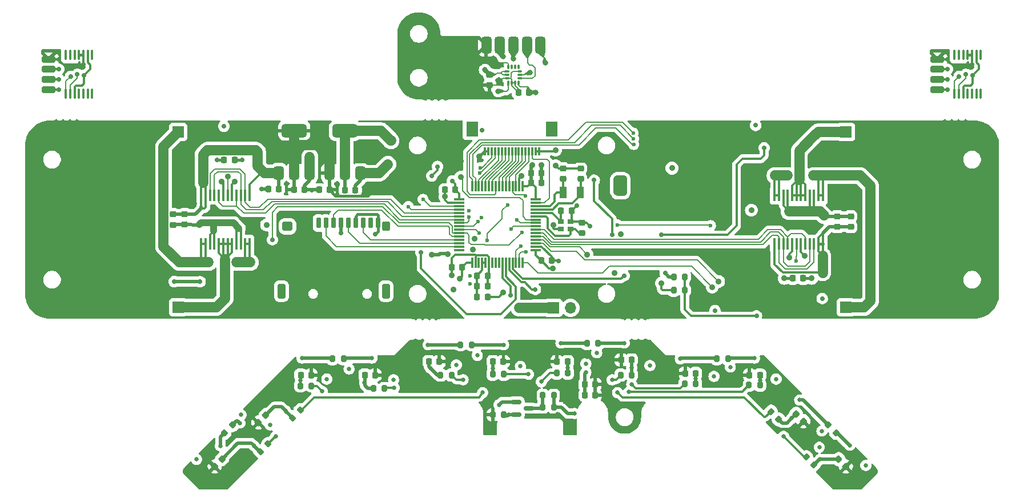
<source format=gbr>
%TF.GenerationSoftware,KiCad,Pcbnew,8.0.4*%
%TF.CreationDate,2024-11-30T23:44:48+01:00*%
%TF.ProjectId,ALL_PCBS,414c4c5f-5043-4425-932e-6b696361645f,rev?*%
%TF.SameCoordinates,Original*%
%TF.FileFunction,Copper,L4,Bot*%
%TF.FilePolarity,Positive*%
%FSLAX46Y46*%
G04 Gerber Fmt 4.6, Leading zero omitted, Abs format (unit mm)*
G04 Created by KiCad (PCBNEW 8.0.4) date 2024-11-30 23:44:48*
%MOMM*%
%LPD*%
G01*
G04 APERTURE LIST*
G04 Aperture macros list*
%AMRoundRect*
0 Rectangle with rounded corners*
0 $1 Rounding radius*
0 $2 $3 $4 $5 $6 $7 $8 $9 X,Y pos of 4 corners*
0 Add a 4 corners polygon primitive as box body*
4,1,4,$2,$3,$4,$5,$6,$7,$8,$9,$2,$3,0*
0 Add four circle primitives for the rounded corners*
1,1,$1+$1,$2,$3*
1,1,$1+$1,$4,$5*
1,1,$1+$1,$6,$7*
1,1,$1+$1,$8,$9*
0 Add four rect primitives between the rounded corners*
20,1,$1+$1,$2,$3,$4,$5,0*
20,1,$1+$1,$4,$5,$6,$7,0*
20,1,$1+$1,$6,$7,$8,$9,0*
20,1,$1+$1,$8,$9,$2,$3,0*%
G04 Aperture macros list end*
%TA.AperFunction,SMDPad,CuDef*%
%ADD10RoundRect,0.250000X-0.750000X-0.250000X0.750000X-0.250000X0.750000X0.250000X-0.750000X0.250000X0*%
%TD*%
%TA.AperFunction,SMDPad,CuDef*%
%ADD11RoundRect,0.100000X0.100000X-0.637500X0.100000X0.637500X-0.100000X0.637500X-0.100000X-0.637500X0*%
%TD*%
%TA.AperFunction,ComponentPad*%
%ADD12R,1.700000X1.700000*%
%TD*%
%TA.AperFunction,ComponentPad*%
%ADD13O,1.700000X1.700000*%
%TD*%
%TA.AperFunction,SMDPad,CuDef*%
%ADD14R,1.000000X1.800000*%
%TD*%
%TA.AperFunction,SMDPad,CuDef*%
%ADD15RoundRect,0.225000X-0.250000X0.225000X-0.250000X-0.225000X0.250000X-0.225000X0.250000X0.225000X0*%
%TD*%
%TA.AperFunction,SMDPad,CuDef*%
%ADD16RoundRect,0.225000X-0.225000X-0.250000X0.225000X-0.250000X0.225000X0.250000X-0.225000X0.250000X0*%
%TD*%
%TA.AperFunction,SMDPad,CuDef*%
%ADD17RoundRect,0.225000X0.250000X-0.225000X0.250000X0.225000X-0.250000X0.225000X-0.250000X-0.225000X0*%
%TD*%
%TA.AperFunction,SMDPad,CuDef*%
%ADD18RoundRect,0.225000X0.225000X0.250000X-0.225000X0.250000X-0.225000X-0.250000X0.225000X-0.250000X0*%
%TD*%
%TA.AperFunction,SMDPad,CuDef*%
%ADD19R,0.450000X1.750000*%
%TD*%
%TA.AperFunction,SMDPad,CuDef*%
%ADD20RoundRect,0.375000X0.375000X-0.625000X0.375000X0.625000X-0.375000X0.625000X-0.375000X-0.625000X0*%
%TD*%
%TA.AperFunction,SMDPad,CuDef*%
%ADD21RoundRect,0.500000X1.400000X-0.500000X1.400000X0.500000X-1.400000X0.500000X-1.400000X-0.500000X0*%
%TD*%
%TA.AperFunction,SMDPad,CuDef*%
%ADD22RoundRect,0.200000X-0.200000X-0.275000X0.200000X-0.275000X0.200000X0.275000X-0.200000X0.275000X0*%
%TD*%
%TA.AperFunction,SMDPad,CuDef*%
%ADD23R,0.900000X0.800000*%
%TD*%
%TA.AperFunction,SMDPad,CuDef*%
%ADD24R,1.800000X2.200000*%
%TD*%
%TA.AperFunction,SMDPad,CuDef*%
%ADD25R,0.300000X1.300000*%
%TD*%
%TA.AperFunction,SMDPad,CuDef*%
%ADD26RoundRect,0.075000X0.700000X0.075000X-0.700000X0.075000X-0.700000X-0.075000X0.700000X-0.075000X0*%
%TD*%
%TA.AperFunction,SMDPad,CuDef*%
%ADD27RoundRect,0.075000X0.075000X0.700000X-0.075000X0.700000X-0.075000X-0.700000X0.075000X-0.700000X0*%
%TD*%
%TA.AperFunction,SMDPad,CuDef*%
%ADD28RoundRect,0.200000X0.200000X0.275000X-0.200000X0.275000X-0.200000X-0.275000X0.200000X-0.275000X0*%
%TD*%
%TA.AperFunction,SMDPad,CuDef*%
%ADD29RoundRect,0.175000X-0.175000X-0.625000X0.175000X-0.625000X0.175000X0.625000X-0.175000X0.625000X0*%
%TD*%
%TA.AperFunction,SMDPad,CuDef*%
%ADD30RoundRect,0.300000X-0.300000X-0.800000X0.300000X-0.800000X0.300000X0.800000X-0.300000X0.800000X0*%
%TD*%
%TA.AperFunction,SMDPad,CuDef*%
%ADD31RoundRect,0.350000X-0.450000X-0.350000X0.450000X-0.350000X0.450000X0.350000X-0.450000X0.350000X0*%
%TD*%
%TA.AperFunction,SMDPad,CuDef*%
%ADD32RoundRect,0.300000X-0.300000X-0.400000X0.300000X-0.400000X0.300000X0.400000X-0.300000X0.400000X0*%
%TD*%
%TA.AperFunction,SMDPad,CuDef*%
%ADD33RoundRect,0.218750X-0.218750X-0.256250X0.218750X-0.256250X0.218750X0.256250X-0.218750X0.256250X0*%
%TD*%
%TA.AperFunction,SMDPad,CuDef*%
%ADD34RoundRect,0.150000X-0.587500X-0.150000X0.587500X-0.150000X0.587500X0.150000X-0.587500X0.150000X0*%
%TD*%
%TA.AperFunction,SMDPad,CuDef*%
%ADD35RoundRect,0.200000X0.053033X-0.335876X0.335876X-0.053033X-0.053033X0.335876X-0.335876X0.053033X0*%
%TD*%
%TA.AperFunction,SMDPad,CuDef*%
%ADD36RoundRect,0.200000X0.335876X0.053033X0.053033X0.335876X-0.335876X-0.053033X-0.053033X-0.335876X0*%
%TD*%
%TA.AperFunction,SMDPad,CuDef*%
%ADD37RoundRect,0.225000X-0.017678X0.335876X-0.335876X0.017678X0.017678X-0.335876X0.335876X-0.017678X0*%
%TD*%
%TA.AperFunction,SMDPad,CuDef*%
%ADD38RoundRect,0.200000X-0.335876X-0.053033X-0.053033X-0.335876X0.335876X0.053033X0.053033X0.335876X0*%
%TD*%
%TA.AperFunction,SMDPad,CuDef*%
%ADD39RoundRect,0.225000X-0.335876X-0.017678X-0.017678X-0.335876X0.335876X0.017678X0.017678X0.335876X0*%
%TD*%
%TA.AperFunction,SMDPad,CuDef*%
%ADD40RoundRect,0.375000X-0.375000X0.875000X-0.375000X-0.875000X0.375000X-0.875000X0.375000X0.875000X0*%
%TD*%
%TA.AperFunction,SMDPad,CuDef*%
%ADD41RoundRect,0.087500X0.087500X-0.225000X0.087500X0.225000X-0.087500X0.225000X-0.087500X-0.225000X0*%
%TD*%
%TA.AperFunction,SMDPad,CuDef*%
%ADD42RoundRect,0.087500X0.225000X-0.087500X0.225000X0.087500X-0.225000X0.087500X-0.225000X-0.087500X0*%
%TD*%
%TA.AperFunction,ViaPad*%
%ADD43C,0.700000*%
%TD*%
%TA.AperFunction,ViaPad*%
%ADD44C,0.900000*%
%TD*%
%TA.AperFunction,ViaPad*%
%ADD45C,0.600000*%
%TD*%
%TA.AperFunction,ViaPad*%
%ADD46C,0.650000*%
%TD*%
%TA.AperFunction,ViaPad*%
%ADD47C,0.800000*%
%TD*%
%TA.AperFunction,Conductor*%
%ADD48C,0.300000*%
%TD*%
%TA.AperFunction,Conductor*%
%ADD49C,0.200000*%
%TD*%
%TA.AperFunction,Conductor*%
%ADD50C,1.500000*%
%TD*%
%TA.AperFunction,Conductor*%
%ADD51C,0.500000*%
%TD*%
%TA.AperFunction,Conductor*%
%ADD52C,0.400000*%
%TD*%
%TA.AperFunction,Conductor*%
%ADD53C,1.000000*%
%TD*%
%TA.AperFunction,Conductor*%
%ADD54C,0.150000*%
%TD*%
%TA.AperFunction,Conductor*%
%ADD55C,0.160000*%
%TD*%
G04 APERTURE END LIST*
D10*
%TO.P,Encoder_L2,1,Pin_1*%
%TO.N,+3.3V*%
X222410000Y-88080000D03*
%TO.P,Encoder_L2,2,Pin_2*%
%TO.N,GND*%
X222410000Y-89580000D03*
%TO.P,Encoder_L2,3,Pin_3*%
%TO.N,ENC_L_A*%
X222410000Y-91080000D03*
%TO.P,Encoder_L2,4,Pin_4*%
%TO.N,ENC_L_B*%
X222410000Y-92580000D03*
%TD*%
D11*
%TO.P,Encoder_L1,1,~{CS}*%
%TO.N,unconnected-(Encoder_L1-~{CS}-Pad1)*%
X228860000Y-93192500D03*
%TO.P,Encoder_L1,2,CLK*%
%TO.N,unconnected-(Encoder_L1-CLK-Pad2)*%
X228210000Y-93192500D03*
%TO.P,Encoder_L1,3,MISO*%
%TO.N,unconnected-(Encoder_L1-MISO-Pad3)*%
X227560000Y-93192500D03*
%TO.P,Encoder_L1,4,MOSI*%
%TO.N,unconnected-(Encoder_L1-MOSI-Pad4)*%
X226910000Y-93192500D03*
%TO.P,Encoder_L1,5,TST*%
%TO.N,GND*%
X226260000Y-93192500D03*
%TO.P,Encoder_L1,6,B*%
%TO.N,ENC_L_B*%
X225610000Y-93192500D03*
%TO.P,Encoder_L1,7,A*%
%TO.N,ENC_L_A*%
X224960000Y-93192500D03*
%TO.P,Encoder_L1,8,W/PWM*%
%TO.N,unconnected-(Encoder_L1-W{slash}PWM-Pad8)*%
X224960000Y-87467500D03*
%TO.P,Encoder_L1,9,V*%
%TO.N,unconnected-(Encoder_L1-V-Pad9)*%
X225610000Y-87467500D03*
%TO.P,Encoder_L1,10,U*%
%TO.N,unconnected-(Encoder_L1-U-Pad10)*%
X226260000Y-87467500D03*
%TO.P,Encoder_L1,11,VDD*%
%TO.N,+3.3V*%
X226910000Y-87467500D03*
%TO.P,Encoder_L1,12,VDD3V3*%
X227560000Y-87467500D03*
%TO.P,Encoder_L1,13,GND*%
%TO.N,GND*%
X228210000Y-87467500D03*
%TO.P,Encoder_L1,14,I/PWM*%
%TO.N,unconnected-(Encoder_L1-I{slash}PWM-Pad14)*%
X228860000Y-87467500D03*
%TD*%
D10*
%TO.P,Encoder_L2,1,Pin_1*%
%TO.N,+3.3V*%
X90680000Y-88080000D03*
%TO.P,Encoder_L2,2,Pin_2*%
%TO.N,GND*%
X90680000Y-89580000D03*
%TO.P,Encoder_L2,3,Pin_3*%
%TO.N,ENC_L_A*%
X90680000Y-91080000D03*
%TO.P,Encoder_L2,4,Pin_4*%
%TO.N,ENC_L_B*%
X90680000Y-92580000D03*
%TD*%
D11*
%TO.P,Encoder_L1,1,~{CS}*%
%TO.N,unconnected-(Encoder_L1-~{CS}-Pad1)*%
X97130000Y-93192500D03*
%TO.P,Encoder_L1,2,CLK*%
%TO.N,unconnected-(Encoder_L1-CLK-Pad2)*%
X96480000Y-93192500D03*
%TO.P,Encoder_L1,3,MISO*%
%TO.N,unconnected-(Encoder_L1-MISO-Pad3)*%
X95830000Y-93192500D03*
%TO.P,Encoder_L1,4,MOSI*%
%TO.N,unconnected-(Encoder_L1-MOSI-Pad4)*%
X95180000Y-93192500D03*
%TO.P,Encoder_L1,5,TST*%
%TO.N,GND*%
X94530000Y-93192500D03*
%TO.P,Encoder_L1,6,B*%
%TO.N,ENC_L_B*%
X93880000Y-93192500D03*
%TO.P,Encoder_L1,7,A*%
%TO.N,ENC_L_A*%
X93230000Y-93192500D03*
%TO.P,Encoder_L1,8,W/PWM*%
%TO.N,unconnected-(Encoder_L1-W{slash}PWM-Pad8)*%
X93230000Y-87467500D03*
%TO.P,Encoder_L1,9,V*%
%TO.N,unconnected-(Encoder_L1-V-Pad9)*%
X93880000Y-87467500D03*
%TO.P,Encoder_L1,10,U*%
%TO.N,unconnected-(Encoder_L1-U-Pad10)*%
X94530000Y-87467500D03*
%TO.P,Encoder_L1,11,VDD*%
%TO.N,+3.3V*%
X95180000Y-87467500D03*
%TO.P,Encoder_L1,12,VDD3V3*%
X95830000Y-87467500D03*
%TO.P,Encoder_L1,13,GND*%
%TO.N,GND*%
X96480000Y-87467500D03*
%TO.P,Encoder_L1,14,I/PWM*%
%TO.N,unconnected-(Encoder_L1-I{slash}PWM-Pad14)*%
X97130000Y-87467500D03*
%TD*%
D12*
%TO.P,P4,1,Pin_1*%
%TO.N,Net-(P4-Pin_1)*%
X109880000Y-98870000D03*
%TD*%
%TO.P,P2,1,Pin_1*%
%TO.N,Net-(P2-Pin_1)*%
X208880000Y-124870000D03*
%TD*%
%TO.P,P3,1,Pin_1*%
%TO.N,Net-(P3-Pin_1)*%
X109880000Y-124870000D03*
%TD*%
%TO.P,+VIN-,1,Pin_1*%
%TO.N,VDC*%
X165490000Y-124960000D03*
D13*
%TO.P,+VIN-,2,Pin_2*%
%TO.N,GND*%
X168030000Y-124960000D03*
%TD*%
D12*
%TO.P,P1,1,Pin_1*%
%TO.N,Net-(P1-Pin_1)*%
X208880000Y-98870000D03*
%TD*%
D14*
%TO.P,X2,1,1*%
%TO.N,/LSE_OUT*%
X169480000Y-107870000D03*
%TO.P,X2,2,2*%
%TO.N,/LSE_IN*%
X166980000Y-107870000D03*
%TD*%
D15*
%TO.P,C11,1*%
%TO.N,GND*%
X166930000Y-104295000D03*
%TO.P,C11,2*%
%TO.N,/LSE_IN*%
X166930000Y-105845000D03*
%TD*%
D16*
%TO.P,C1,1*%
%TO.N,+3V3*%
X163705000Y-117945000D03*
%TO.P,C1,2*%
%TO.N,GND*%
X165255000Y-117945000D03*
%TD*%
%TO.P,C17,1*%
%TO.N,+3V3*%
X200989000Y-120568000D03*
%TO.P,C17,2*%
%TO.N,GND*%
X202539000Y-120568000D03*
%TD*%
%TO.P,C16,1*%
%TO.N,+3V3*%
X134605000Y-107470000D03*
%TO.P,C16,2*%
%TO.N,GND*%
X136155000Y-107470000D03*
%TD*%
D15*
%TO.P,C23,1*%
%TO.N,VDC*%
X109130000Y-111095000D03*
%TO.P,C23,2*%
%TO.N,GND*%
X109130000Y-112645000D03*
%TD*%
D17*
%TO.P,C18,1*%
%TO.N,VDC*%
X209580000Y-112945000D03*
%TO.P,C18,2*%
%TO.N,GND*%
X209580000Y-111395000D03*
%TD*%
D16*
%TO.P,C6,1*%
%TO.N,+3V3*%
X162205000Y-106445000D03*
%TO.P,C6,2*%
%TO.N,GND*%
X163755000Y-106445000D03*
%TD*%
D18*
%TO.P,C20,1*%
%TO.N,+3V3*%
X118230000Y-103020000D03*
%TO.P,C20,2*%
%TO.N,GND*%
X116680000Y-103020000D03*
%TD*%
D15*
%TO.P,C10,1*%
%TO.N,GND*%
X169730000Y-112320000D03*
%TO.P,C10,2*%
%TO.N,/HSE_OUT*%
X169730000Y-113870000D03*
%TD*%
D18*
%TO.P,C15,1*%
%TO.N,+5V*%
X132305000Y-107445000D03*
%TO.P,C15,2*%
%TO.N,GND*%
X130755000Y-107445000D03*
%TD*%
D16*
%TO.P,C2,1*%
%TO.N,VREF+*%
X154180000Y-120170000D03*
%TO.P,C2,2*%
%TO.N,GND*%
X155730000Y-120170000D03*
%TD*%
D18*
%TO.P,C8,1*%
%TO.N,GND*%
X168180000Y-110570000D03*
%TO.P,C8,2*%
%TO.N,/HSE_IN*%
X166630000Y-110570000D03*
%TD*%
%TO.P,C7,1*%
%TO.N,+3V3*%
X150980000Y-107445000D03*
%TO.P,C7,2*%
%TO.N,GND*%
X149430000Y-107445000D03*
%TD*%
D16*
%TO.P,C5,1*%
%TO.N,+3V3*%
X162205000Y-104945000D03*
%TO.P,C5,2*%
%TO.N,GND*%
X163755000Y-104945000D03*
%TD*%
D18*
%TO.P,C4,1*%
%TO.N,+3V3*%
X151980000Y-118945000D03*
%TO.P,C4,2*%
%TO.N,GND*%
X150430000Y-118945000D03*
%TD*%
D19*
%TO.P,Driver L,1,AO1*%
%TO.N,Net-(P4-Pin_1)*%
X120455000Y-115470000D03*
%TO.P,Driver L,2,AO1*%
X119805000Y-115470000D03*
%TO.P,Driver L,3,PGND1*%
%TO.N,GND*%
X119155000Y-115470000D03*
%TO.P,Driver L,4,PGND1*%
X118505000Y-115470000D03*
%TO.P,Driver L,5,AO2*%
%TO.N,Net-(P3-Pin_1)*%
X117855000Y-115470000D03*
%TO.P,Driver L,6,AO2*%
X117205000Y-115470000D03*
%TO.P,Driver L,7,BO2*%
X116555000Y-115470000D03*
%TO.P,Driver L,8,BO2*%
X115905000Y-115470000D03*
%TO.P,Driver L,9,PGND2*%
%TO.N,GND*%
X115255000Y-115470000D03*
%TO.P,Driver L,10,PGND2*%
X114605000Y-115470000D03*
%TO.P,Driver L,11,BO1*%
%TO.N,Net-(P4-Pin_1)*%
X113955000Y-115470000D03*
%TO.P,Driver L,12,BO1*%
X113305000Y-115470000D03*
%TO.P,Driver L,13,VM2*%
%TO.N,VDC*%
X113305000Y-108270000D03*
%TO.P,Driver L,14,VM3*%
X113955000Y-108270000D03*
%TO.P,Driver L,15,PWMB*%
%TO.N,PWM_L*%
X114605000Y-108270000D03*
%TO.P,Driver L,16,BIN2*%
%TO.N,Motor_L_B*%
X115255000Y-108270000D03*
%TO.P,Driver L,17,BIN1*%
%TO.N,Motor_L_A*%
X115905000Y-108270000D03*
%TO.P,Driver L,18,GND*%
%TO.N,GND*%
X116555000Y-108270000D03*
%TO.P,Driver L,19,STBY*%
%TO.N,Motor_STBY*%
X117205000Y-108270000D03*
%TO.P,Driver L,20,VCC*%
%TO.N,+3V3*%
X117855000Y-108270000D03*
%TO.P,Driver L,21,AIN1*%
%TO.N,Motor_L_A*%
X118505000Y-108270000D03*
%TO.P,Driver L,22,AIN2*%
%TO.N,Motor_L_B*%
X119155000Y-108270000D03*
%TO.P,Driver L,23,PWMA*%
%TO.N,PWM_L*%
X119805000Y-108270000D03*
%TO.P,Driver L,24,VM1*%
%TO.N,VDC*%
X120455000Y-108270000D03*
%TD*%
D20*
%TO.P,U2,1,GND*%
%TO.N,GND*%
X129380000Y-104970000D03*
%TO.P,U2,2,VO*%
%TO.N,+5V*%
X127080000Y-104970000D03*
D21*
X127080000Y-98670000D03*
D20*
%TO.P,U2,3,VI*%
%TO.N,VDC*%
X124780000Y-104970000D03*
%TD*%
D22*
%TO.P,R11,1*%
%TO.N,Net-(U7-KEY)*%
X183330000Y-122345000D03*
%TO.P,R11,2*%
%TO.N,Net-(Key_Button1-A)*%
X184980000Y-122345000D03*
%TD*%
D16*
%TO.P,C3,1*%
%TO.N,VREF+*%
X154180000Y-121745000D03*
%TO.P,C3,2*%
%TO.N,GND*%
X155730000Y-121745000D03*
%TD*%
D15*
%TO.P,C12,1*%
%TO.N,GND*%
X169530000Y-104295000D03*
%TO.P,C12,2*%
%TO.N,/LSE_OUT*%
X169530000Y-105845000D03*
%TD*%
D16*
%TO.P,C14,1*%
%TO.N,+5V*%
X127055000Y-107445000D03*
%TO.P,C14,2*%
%TO.N,GND*%
X128605000Y-107445000D03*
%TD*%
D20*
%TO.P,U3,1,GND*%
%TO.N,GND*%
X136905000Y-104995000D03*
%TO.P,U3,2,VO*%
%TO.N,+3V3*%
X134605000Y-104995000D03*
D21*
X134605000Y-98695000D03*
D20*
%TO.P,U3,3,VI*%
%TO.N,+5V*%
X132305000Y-104995000D03*
%TD*%
D23*
%TO.P,X1,1,1*%
%TO.N,/HSE_OUT*%
X168030000Y-113270000D03*
%TO.P,X1,2,2*%
%TO.N,GND*%
X166630000Y-113270000D03*
%TO.P,X1,3,3*%
%TO.N,/HSE_IN*%
X166630000Y-112170000D03*
%TO.P,X1,4,4*%
%TO.N,GND*%
X168030000Y-112170000D03*
%TD*%
D15*
%TO.P,C24,1*%
%TO.N,VDC*%
X110830000Y-111070000D03*
%TO.P,C24,2*%
%TO.N,GND*%
X110830000Y-112620000D03*
%TD*%
D24*
%TO.P,GRUZIK3.0,MP*%
%TO.N,N/C*%
X165280000Y-98470000D03*
X153480000Y-98470000D03*
D25*
%TO.P,GRUZIK3.0,17,Pin_17*%
%TO.N,GND*%
X163380000Y-101720000D03*
%TO.P,GRUZIK3.0,16,Pin_16*%
X162880000Y-101720000D03*
%TO.P,GRUZIK3.0,15,Pin_15*%
%TO.N,LED_ON*%
X162380000Y-101720000D03*
%TO.P,GRUZIK3.0,14,Pin_14*%
%TO.N,SENSOR1*%
X161880000Y-101720000D03*
%TO.P,GRUZIK3.0,13,Pin_13*%
%TO.N,SENSOR2*%
X161380000Y-101720000D03*
%TO.P,GRUZIK3.0,12,Pin_12*%
%TO.N,SENSOR3*%
X160880000Y-101720000D03*
%TO.P,GRUZIK3.0,11,Pin_11*%
%TO.N,SENSOR4*%
X160380000Y-101720000D03*
%TO.P,GRUZIK3.0,10,Pin_10*%
%TO.N,SENSOR5*%
X159880000Y-101720000D03*
%TO.P,GRUZIK3.0,9,Pin_9*%
%TO.N,SENSOR6*%
X159380000Y-101720000D03*
%TO.P,GRUZIK3.0,8,Pin_8*%
%TO.N,SENSOR7*%
X158880000Y-101720000D03*
%TO.P,GRUZIK3.0,7,Pin_7*%
%TO.N,SENSOR8*%
X158380000Y-101720000D03*
%TO.P,GRUZIK3.0,6,Pin_6*%
%TO.N,SENSOR9*%
X157880000Y-101720000D03*
%TO.P,GRUZIK3.0,5,Pin_5*%
%TO.N,SENSOR10*%
X157380000Y-101720000D03*
%TO.P,GRUZIK3.0,4,Pin_4*%
%TO.N,SENSOR11*%
X156880000Y-101720000D03*
%TO.P,GRUZIK3.0,3,Pin_3*%
%TO.N,SENSOR12*%
X156380000Y-101720000D03*
%TO.P,GRUZIK3.0,2,Pin_2*%
%TO.N,+5V*%
X155880000Y-101720000D03*
%TO.P,GRUZIK3.0,1,Pin_1*%
X155380000Y-101720000D03*
%TD*%
D26*
%TO.P,U1,1,VBAT*%
%TO.N,+3V3*%
X162880000Y-108870000D03*
%TO.P,U1,2,PC13*%
%TO.N,LED_ON*%
X162880000Y-109370000D03*
%TO.P,U1,3,PC14*%
%TO.N,/LSE_IN*%
X162880000Y-109870000D03*
%TO.P,U1,4,PC15*%
%TO.N,/LSE_OUT*%
X162880000Y-110370000D03*
%TO.P,U1,5,PF0*%
%TO.N,/HSE_IN*%
X162880000Y-110870000D03*
%TO.P,U1,6,PF1*%
%TO.N,/HSE_OUT*%
X162880000Y-111370000D03*
%TO.P,U1,7,PG10*%
%TO.N,NRST*%
X162880000Y-111870000D03*
%TO.P,U1,8,PC0*%
%TO.N,ENC_R_B*%
X162880000Y-112370000D03*
%TO.P,U1,9,PC1*%
%TO.N,ENC_R_A*%
X162880000Y-112870000D03*
%TO.P,U1,10,PC2*%
%TO.N,Motor_R_A*%
X162880000Y-113370000D03*
%TO.P,U1,11,PC3*%
%TO.N,Motor_R_B*%
X162880000Y-113870000D03*
%TO.P,U1,12,PA0*%
%TO.N,PWM_R*%
X162880000Y-114370000D03*
%TO.P,U1,13,PA1*%
%TO.N,ADC_IN2*%
X162880000Y-114870000D03*
%TO.P,U1,14,PA2*%
%TO.N,LPUART1_TX*%
X162880000Y-115370000D03*
%TO.P,U1,15,VSS*%
%TO.N,GND*%
X162880000Y-115870000D03*
%TO.P,U1,16,VDD*%
%TO.N,+3V3*%
X162880000Y-116370000D03*
D27*
%TO.P,U1,17,PA3*%
%TO.N,LPUART1_RX*%
X160955000Y-118295000D03*
%TO.P,U1,18,PA4*%
%TO.N,SENSOR11*%
X160455000Y-118295000D03*
%TO.P,U1,19,PA5*%
%TO.N,SENSOR12*%
X159955000Y-118295000D03*
%TO.P,U1,20,PA6*%
%TO.N,LED_4*%
X159455000Y-118295000D03*
%TO.P,U1,21,PA7*%
%TO.N,LED_3*%
X158955000Y-118295000D03*
%TO.P,U1,22,PC4*%
%TO.N,LED_2*%
X158455000Y-118295000D03*
%TO.P,U1,23,PC5*%
%TO.N,LED_1*%
X157955000Y-118295000D03*
%TO.P,U1,24,PB0*%
%TO.N,unconnected-(U1-PB0-Pad24)*%
X157455000Y-118295000D03*
%TO.P,U1,25,PB1*%
%TO.N,unconnected-(U1-PB1-Pad25)*%
X156955000Y-118295000D03*
%TO.P,U1,26,PB2*%
%TO.N,unconnected-(U1-PB2-Pad26)*%
X156455000Y-118295000D03*
%TO.P,U1,27,VSSA*%
%TO.N,GND*%
X155955000Y-118295000D03*
%TO.P,U1,28,VREF+*%
%TO.N,VREF+*%
X155455000Y-118295000D03*
%TO.P,U1,29,VDDA*%
X154955000Y-118295000D03*
%TO.P,U1,30,PB10*%
%TO.N,unconnected-(U1-PB10-Pad30)*%
X154455000Y-118295000D03*
%TO.P,U1,31,VSS*%
%TO.N,GND*%
X153955000Y-118295000D03*
%TO.P,U1,32,VDD*%
%TO.N,+3V3*%
X153455000Y-118295000D03*
D26*
%TO.P,U1,33,PB11*%
%TO.N,unconnected-(U1-PB11-Pad33)*%
X151530000Y-116370000D03*
%TO.P,U1,34,PB12*%
%TO.N,SPI2_CS*%
X151530000Y-115870000D03*
%TO.P,U1,35,PB13*%
%TO.N,SPI2_CLK*%
X151530000Y-115370000D03*
%TO.P,U1,36,PB14*%
%TO.N,SPI2_MISO*%
X151530000Y-114870000D03*
%TO.P,U1,37,PB15*%
%TO.N,SPI2_MOSI*%
X151530000Y-114370000D03*
%TO.P,U1,38,PC6*%
%TO.N,Motor_STBY*%
X151530000Y-113870000D03*
%TO.P,U1,39,PC7*%
%TO.N,I2C3_IMU_INT*%
X151530000Y-113370000D03*
%TO.P,U1,40,PC8*%
%TO.N,I2C3_SCL*%
X151530000Y-112870000D03*
%TO.P,U1,41,PC9*%
%TO.N,I2C3_SDA*%
X151530000Y-112370000D03*
%TO.P,U1,42,PA8*%
%TO.N,Motor_L_A*%
X151530000Y-111870000D03*
%TO.P,U1,43,PA9*%
%TO.N,Motor_L_B*%
X151530000Y-111370000D03*
%TO.P,U1,44,PA10*%
%TO.N,PWM_L*%
X151530000Y-110870000D03*
%TO.P,U1,45,PA11*%
%TO.N,ENC_L_A*%
X151530000Y-110370000D03*
%TO.P,U1,46,PA12*%
%TO.N,ENC_L_B*%
X151530000Y-109870000D03*
%TO.P,U1,47,VSS*%
%TO.N,GND*%
X151530000Y-109370000D03*
%TO.P,U1,48,VDD*%
%TO.N,+3V3*%
X151530000Y-108870000D03*
D27*
%TO.P,U1,49,PA13*%
%TO.N,SYS_JTMS_SWDIO*%
X153455000Y-106945000D03*
%TO.P,U1,50,PA14*%
%TO.N,SYS_JTCK_SWCLK*%
X153955000Y-106945000D03*
%TO.P,U1,51,PA15*%
%TO.N,SENSOR10*%
X154455000Y-106945000D03*
%TO.P,U1,52,PC10*%
%TO.N,SENSOR9*%
X154955000Y-106945000D03*
%TO.P,U1,53,PC11*%
%TO.N,SENSOR8*%
X155455000Y-106945000D03*
%TO.P,U1,54,PC12*%
%TO.N,SENSOR7*%
X155955000Y-106945000D03*
%TO.P,U1,55,PD2*%
%TO.N,SENSOR6*%
X156455000Y-106945000D03*
%TO.P,U1,56,PB3*%
%TO.N,SYS_JTDO_SWO*%
X156955000Y-106945000D03*
%TO.P,U1,57,PB4*%
%TO.N,SENSOR5*%
X157455000Y-106945000D03*
%TO.P,U1,58,PB5*%
%TO.N,SENSOR4*%
X157955000Y-106945000D03*
%TO.P,U1,59,PB6*%
%TO.N,SENSOR3*%
X158455000Y-106945000D03*
%TO.P,U1,60,PB7*%
%TO.N,SENSOR2*%
X158955000Y-106945000D03*
%TO.P,U1,61,PB8*%
%TO.N,BOOT0*%
X159455000Y-106945000D03*
%TO.P,U1,62,PB9*%
%TO.N,SENSOR1*%
X159955000Y-106945000D03*
%TO.P,U1,63,VSS*%
%TO.N,GND*%
X160455000Y-106945000D03*
%TO.P,U1,64,VDD*%
%TO.N,+3V3*%
X160955000Y-106945000D03*
%TD*%
D28*
%TO.P,R12,1*%
%TO.N,Net-(Key_Button1-A)*%
X184980000Y-120345000D03*
%TO.P,R12,2*%
%TO.N,+3V3*%
X183330000Y-120345000D03*
%TD*%
D19*
%TO.P,Driver R,1,AO1*%
%TO.N,Net-(P2-Pin_1)*%
X198305000Y-108270000D03*
%TO.P,Driver R,2,AO1*%
X198955000Y-108270000D03*
%TO.P,Driver R,3,PGND1*%
%TO.N,GND*%
X199605000Y-108270000D03*
%TO.P,Driver R,4,PGND1*%
X200255000Y-108270000D03*
%TO.P,Driver R,5,AO2*%
%TO.N,Net-(P1-Pin_1)*%
X200905000Y-108270000D03*
%TO.P,Driver R,6,AO2*%
X201555000Y-108270000D03*
%TO.P,Driver R,7,BO2*%
X202205000Y-108270000D03*
%TO.P,Driver R,8,BO2*%
X202855000Y-108270000D03*
%TO.P,Driver R,9,PGND2*%
%TO.N,GND*%
X203505000Y-108270000D03*
%TO.P,Driver R,10,PGND2*%
X204155000Y-108270000D03*
%TO.P,Driver R,11,BO1*%
%TO.N,Net-(P2-Pin_1)*%
X204805000Y-108270000D03*
%TO.P,Driver R,12,BO1*%
X205455000Y-108270000D03*
%TO.P,Driver R,13,VM2*%
%TO.N,VDC*%
X205455000Y-115470000D03*
%TO.P,Driver R,14,VM3*%
X204805000Y-115470000D03*
%TO.P,Driver R,15,PWMB*%
%TO.N,PWM_R*%
X204155000Y-115470000D03*
%TO.P,Driver R,16,BIN2*%
%TO.N,Motor_R_B*%
X203505000Y-115470000D03*
%TO.P,Driver R,17,BIN1*%
%TO.N,Motor_R_A*%
X202855000Y-115470000D03*
%TO.P,Driver R,18,GND*%
%TO.N,GND*%
X202205000Y-115470000D03*
%TO.P,Driver R,19,STBY*%
%TO.N,Motor_STBY*%
X201555000Y-115470000D03*
%TO.P,Driver R,20,VCC*%
%TO.N,+3V3*%
X200905000Y-115470000D03*
%TO.P,Driver R,21,AIN1*%
%TO.N,Motor_R_A*%
X200255000Y-115470000D03*
%TO.P,Driver R,22,AIN2*%
%TO.N,Motor_R_B*%
X199605000Y-115470000D03*
%TO.P,Driver R,23,PWMA*%
%TO.N,PWM_R*%
X198955000Y-115470000D03*
%TO.P,Driver R,24,VM1*%
%TO.N,VDC*%
X198305000Y-115470000D03*
%TD*%
D29*
%TO.P,SD_Card,1,DAT2*%
%TO.N,unconnected-(J2-DAT2-Pad1)*%
X130680000Y-112370000D03*
%TO.P,SD_Card,2,DAT3/CD*%
%TO.N,SPI2_CS*%
X131780000Y-112370000D03*
%TO.P,SD_Card,3,CMD*%
%TO.N,SPI2_MOSI*%
X132880000Y-112370000D03*
%TO.P,SD_Card,4,VDD*%
%TO.N,+3V3*%
X133980000Y-112370000D03*
%TO.P,SD_Card,5,CLK*%
%TO.N,SPI2_CLK*%
X135080000Y-112370000D03*
%TO.P,SD_Card,6,VSS*%
%TO.N,GND*%
X136180000Y-112370000D03*
%TO.P,SD_Card,7,DAT0*%
%TO.N,SPI2_MISO*%
X137280000Y-112370000D03*
%TO.P,SD_Card,8,DAT1*%
%TO.N,unconnected-(J2-DAT1-Pad8)*%
X138380000Y-112370000D03*
%TO.P,SD_Card,9,SHIELD*%
%TO.N,GND*%
X139480000Y-112370000D03*
D30*
%TO.P,SD_Card,SH*%
%TO.N,N/C*%
X125180000Y-122470000D03*
D31*
X126080000Y-112870000D03*
D32*
X140680000Y-112870000D03*
D30*
X140680000Y-122470000D03*
%TD*%
D18*
%TO.P,C13,1*%
%TO.N,VDC*%
X124780000Y-107320000D03*
%TO.P,C13,2*%
%TO.N,GND*%
X123230000Y-107320000D03*
%TD*%
D17*
%TO.P,C19,1*%
%TO.N,VDC*%
X207580000Y-112945000D03*
%TO.P,C19,2*%
%TO.N,GND*%
X207580000Y-111395000D03*
%TD*%
D33*
%TO.P,L1,1,1*%
%TO.N,VREF+*%
X154180000Y-123320000D03*
%TO.P,L1,2,2*%
%TO.N,+3V3*%
X155755000Y-123320000D03*
%TD*%
D18*
%TO.P,C2,1*%
%TO.N,+5V*%
X171695000Y-136310000D03*
%TO.P,C2,2*%
%TO.N,GND*%
X170145000Y-136310000D03*
%TD*%
D34*
%TO.P,Q1,1,D*%
%TO.N,Net-(Q1-D)*%
X161869500Y-139832000D03*
%TO.P,Q1,2,G*%
%TO.N,LED_ON*%
X159994500Y-140782000D03*
%TO.P,Q1,3,S*%
%TO.N,GND*%
X159994500Y-138882000D03*
%TD*%
D18*
%TO.P,C1,1*%
%TO.N,+5V*%
X171720000Y-137885000D03*
%TO.P,C1,2*%
%TO.N,GND*%
X170170000Y-137885000D03*
%TD*%
D35*
%TO.P,R3,1*%
%TO.N,Net-(C3-Pad1)*%
X122036637Y-146293363D03*
%TO.P,R3,2*%
%TO.N,SENSOR1*%
X123203363Y-145126637D03*
%TD*%
D36*
%TO.P,R20,1*%
%TO.N,Net-(C14-Pad1)*%
X204153363Y-148243363D03*
%TO.P,R20,2*%
%TO.N,SENSOR12*%
X202986637Y-147076637D03*
%TD*%
D28*
%TO.P,R21,1*%
%TO.N,Line_4*%
X165570000Y-139660000D03*
%TO.P,R21,2*%
%TO.N,Net-(Q1-D)*%
X163920000Y-139660000D03*
%TD*%
D22*
%TO.P,R17,1*%
%TO.N,Net-(C11-Pad1)*%
X156495000Y-134810000D03*
%TO.P,R17,2*%
%TO.N,SENSOR6*%
X158145000Y-134810000D03*
%TD*%
%TO.P,R12,1*%
%TO.N,Net-(IC4-Pad4)*%
X170495000Y-130210000D03*
%TO.P,R12,2*%
%TO.N,Net-(IC10-Pad1)*%
X172145000Y-130210000D03*
%TD*%
%TO.P,R4,1*%
%TO.N,Net-(C4-Pad1)*%
X127995000Y-136510000D03*
%TO.P,R4,2*%
%TO.N,SENSOR3*%
X129645000Y-136510000D03*
%TD*%
D16*
%TO.P,C11,1*%
%TO.N,Net-(C11-Pad1)*%
X156545000Y-132910000D03*
%TO.P,C11,2*%
%TO.N,+5V*%
X158095000Y-132910000D03*
%TD*%
D18*
%TO.P,C7,1*%
%TO.N,Net-(C7-Pad1)*%
X186595000Y-134660000D03*
%TO.P,C7,2*%
%TO.N,+5V*%
X185045000Y-134660000D03*
%TD*%
D22*
%TO.P,R5,1*%
%TO.N,Net-(C5-Pad1)*%
X148745000Y-134910000D03*
%TO.P,R5,2*%
%TO.N,SENSOR5*%
X150395000Y-134910000D03*
%TD*%
D18*
%TO.P,C6,1*%
%TO.N,Net-(C6-Pad1)*%
X167595000Y-132910000D03*
%TO.P,C6,2*%
%TO.N,+5V*%
X166045000Y-132910000D03*
%TD*%
D22*
%TO.P,R13,1*%
%TO.N,Net-(IC5-Pad4)*%
X189745000Y-132485000D03*
%TO.P,R13,2*%
%TO.N,Net-(IC11-Pad1)*%
X191395000Y-132485000D03*
%TD*%
D28*
%TO.P,R19,1*%
%TO.N,Net-(C13-Pad1)*%
X196145000Y-136410000D03*
%TO.P,R19,2*%
%TO.N,SENSOR10*%
X194495000Y-136410000D03*
%TD*%
D22*
%TO.P,R11,1*%
%TO.N,Net-(IC3-Pad4)*%
X151745000Y-130410000D03*
%TO.P,R11,2*%
%TO.N,Net-(IC9-Pad1)*%
X153395000Y-130410000D03*
%TD*%
D37*
%TO.P,C3,1*%
%TO.N,Net-(C3-Pad1)*%
X116368008Y-147361992D03*
%TO.P,C3,2*%
%TO.N,+5V*%
X115271992Y-148458008D03*
%TD*%
D35*
%TO.P,R15,1*%
%TO.N,Net-(C9-Pad1)*%
X126828274Y-141251726D03*
%TO.P,R15,2*%
%TO.N,SENSOR2*%
X127995000Y-140085000D03*
%TD*%
D16*
%TO.P,C10,1*%
%TO.N,Net-(C10-Pad1)*%
X137545000Y-134910000D03*
%TO.P,C10,2*%
%TO.N,+5V*%
X139095000Y-134910000D03*
%TD*%
D36*
%TO.P,R8,1*%
%TO.N,Net-(C8-Pad1)*%
X198903363Y-141493363D03*
%TO.P,R8,2*%
%TO.N,SENSOR11*%
X197736637Y-140326637D03*
%TD*%
D38*
%TO.P,R14,1*%
%TO.N,Net-(IC6-Pad4)*%
X206236637Y-142326637D03*
%TO.P,R14,2*%
%TO.N,Net-(IC12-Pad1)*%
X207403363Y-143493363D03*
%TD*%
D22*
%TO.P,R16,1*%
%TO.N,Net-(C10-Pad1)*%
X138820000Y-136910000D03*
%TO.P,R16,2*%
%TO.N,SENSOR4*%
X140470000Y-136910000D03*
%TD*%
D16*
%TO.P,C4,1*%
%TO.N,Net-(C4-Pad1)*%
X128045000Y-134910000D03*
%TO.P,C4,2*%
%TO.N,+5V*%
X129595000Y-134910000D03*
%TD*%
D18*
%TO.P,C12,1*%
%TO.N,Net-(C12-Pad1)*%
X177095000Y-132660000D03*
%TO.P,C12,2*%
%TO.N,+5V*%
X175545000Y-132660000D03*
%TD*%
D16*
%TO.P,C5,1*%
%TO.N,Net-(C5-Pad1)*%
X147045000Y-132910000D03*
%TO.P,C5,2*%
%TO.N,+5V*%
X148595000Y-132910000D03*
%TD*%
D35*
%TO.P,R9,1*%
%TO.N,Net-(IC1-Pad4)*%
X116736637Y-143493363D03*
%TO.P,R9,2*%
%TO.N,Net-(IC7-Pad1)*%
X117903363Y-142326637D03*
%TD*%
D22*
%TO.P,R23,1*%
%TO.N,+5V*%
X156495000Y-140810000D03*
%TO.P,R23,2*%
%TO.N,LED_ON*%
X158145000Y-140810000D03*
%TD*%
%TO.P,R10,1*%
%TO.N,Net-(IC2-Pad4)*%
X132745000Y-132485000D03*
%TO.P,R10,2*%
%TO.N,Net-(IC8-Pad1)*%
X134395000Y-132485000D03*
%TD*%
D28*
%TO.P,R18,1*%
%TO.N,Net-(C12-Pad1)*%
X177145000Y-134910000D03*
%TO.P,R18,2*%
%TO.N,SENSOR8*%
X175495000Y-134910000D03*
%TD*%
D37*
%TO.P,C9,1*%
%TO.N,Net-(C9-Pad1)*%
X122868008Y-140861992D03*
%TO.P,C9,2*%
%TO.N,+5V*%
X121771992Y-141958008D03*
%TD*%
D18*
%TO.P,C13,1*%
%TO.N,Net-(C13-Pad1)*%
X196120000Y-134910000D03*
%TO.P,C13,2*%
%TO.N,+5V*%
X194570000Y-134910000D03*
%TD*%
D39*
%TO.P,C8,1*%
%TO.N,Net-(C8-Pad1)*%
X201471992Y-140661992D03*
%TO.P,C8,2*%
%TO.N,+5V*%
X202568008Y-141758008D03*
%TD*%
D28*
%TO.P,R22,1*%
%TO.N,Line_4*%
X165570000Y-137910000D03*
%TO.P,R22,2*%
%TO.N,Net-(Q1-D)*%
X163920000Y-137910000D03*
%TD*%
%TO.P,R6,1*%
%TO.N,Net-(C6-Pad1)*%
X167645000Y-134610000D03*
%TO.P,R6,2*%
%TO.N,SENSOR7*%
X165995000Y-134610000D03*
%TD*%
D39*
%TO.P,C14,1*%
%TO.N,Net-(C14-Pad1)*%
X207771992Y-147361992D03*
%TO.P,C14,2*%
%TO.N,+5V*%
X208868008Y-148458008D03*
%TD*%
D28*
%TO.P,R7,1*%
%TO.N,Net-(C7-Pad1)*%
X186620000Y-136210000D03*
%TO.P,R7,2*%
%TO.N,SENSOR9*%
X184970000Y-136210000D03*
%TD*%
D16*
%TO.P,C1,1*%
%TO.N,+3.3V*%
X160307000Y-93030000D03*
%TO.P,C1,2*%
%TO.N,GND*%
X161857000Y-93030000D03*
%TD*%
D15*
%TO.P,C2,1*%
%TO.N,GND*%
X156057000Y-90380000D03*
%TO.P,C2,2*%
%TO.N,+3.3V*%
X156057000Y-91930000D03*
%TD*%
D40*
%TO.P,IMU_Conn1,1,Pin_1*%
%TO.N,+3.3V*%
X155582000Y-85980000D03*
%TO.P,IMU_Conn1,2,Pin_2*%
%TO.N,GND*%
X157582000Y-85980000D03*
%TO.P,IMU_Conn1,3,Pin_3*%
%TO.N,I2C3_IMU_INT*%
X159582000Y-85980000D03*
%TO.P,IMU_Conn1,4,Pin_4*%
%TO.N,I2C3_SDA*%
X161582000Y-85980000D03*
%TO.P,IMU_Conn1,5,Pin_5*%
%TO.N,I2C3_SCL*%
X163582000Y-85980000D03*
%TD*%
D41*
%TO.P,U1,1,SDO/SA0*%
%TO.N,GND*%
X160307000Y-91555000D03*
%TO.P,U1,2,SDX*%
%TO.N,+3.3V*%
X159807000Y-91555000D03*
%TO.P,U1,3,SCX*%
X159307000Y-91555000D03*
%TO.P,U1,4,INT1*%
%TO.N,I2C3_IMU_INT*%
X158807000Y-91555000D03*
D42*
%TO.P,U1,5,VDDIO*%
%TO.N,+3.3V*%
X158644500Y-90892500D03*
%TO.P,U1,6,GND*%
%TO.N,GND*%
X158644500Y-90392500D03*
%TO.P,U1,7,GND*%
X158644500Y-89892500D03*
D41*
%TO.P,U1,8,VDD*%
%TO.N,+3.3V*%
X158807000Y-89230000D03*
%TO.P,U1,9,INT2*%
%TO.N,unconnected-(U1-INT2-Pad9)*%
X159307000Y-89230000D03*
%TO.P,U1,10,NC*%
%TO.N,unconnected-(U1-NC-Pad10)*%
X159807000Y-89230000D03*
%TO.P,U1,11,NC*%
%TO.N,unconnected-(U1-NC-Pad11)*%
X160307000Y-89230000D03*
D42*
%TO.P,U1,12,CS*%
%TO.N,+3.3V*%
X160469500Y-89892500D03*
%TO.P,U1,13,SCL*%
%TO.N,I2C3_SCL*%
X160469500Y-90392500D03*
%TO.P,U1,14,SDA*%
%TO.N,I2C3_SDA*%
X160469500Y-90892500D03*
%TD*%
D43*
%TO.N,ENC_L_A*%
X223910000Y-91080000D03*
%TO.N,ENC_L_B*%
X223910000Y-92580000D03*
%TO.N,GND*%
X223910000Y-89580000D03*
%TO.N,+3.3V*%
X227585000Y-88905000D03*
%TO.N,GND*%
X227680000Y-90450000D03*
%TO.N,ENC_L_A*%
X225660000Y-90630000D03*
%TO.N,ENC_L_B*%
X226660000Y-90330000D03*
%TO.N,+3.3V*%
X223910000Y-88080000D03*
%TO.N,GND*%
X92180000Y-89580000D03*
X95950000Y-90450000D03*
%TO.N,ENC_L_B*%
X94930000Y-90330000D03*
X92180000Y-92580000D03*
%TO.N,ENC_L_A*%
X93930000Y-90630000D03*
X92180000Y-91080000D03*
%TO.N,+3.3V*%
X95855000Y-88905000D03*
X92180000Y-88080000D03*
D44*
%TO.N,GND*%
X165830000Y-103870000D03*
X183080000Y-104245000D03*
X174530000Y-119770000D03*
X149430000Y-108470000D03*
D43*
X205040000Y-110660000D03*
D44*
X194855000Y-110470000D03*
D45*
X153180000Y-120170000D03*
D43*
X122210000Y-107320000D03*
D44*
X165480000Y-112632347D03*
D43*
X154930000Y-98620000D03*
X189450000Y-125370000D03*
D44*
X202780000Y-117266000D03*
D43*
X202290000Y-110660000D03*
D45*
X152980000Y-110570000D03*
D43*
X140970000Y-103630000D03*
D44*
X150430000Y-120095000D03*
D43*
X115105000Y-112470000D03*
D44*
X175530000Y-114045000D03*
D43*
X195505000Y-97895000D03*
D44*
X203796000Y-120568000D03*
D43*
X116655000Y-98020000D03*
X203360000Y-110660000D03*
X113830000Y-112420000D03*
X129380000Y-103460000D03*
X113055000Y-112645000D03*
X168990000Y-109800000D03*
D44*
X165842500Y-101557500D03*
D43*
X166270000Y-117970000D03*
X139070000Y-114000000D03*
X170950000Y-112860000D03*
X115105000Y-113520000D03*
X138690000Y-105000000D03*
D44*
X163755571Y-103745026D03*
D45*
X154880000Y-111570000D03*
D43*
X140180000Y-104460000D03*
D44*
X116280000Y-106270000D03*
D43*
X129710000Y-107470000D03*
D44*
X150730000Y-122220000D03*
X153860000Y-114690000D03*
D45*
X153180000Y-121370000D03*
D43*
X129390000Y-102570000D03*
D44*
X122990000Y-112650000D03*
D43*
X115605000Y-103045000D03*
D44*
X160792653Y-105382653D03*
X153605000Y-116295000D03*
D43*
X205355000Y-123570000D03*
D44*
%TO.N,+3V3*%
X118280000Y-106245000D03*
D43*
X141430000Y-100150000D03*
D44*
X199732000Y-120568000D03*
D43*
X182070000Y-119740000D03*
D44*
X158080000Y-122670000D03*
D43*
X175890000Y-107880000D03*
X133980000Y-113870000D03*
X140820000Y-99550000D03*
X150510000Y-106120000D03*
X113130000Y-121070000D03*
D44*
X149805000Y-116995000D03*
D43*
X119355000Y-103020000D03*
D44*
X165405000Y-119070000D03*
D43*
X140090000Y-98820000D03*
X175900000Y-105810000D03*
X109270000Y-121060000D03*
D44*
X200494000Y-117520000D03*
X147480000Y-117070000D03*
X162405625Y-103769344D03*
D43*
X174910000Y-107750000D03*
D44*
X151630000Y-120620000D03*
D43*
X174910000Y-105860000D03*
D44*
%TO.N,NRST*%
X151780000Y-105570000D03*
D43*
%TO.N,VDC*%
X122705000Y-104970000D03*
X162460000Y-124970000D03*
X205420000Y-119730000D03*
X160410000Y-124950000D03*
X205440000Y-118390000D03*
X121655000Y-101845000D03*
X161460000Y-124970000D03*
X121655000Y-103920000D03*
X205455000Y-117230000D03*
X121655000Y-102670000D03*
%TO.N,+5V*%
X188650000Y-123590000D03*
X168205000Y-102920000D03*
X181670000Y-123580000D03*
D44*
X154468000Y-102482000D03*
X151780000Y-103170000D03*
D45*
%TO.N,ENC_L_B*%
X146180000Y-108845000D03*
%TO.N,ENC_L_A*%
X144005000Y-109920000D03*
%TO.N,ENC_R_B*%
X160117347Y-111907347D03*
%TO.N,ENC_R_A*%
X159205000Y-113270000D03*
%TO.N,I2C3_SCL*%
X154342500Y-112182500D03*
%TO.N,I2C3_SDA*%
X153005000Y-111470000D03*
%TO.N,I2C3_IMU_INT*%
X154480000Y-113845000D03*
D43*
%TO.N,Net-(Key_Button1-A)*%
X195610000Y-126160000D03*
%TO.N,Net-(P2-Pin_1)*%
X204930000Y-105330000D03*
X198350000Y-105330000D03*
X204050000Y-105330000D03*
X205830000Y-105330000D03*
X199230000Y-105330000D03*
X200180000Y-105330000D03*
%TO.N,Net-(P4-Pin_1)*%
X114410000Y-118200000D03*
X113320000Y-118200000D03*
X118360000Y-118200000D03*
X112230000Y-118200000D03*
X119540000Y-118210000D03*
X120570000Y-118200000D03*
D45*
%TO.N,SYS_JTCK_SWCLK*%
X177430000Y-100745000D03*
%TO.N,SYS_JTMS_SWDIO*%
X177380000Y-99870000D03*
%TO.N,SYS_JTDO_SWO*%
X177348769Y-99025595D03*
D43*
%TO.N,LED_1*%
X159155000Y-123070000D03*
%TO.N,LED_2*%
X145880000Y-116745000D03*
X148330000Y-103995000D03*
X147455000Y-105395000D03*
%TO.N,LED_3*%
X171555000Y-106020000D03*
X162830000Y-122195000D03*
X174230000Y-114145000D03*
D44*
%TO.N,ADC_IN2*%
X170480000Y-117040000D03*
D43*
%TO.N,LED_4*%
X181530000Y-114145000D03*
X176005000Y-120170000D03*
X196755000Y-101245000D03*
D44*
%TO.N,Net-(U7-KEY)*%
X181505000Y-121295000D03*
D45*
%TO.N,SENSOR11*%
X154580000Y-104970000D03*
X161480000Y-116670000D03*
%TO.N,SENSOR12*%
X154673413Y-104163413D03*
X160680000Y-115770000D03*
%TO.N,BOOT0*%
X158730000Y-109670000D03*
X161380000Y-108345000D03*
X155684722Y-114945000D03*
%TO.N,Motor_STBY*%
X160830000Y-113770000D03*
X188805000Y-112745000D03*
X201510000Y-118028000D03*
D43*
X123830000Y-114845000D03*
D44*
X117205000Y-105495000D03*
D45*
X174980000Y-112632347D03*
D44*
%TO.N,LPUART1_RX*%
X189050000Y-121870000D03*
%TO.N,LPUART1_TX*%
X189990000Y-121030000D03*
D46*
%TO.N,+5V*%
X181020000Y-135610000D03*
X166070000Y-140710000D03*
X162420000Y-132910000D03*
D45*
X132220000Y-134210000D03*
D46*
X181120000Y-131910000D03*
X165120000Y-140910000D03*
X161620000Y-136010000D03*
X203620000Y-145010000D03*
X197720000Y-138110000D03*
X143020000Y-132510000D03*
X170520000Y-132210000D03*
D45*
X167220000Y-138910000D03*
X114720000Y-151110000D03*
D46*
%TO.N,GND*%
X211820000Y-148310000D03*
X179820000Y-133510000D03*
X131920000Y-135510000D03*
X151120000Y-133410000D03*
X160620000Y-133610000D03*
X170320000Y-134510000D03*
X205320000Y-143210000D03*
X170320000Y-133210000D03*
X112620000Y-147410000D03*
X189320000Y-135110000D03*
X157445000Y-139310000D03*
X198520000Y-135510000D03*
X141820000Y-135610000D03*
X119220000Y-140810000D03*
%TO.N,Net-(C3-Pad1)*%
X121120000Y-145410000D03*
%TO.N,Net-(C4-Pad1)*%
X128020000Y-135710000D03*
%TO.N,Net-(C5-Pad1)*%
X147320000Y-133910000D03*
%TO.N,Net-(C6-Pad1)*%
X167620000Y-133810000D03*
%TO.N,Net-(C7-Pad1)*%
X186620000Y-135410000D03*
%TO.N,Net-(C8-Pad1)*%
X200834492Y-141324492D03*
%TO.N,Net-(C9-Pad1)*%
X125820000Y-140210000D03*
%TO.N,Net-(C10-Pad1)*%
X137520000Y-136010000D03*
%TO.N,Net-(C11-Pad1)*%
X156520000Y-133910000D03*
%TO.N,Net-(C12-Pad1)*%
X177120000Y-133810000D03*
%TO.N,Net-(C13-Pad1)*%
X196120000Y-135710000D03*
%TO.N,Net-(C14-Pad1)*%
X205020000Y-147410000D03*
%TO.N,Net-(IC1-Pad4)*%
X116120000Y-145410000D03*
%TO.N,Net-(IC3-Pad4)*%
X146920000Y-130410000D03*
%TO.N,Net-(IC5-Pad4)*%
X184320000Y-132510000D03*
%TO.N,Net-(IC8-Pad1)*%
X138620000Y-132410000D03*
%TO.N,Net-(IC10-Pad1)*%
X176020000Y-130160000D03*
%TO.N,Net-(IC12-Pad1)*%
X209420000Y-145310000D03*
%TO.N,SENSOR1*%
X124320000Y-144010000D03*
%TO.N,SENSOR3*%
X131220000Y-137310000D03*
%TO.N,SENSOR5*%
X152120000Y-135610000D03*
%TO.N,SENSOR7*%
X163720000Y-135910000D03*
%TO.N,SENSOR9*%
X177120000Y-136310000D03*
%TO.N,SENSOR11*%
X175020000Y-137510000D03*
%TO.N,SENSOR2*%
X155020000Y-137510000D03*
%TO.N,SENSOR4*%
X141920000Y-136810000D03*
%TO.N,SENSOR6*%
X161820000Y-134810000D03*
%TO.N,SENSOR8*%
X174220000Y-135616980D03*
%TO.N,SENSOR10*%
X176720000Y-137410000D03*
%TO.N,SENSOR12*%
X199620000Y-144010000D03*
%TO.N,LED_ON*%
X158920000Y-140810000D03*
%TO.N,Net-(IC2-Pad4)*%
X128220000Y-132410000D03*
%TO.N,Net-(IC4-Pad4)*%
X166620000Y-130160000D03*
%TO.N,Net-(IC6-Pad4)*%
X202020000Y-138610000D03*
%TO.N,Net-(IC7-Pad1)*%
X119020000Y-142010000D03*
%TO.N,Net-(IC9-Pad1)*%
X158120000Y-130410000D03*
%TO.N,Net-(IC11-Pad1)*%
X195320000Y-132410000D03*
%TO.N,Line_4*%
X191720000Y-133710000D03*
X204920000Y-145610000D03*
X135220000Y-134010000D03*
X123520000Y-142310000D03*
X168620000Y-140610000D03*
X171920000Y-131610000D03*
X154220000Y-132010000D03*
D47*
%TO.N,I2C3_SCL*%
X164282000Y-88655000D03*
%TO.N,I2C3_IMU_INT*%
X157332000Y-92830000D03*
%TO.N,GND*%
X158017000Y-87730000D03*
%TO.N,I2C3_SCL*%
X162032000Y-90105000D03*
%TO.N,GND*%
X155357000Y-89680000D03*
%TO.N,I2C3_IMU_INT*%
X159557000Y-88005000D03*
%TO.N,GND*%
X162907000Y-93005000D03*
%TD*%
D48*
%TO.N,GND*%
X227680000Y-91660000D02*
X227360000Y-91980000D01*
D49*
%TO.N,ENC_L_B*%
X226660000Y-90880000D02*
X225610000Y-91930000D01*
D48*
%TO.N,GND*%
X228610000Y-89520000D02*
X228610000Y-88940050D01*
X226260000Y-92180000D02*
X226260000Y-93192500D01*
%TO.N,+3.3V*%
X222410000Y-88080000D02*
X223910000Y-88080000D01*
%TO.N,ENC_L_B*%
X222410000Y-92580000D02*
X223910000Y-92580000D01*
D49*
X225610000Y-91930000D02*
X225610000Y-93192500D01*
D48*
%TO.N,+3.3V*%
X227585000Y-87492500D02*
X227560000Y-87467500D01*
%TO.N,GND*%
X227680000Y-90450000D02*
X227680000Y-91660000D01*
X228210000Y-88540050D02*
X228210000Y-87467500D01*
X227680000Y-90450000D02*
X228610000Y-89520000D01*
D49*
%TO.N,ENC_L_B*%
X226660000Y-90330000D02*
X226660000Y-90880000D01*
D48*
%TO.N,GND*%
X222410000Y-89580000D02*
X223910000Y-89580000D01*
X227360000Y-91980000D02*
X226460000Y-91980000D01*
%TO.N,+3.3V*%
X227585000Y-88905000D02*
X227585000Y-87492500D01*
%TO.N,ENC_L_A*%
X222410000Y-91080000D02*
X223910000Y-91080000D01*
%TO.N,GND*%
X226460000Y-91980000D02*
X226260000Y-92180000D01*
D49*
%TO.N,ENC_L_A*%
X224960000Y-91330000D02*
X224960000Y-93192500D01*
X225660000Y-90630000D02*
X224960000Y-91330000D01*
D48*
%TO.N,GND*%
X228610000Y-88940050D02*
X228210000Y-88540050D01*
X96480000Y-88540050D02*
X96480000Y-87467500D01*
X94730000Y-91980000D02*
X94530000Y-92180000D01*
X96880000Y-88940050D02*
X96480000Y-88540050D01*
X95950000Y-90450000D02*
X95950000Y-91660000D01*
X95630000Y-91980000D02*
X94730000Y-91980000D01*
X96880000Y-89520000D02*
X96880000Y-88940050D01*
X90680000Y-89580000D02*
X92180000Y-89580000D01*
X95950000Y-91660000D02*
X95630000Y-91980000D01*
X95950000Y-90450000D02*
X96880000Y-89520000D01*
X94530000Y-92180000D02*
X94530000Y-93192500D01*
%TO.N,ENC_L_B*%
X90680000Y-92580000D02*
X92180000Y-92580000D01*
D49*
X94930000Y-90330000D02*
X94930000Y-90880000D01*
X94930000Y-90880000D02*
X93880000Y-91930000D01*
X93880000Y-91930000D02*
X93880000Y-93192500D01*
%TO.N,ENC_L_A*%
X93930000Y-90630000D02*
X93230000Y-91330000D01*
X93230000Y-91330000D02*
X93230000Y-93192500D01*
D48*
X90680000Y-91080000D02*
X92180000Y-91080000D01*
%TO.N,+3.3V*%
X95855000Y-88905000D02*
X95855000Y-87492500D01*
X95855000Y-87492500D02*
X95830000Y-87467500D01*
X90680000Y-88080000D02*
X92180000Y-88080000D01*
D50*
%TO.N,GND*%
X204110000Y-110660000D02*
X205040000Y-110660000D01*
D48*
X155955000Y-119945000D02*
X155955000Y-118295000D01*
X160767347Y-105382653D02*
X160680000Y-105470000D01*
D50*
X138695000Y-104995000D02*
X139655000Y-104995000D01*
D51*
X205775000Y-111395000D02*
X205650000Y-111270000D01*
D52*
X139480000Y-113590000D02*
X139070000Y-114000000D01*
D48*
X150430000Y-120095000D02*
X150430000Y-120020000D01*
X116280000Y-106270000D02*
X116280000Y-106220000D01*
X199605000Y-108270000D02*
X199605000Y-109775000D01*
D52*
X139480000Y-112370000D02*
X139480000Y-111270000D01*
D48*
X154201880Y-117170000D02*
X155708120Y-117170000D01*
D52*
X203796000Y-120568000D02*
X202539000Y-120568000D01*
D48*
X119155000Y-113420000D02*
X118880000Y-113145000D01*
X165255000Y-117945000D02*
X166245000Y-117945000D01*
D51*
X136155000Y-106845000D02*
X136905000Y-106095000D01*
D48*
X115255000Y-115470000D02*
X115255000Y-114120000D01*
D52*
X136180000Y-111370000D02*
X136180000Y-112370000D01*
D48*
X150430000Y-118945000D02*
X150430000Y-120095000D01*
X200255000Y-109985000D02*
X200210000Y-110030000D01*
D53*
X113305000Y-112370000D02*
X113780000Y-112370000D01*
D51*
X129710000Y-107470000D02*
X129735000Y-107445000D01*
D48*
X153955000Y-118295000D02*
X153955000Y-117416880D01*
X165480000Y-112632347D02*
X165480000Y-113150000D01*
D53*
X115105000Y-112470000D02*
X115105000Y-113520000D01*
D50*
X139655000Y-104995000D02*
X140180000Y-104470000D01*
D48*
X169530000Y-104295000D02*
X166930000Y-104295000D01*
X118505000Y-113520000D02*
X118880000Y-113145000D01*
X150430000Y-118945000D02*
X150430000Y-117620000D01*
D50*
X129380000Y-103460000D02*
X129390000Y-102570000D01*
D48*
X170410000Y-112320000D02*
X169730000Y-112320000D01*
X115255000Y-114120000D02*
X115255000Y-113970000D01*
X162880000Y-115870000D02*
X163758120Y-115870000D01*
D52*
X116680000Y-103020000D02*
X115630000Y-103020000D01*
D48*
X155730000Y-121745000D02*
X155730000Y-120170000D01*
D53*
X113880000Y-112370000D02*
X115105000Y-112370000D01*
D51*
X163755000Y-103745597D02*
X163755000Y-104995000D01*
X207580000Y-111395000D02*
X205775000Y-111395000D01*
D48*
X114605000Y-115470000D02*
X114605000Y-114095000D01*
X119155000Y-115470000D02*
X119155000Y-113420000D01*
D51*
X128605000Y-107445000D02*
X128605000Y-106820000D01*
D48*
X155955000Y-117416880D02*
X155955000Y-118295000D01*
X154090940Y-117280940D02*
X154201880Y-117170000D01*
D51*
X109155000Y-112620000D02*
X109130000Y-112645000D01*
X136155000Y-107470000D02*
X136155000Y-106845000D01*
D48*
X160705306Y-105470000D02*
X160792653Y-105382653D01*
X115255000Y-113970000D02*
X115130000Y-113845000D01*
X204155000Y-108270000D02*
X204155000Y-110615000D01*
D51*
X113055000Y-112645000D02*
X113055000Y-112620000D01*
D48*
X116555000Y-108270000D02*
X116555000Y-106495000D01*
D51*
X209580000Y-111395000D02*
X207580000Y-111395000D01*
D48*
X150430000Y-117620000D02*
X150980000Y-117070000D01*
X162880000Y-101720000D02*
X163380000Y-101720000D01*
D51*
X110830000Y-112620000D02*
X113055000Y-112645000D01*
D48*
X150980000Y-117070000D02*
X153880000Y-117070000D01*
D50*
X140190000Y-104460000D02*
X140970000Y-103680000D01*
D48*
X203505000Y-108270000D02*
X203505000Y-110005000D01*
D50*
X136905000Y-104995000D02*
X138685000Y-104995000D01*
D48*
X118505000Y-115470000D02*
X118505000Y-113520000D01*
X170950000Y-112860000D02*
X170410000Y-112320000D01*
D53*
X115105000Y-112370000D02*
X118105000Y-112370000D01*
D51*
X129380000Y-106045000D02*
X129380000Y-104970000D01*
D48*
X168180000Y-110570000D02*
X168180000Y-112020000D01*
X149430000Y-108920000D02*
X149880000Y-109370000D01*
D52*
X115605000Y-103045000D02*
X115580000Y-103020000D01*
D48*
X165600000Y-113270000D02*
X166630000Y-113270000D01*
X166270000Y-117970000D02*
X166295000Y-117945000D01*
X160455000Y-105720306D02*
X160792653Y-105382653D01*
D52*
X139305000Y-111095000D02*
X136455000Y-111095000D01*
D51*
X129685000Y-107445000D02*
X129710000Y-107470000D01*
D52*
X139480000Y-112370000D02*
X139480000Y-113590000D01*
D48*
X163758120Y-115870000D02*
X165255000Y-117366880D01*
D52*
X136455000Y-111095000D02*
X136180000Y-111370000D01*
D48*
X155708120Y-117170000D02*
X155955000Y-117416880D01*
X168950000Y-109800000D02*
X168180000Y-110570000D01*
X116330000Y-106270000D02*
X116280000Y-106270000D01*
X165830000Y-103870000D02*
X166255000Y-104295000D01*
X165842500Y-101557500D02*
X165680000Y-101720000D01*
X199605000Y-109775000D02*
X199940000Y-110110000D01*
D51*
X128605000Y-107445000D02*
X129685000Y-107445000D01*
D48*
X116555000Y-106495000D02*
X116330000Y-106270000D01*
X166245000Y-117945000D02*
X166270000Y-117970000D01*
X160680000Y-105470000D02*
X160705306Y-105470000D01*
X149430000Y-107445000D02*
X149430000Y-108920000D01*
D51*
X163755000Y-104995000D02*
X163755000Y-104945000D01*
D48*
X151530000Y-109370000D02*
X149880000Y-109370000D01*
D52*
X115630000Y-103020000D02*
X115605000Y-103045000D01*
D51*
X123230000Y-107320000D02*
X122210000Y-107320000D01*
D50*
X203360000Y-110660000D02*
X202290000Y-110660000D01*
D52*
X139480000Y-111270000D02*
X139305000Y-111095000D01*
D50*
X205040000Y-110660000D02*
X205650000Y-111270000D01*
D48*
X200255000Y-108270000D02*
X200255000Y-109985000D01*
X153880000Y-117070000D02*
X154090940Y-117280940D01*
X114605000Y-114095000D02*
X114855000Y-113845000D01*
X153955000Y-117416880D02*
X154090940Y-117280940D01*
D51*
X129735000Y-107445000D02*
X130755000Y-107445000D01*
D48*
X202205000Y-116691000D02*
X202205000Y-115470000D01*
D51*
X136905000Y-106095000D02*
X136905000Y-104995000D01*
D50*
X203360000Y-110660000D02*
X204110000Y-110660000D01*
D53*
X118105000Y-112370000D02*
X118880000Y-113145000D01*
D48*
X166255000Y-104295000D02*
X166930000Y-104295000D01*
D50*
X202290000Y-110660000D02*
X200460000Y-110660000D01*
D48*
X165255000Y-117366880D02*
X165255000Y-117945000D01*
D50*
X129380000Y-104970000D02*
X129380000Y-103460000D01*
D48*
X168990000Y-109800000D02*
X168950000Y-109800000D01*
D51*
X110830000Y-112620000D02*
X109155000Y-112620000D01*
D48*
X202780000Y-117266000D02*
X202205000Y-116691000D01*
X160455000Y-106945000D02*
X160455000Y-105720306D01*
X160792653Y-105382653D02*
X160767347Y-105382653D01*
D51*
X128605000Y-106820000D02*
X129380000Y-106045000D01*
D50*
X200460000Y-110660000D02*
X200450000Y-110650000D01*
D48*
X165680000Y-101720000D02*
X163380000Y-101720000D01*
D53*
X113055000Y-112620000D02*
X113305000Y-112370000D01*
D51*
X163755000Y-104945000D02*
X163755000Y-106445000D01*
D48*
X168030000Y-112170000D02*
X169580000Y-112170000D01*
D51*
X163755571Y-103745026D02*
X163755000Y-103745597D01*
D48*
X165480000Y-113150000D02*
X165600000Y-113270000D01*
D50*
%TO.N,+3V3*%
X141430000Y-100170000D02*
X141430000Y-100170000D01*
D53*
X175900000Y-105810000D02*
X175900000Y-107870000D01*
D48*
X117855000Y-106670000D02*
X118280000Y-106245000D01*
D51*
X133980000Y-112370000D02*
X133980000Y-113870000D01*
D48*
X162880000Y-116370000D02*
X162880000Y-117120000D01*
X165405000Y-119070000D02*
X164830000Y-119070000D01*
D53*
X175040000Y-107880000D02*
X174910000Y-107750000D01*
D48*
X151530000Y-107995000D02*
X150980000Y-107445000D01*
D51*
X148680000Y-116945000D02*
X149755000Y-116945000D01*
X149755000Y-116945000D02*
X149805000Y-116995000D01*
X162205000Y-103969969D02*
X162205000Y-104945000D01*
D50*
X134605000Y-104995000D02*
X134605000Y-98695000D01*
D48*
X150980000Y-107445000D02*
X150980000Y-106590000D01*
X117855000Y-108270000D02*
X117855000Y-106670000D01*
D51*
X162405625Y-103769344D02*
X162205000Y-103969969D01*
D48*
X151630000Y-120620000D02*
X151980000Y-120270000D01*
X151530000Y-108870000D02*
X151530000Y-107995000D01*
X160955000Y-106945000D02*
X161705000Y-106945000D01*
D52*
X118230000Y-103020000D02*
X119355000Y-103020000D01*
D48*
X118280000Y-106245000D02*
X118280000Y-106145000D01*
D50*
X140090000Y-98830000D02*
X140810000Y-99550000D01*
D48*
X151980000Y-120270000D02*
X151980000Y-118945000D01*
X162880000Y-108870000D02*
X162880000Y-107120000D01*
D51*
X109280000Y-121070000D02*
X113130000Y-121070000D01*
X183330000Y-120345000D02*
X182615000Y-120345000D01*
D48*
X164830000Y-119070000D02*
X163705000Y-117945000D01*
D52*
X200989000Y-120568000D02*
X199732000Y-120568000D01*
D48*
X162880000Y-117120000D02*
X163705000Y-117945000D01*
D53*
X174960000Y-105810000D02*
X174910000Y-105860000D01*
D48*
X200494000Y-117012000D02*
X200905000Y-116601000D01*
D51*
X182070000Y-119740000D02*
X182010000Y-119740000D01*
D48*
X161705000Y-106945000D02*
X162205000Y-106445000D01*
X200494000Y-117520000D02*
X200494000Y-117012000D01*
D53*
X174910000Y-107750000D02*
X174910000Y-105860000D01*
D48*
X153455000Y-118295000D02*
X152630000Y-118295000D01*
X162880000Y-107120000D02*
X162205000Y-106445000D01*
X157430000Y-123320000D02*
X155755000Y-123320000D01*
D52*
X199732000Y-120568000D02*
X199986000Y-120568000D01*
D51*
X182615000Y-120345000D02*
X182070000Y-119800000D01*
X134605000Y-107470000D02*
X134605000Y-104995000D01*
X148555000Y-117070000D02*
X148680000Y-116945000D01*
D53*
X175890000Y-107880000D02*
X175040000Y-107880000D01*
D48*
X200905000Y-116601000D02*
X200905000Y-115470000D01*
D51*
X109270000Y-121060000D02*
X109280000Y-121070000D01*
X162205000Y-104945000D02*
X162205000Y-106445000D01*
X182070000Y-119800000D02*
X182070000Y-119740000D01*
D48*
X158080000Y-122670000D02*
X157430000Y-123320000D01*
X152630000Y-118295000D02*
X151980000Y-118945000D01*
D51*
X147480000Y-117070000D02*
X148555000Y-117070000D01*
D50*
X134605000Y-98695000D02*
X139955000Y-98695000D01*
D48*
X150980000Y-106590000D02*
X150510000Y-106120000D01*
D53*
X175900000Y-105810000D02*
X174960000Y-105810000D01*
D50*
X140820000Y-99560000D02*
X141410000Y-100150000D01*
D48*
%TO.N,VREF+*%
X154180000Y-121745000D02*
X154180000Y-123320000D01*
X154955000Y-118295000D02*
X154955000Y-119395000D01*
X154955000Y-119395000D02*
X154180000Y-120170000D01*
X154180000Y-120170000D02*
X154180000Y-121745000D01*
X154955000Y-118295000D02*
X155455000Y-118295000D01*
%TO.N,/HSE_IN*%
X165330000Y-110870000D02*
X162880000Y-110870000D01*
X166630000Y-110570000D02*
X166630000Y-112170000D01*
X165330000Y-110870000D02*
X166630000Y-112170000D01*
D54*
%TO.N,NRST*%
X152080000Y-105870000D02*
X151780000Y-105570000D01*
X161480000Y-111870000D02*
X160980000Y-111370000D01*
X160980000Y-109070000D02*
X160480000Y-108570000D01*
X153085025Y-108570000D02*
X152080000Y-107564975D01*
X152080000Y-107564975D02*
X152080000Y-105870000D01*
X160480000Y-108570000D02*
X153085025Y-108570000D01*
X162880000Y-111870000D02*
X161480000Y-111870000D01*
X160980000Y-111370000D02*
X160980000Y-109070000D01*
D48*
%TO.N,/HSE_OUT*%
X169330000Y-113870000D02*
X168730000Y-113270000D01*
X168030000Y-114020000D02*
X168030000Y-113270000D01*
X168730000Y-113270000D02*
X168030000Y-113270000D01*
X164680000Y-111670000D02*
X164680000Y-113170000D01*
X167780000Y-114270000D02*
X168030000Y-114020000D01*
X169730000Y-113870000D02*
X169330000Y-113870000D01*
X164680000Y-113170000D02*
X165780000Y-114270000D01*
X162880000Y-111370000D02*
X164380000Y-111370000D01*
X165780000Y-114270000D02*
X167780000Y-114270000D01*
X164380000Y-111370000D02*
X164680000Y-111670000D01*
%TO.N,/LSE_IN*%
X165980000Y-107870000D02*
X165680000Y-108170000D01*
X165680000Y-109170000D02*
X164980000Y-109870000D01*
X166930000Y-105845000D02*
X166930000Y-107820000D01*
X166980000Y-107870000D02*
X165980000Y-107870000D01*
X165680000Y-108170000D02*
X165680000Y-109170000D01*
X164980000Y-109870000D02*
X162880000Y-109870000D01*
%TO.N,/LSE_OUT*%
X165410000Y-110370000D02*
X162880000Y-110370000D01*
X166310000Y-109470000D02*
X165410000Y-110370000D01*
X169530000Y-105845000D02*
X169530000Y-107820000D01*
X169480000Y-108250000D02*
X168260000Y-109470000D01*
X168260000Y-109470000D02*
X166310000Y-109470000D01*
D52*
%TO.N,VDC*%
X204805000Y-115470000D02*
X205455000Y-115470000D01*
D48*
X205455000Y-117230000D02*
X204805000Y-116580000D01*
X205455000Y-115470000D02*
X205455000Y-113885000D01*
X113305000Y-106895000D02*
X113780000Y-106420000D01*
D50*
X165490000Y-124960000D02*
X162500000Y-124960000D01*
D48*
X204805000Y-115470000D02*
X204805000Y-114535000D01*
D50*
X121655000Y-103920000D02*
X121655000Y-102670000D01*
D48*
X204805000Y-114535000D02*
X205455000Y-113885000D01*
X205455000Y-117230000D02*
X205455000Y-115470000D01*
X198305000Y-115470000D02*
X198305000Y-118525000D01*
D50*
X205440000Y-117245000D02*
X205440000Y-118390000D01*
X113580000Y-103895000D02*
X113580000Y-104870000D01*
D51*
X110830000Y-111070000D02*
X112455000Y-111070000D01*
D48*
X113305000Y-108270000D02*
X113305000Y-106895000D01*
X113955000Y-108270000D02*
X113955000Y-106595000D01*
D50*
X205440000Y-118390000D02*
X205440000Y-119480000D01*
X161460000Y-124970000D02*
X160430000Y-124970000D01*
D51*
X112455000Y-111070000D02*
X113305000Y-110220000D01*
D48*
X113955000Y-106595000D02*
X113780000Y-106420000D01*
D51*
X205455000Y-113885000D02*
X206395000Y-112945000D01*
D48*
X113955000Y-108270000D02*
X113955000Y-110070000D01*
D51*
X209580000Y-112945000D02*
X207580000Y-112945000D01*
D48*
X204805000Y-116580000D02*
X204805000Y-115470000D01*
D50*
X114205000Y-101595000D02*
X113580000Y-102220000D01*
D51*
X110830000Y-111070000D02*
X109155000Y-111070000D01*
D50*
X124780000Y-104970000D02*
X122705000Y-104970000D01*
D48*
X199510000Y-119730000D02*
X205420000Y-119730000D01*
D50*
X121655000Y-101845000D02*
X121405000Y-101595000D01*
D51*
X124780000Y-107320000D02*
X124780000Y-104970000D01*
D50*
X205440000Y-119520000D02*
X205440000Y-119750000D01*
D48*
X113305000Y-108270000D02*
X113305000Y-109920000D01*
X113805000Y-110220000D02*
X113305000Y-110220000D01*
D51*
X206395000Y-112945000D02*
X207580000Y-112945000D01*
D50*
X113580000Y-102220000D02*
X113580000Y-102645000D01*
X113580000Y-102695000D02*
X113580000Y-103845000D01*
D51*
X113305000Y-110220000D02*
X113305000Y-109920000D01*
D48*
X113955000Y-110070000D02*
X113805000Y-110220000D01*
D50*
X113580000Y-105895000D02*
X113580000Y-106420000D01*
X121405000Y-101595000D02*
X114205000Y-101595000D01*
X121655000Y-102670000D02*
X121655000Y-101845000D01*
X113580000Y-104870000D02*
X113580000Y-105845000D01*
X162460000Y-124970000D02*
X161460000Y-124970000D01*
D48*
X120455000Y-108270000D02*
X120455000Y-106695000D01*
X198305000Y-118525000D02*
X199510000Y-119730000D01*
X120455000Y-106695000D02*
X122180000Y-104970000D01*
D50*
X122705000Y-104970000D02*
X121655000Y-103920000D01*
%TO.N,+5V*%
X132305000Y-104995000D02*
X132305000Y-102070000D01*
D48*
X154468000Y-102482000D02*
X154580000Y-102370000D01*
X171780000Y-103620000D02*
X171855000Y-103620000D01*
D52*
X139815000Y-106545000D02*
X138015000Y-108345000D01*
D50*
X127080000Y-104970000D02*
X127080000Y-103160000D01*
X127080000Y-100890000D02*
X127080000Y-98670000D01*
D52*
X148405000Y-106545000D02*
X139815000Y-106545000D01*
D50*
X132305000Y-102070000D02*
X131030000Y-100795000D01*
D52*
X151780000Y-103170000D02*
X148405000Y-106545000D01*
D50*
X127080000Y-103140000D02*
X127080000Y-102140000D01*
X127080000Y-101770000D02*
X127080000Y-100950000D01*
D53*
X168205000Y-102920000D02*
X171155000Y-102920000D01*
D52*
X133205000Y-108345000D02*
X132305000Y-107445000D01*
D50*
X127080000Y-102100000D02*
X127080000Y-101770000D01*
D51*
X127055000Y-107445000D02*
X127055000Y-104995000D01*
D52*
X138015000Y-108345000D02*
X133205000Y-108345000D01*
D51*
X132305000Y-107445000D02*
X132305000Y-104995000D01*
D50*
X131030000Y-100795000D02*
X127105000Y-100795000D01*
D48*
X155230000Y-101720000D02*
X155880000Y-101720000D01*
D52*
X154468000Y-102482000D02*
X155230000Y-101720000D01*
D48*
X171855000Y-103620000D02*
X171855000Y-103620000D01*
X171780000Y-103545000D02*
X171780000Y-103620000D01*
X154580000Y-102370000D02*
X154730000Y-102370000D01*
D53*
X171155000Y-102920000D02*
X171780000Y-103545000D01*
D54*
%TO.N,ENC_L_B*%
X151530000Y-109870000D02*
X147205000Y-109870000D01*
X147205000Y-109870000D02*
X146180000Y-108845000D01*
%TO.N,ENC_L_A*%
X151530000Y-110370000D02*
X144405000Y-110370000D01*
X144405000Y-110370000D02*
X144005000Y-109970000D01*
%TO.N,ENC_R_B*%
X160117347Y-111907347D02*
X160580000Y-112370000D01*
X160580000Y-112370000D02*
X162880000Y-112370000D01*
%TO.N,ENC_R_A*%
X159205000Y-113270000D02*
X159605000Y-112870000D01*
X159605000Y-112870000D02*
X162880000Y-112870000D01*
%TO.N,I2C3_SCL*%
X153655000Y-112870000D02*
X151530000Y-112870000D01*
X154342500Y-112182500D02*
X153655000Y-112870000D01*
%TO.N,I2C3_SDA*%
X152680000Y-112370000D02*
X151530000Y-112370000D01*
X153005000Y-111470000D02*
X153005000Y-112045000D01*
X153005000Y-112045000D02*
X152680000Y-112370000D01*
%TO.N,I2C3_IMU_INT*%
X154005000Y-113370000D02*
X151530000Y-113370000D01*
X154480000Y-113845000D02*
X154005000Y-113370000D01*
%TO.N,SPI2_MOSI*%
X151530000Y-114370000D02*
X150505000Y-114370000D01*
X140055000Y-110470000D02*
X133580000Y-110470000D01*
X133580000Y-110470000D02*
X132880000Y-111170000D01*
X150505000Y-114370000D02*
X150130000Y-113995000D01*
X150130000Y-113995000D02*
X150130000Y-113070000D01*
X132880000Y-111170000D02*
X132880000Y-112370000D01*
X142455000Y-112870000D02*
X140055000Y-110470000D01*
X149930000Y-112870000D02*
X142455000Y-112870000D01*
X150130000Y-113070000D02*
X149930000Y-112870000D01*
%TO.N,SPI2_MISO*%
X137280000Y-112370000D02*
X137280000Y-113745000D01*
X137280000Y-113745000D02*
X138405000Y-114870000D01*
X138405000Y-114870000D02*
X151530000Y-114870000D01*
%TO.N,SPI2_CS*%
X133330000Y-115870000D02*
X131780000Y-114320000D01*
X151530000Y-115870000D02*
X133330000Y-115870000D01*
X131780000Y-114320000D02*
X131780000Y-112370000D01*
%TO.N,SPI2_CLK*%
X136780000Y-115370000D02*
X135080000Y-113670000D01*
X135080000Y-113670000D02*
X135080000Y-112370000D01*
X151530000Y-115370000D02*
X136780000Y-115370000D01*
D48*
%TO.N,Net-(Key_Button1-A)*%
X184980000Y-125200000D02*
X184980000Y-122345000D01*
X185940000Y-126160000D02*
X184980000Y-125200000D01*
X184980000Y-120345000D02*
X184980000Y-122345000D01*
X195610000Y-126160000D02*
X185940000Y-126160000D01*
%TO.N,Net-(P1-Pin_1)*%
X202205000Y-106235000D02*
X201970000Y-106000000D01*
D50*
X204770000Y-98870000D02*
X203980000Y-99660000D01*
X208880000Y-98870000D02*
X204770000Y-98870000D01*
D48*
X202855000Y-106695000D02*
X202160000Y-106000000D01*
D50*
X203980000Y-99660000D02*
X201970000Y-101670000D01*
D48*
X200905000Y-108270000D02*
X200905000Y-106825000D01*
D50*
X201970000Y-101670000D02*
X201970000Y-106000000D01*
D48*
X200905000Y-106825000D02*
X201730000Y-106000000D01*
X200905000Y-108270000D02*
X201555000Y-108270000D01*
X202205000Y-108270000D02*
X202205000Y-106235000D01*
X202855000Y-108270000D02*
X202855000Y-106695000D01*
X201555000Y-108270000D02*
X201555000Y-106415000D01*
X201555000Y-106415000D02*
X201970000Y-106000000D01*
X202205000Y-108270000D02*
X202855000Y-108270000D01*
X201555000Y-108270000D02*
X202205000Y-108270000D01*
D50*
%TO.N,Net-(P2-Pin_1)*%
X200180000Y-105330000D02*
X198350000Y-105330000D01*
X212530000Y-106870000D02*
X212530000Y-123920000D01*
D48*
X198305000Y-108270000D02*
X198305000Y-105375000D01*
X204805000Y-105455000D02*
X204930000Y-105330000D01*
X198955000Y-108270000D02*
X198955000Y-105605000D01*
D50*
X211580000Y-124870000D02*
X208880000Y-124870000D01*
D48*
X198305000Y-108270000D02*
X198955000Y-108270000D01*
D50*
X210980000Y-105330000D02*
X211820000Y-106170000D01*
D48*
X198955000Y-105605000D02*
X199230000Y-105330000D01*
X205455000Y-105855000D02*
X204930000Y-105330000D01*
D50*
X205830000Y-105330000D02*
X210980000Y-105330000D01*
X212530000Y-123920000D02*
X211580000Y-124870000D01*
D48*
X204805000Y-108270000D02*
X204805000Y-105455000D01*
X198305000Y-105375000D02*
X198350000Y-105330000D01*
D50*
X204930000Y-105330000D02*
X204050000Y-105330000D01*
D48*
X204805000Y-108270000D02*
X205455000Y-108270000D01*
X205455000Y-108270000D02*
X205455000Y-105705000D01*
X205455000Y-105705000D02*
X205830000Y-105330000D01*
D50*
X211820000Y-106170000D02*
X211830000Y-106170000D01*
X205830000Y-105330000D02*
X204930000Y-105330000D01*
X211830000Y-106170000D02*
X212530000Y-106870000D01*
%TO.N,Net-(P3-Pin_1)*%
X109880000Y-124870000D02*
X115530000Y-124870000D01*
D48*
X117205000Y-117355000D02*
X116840000Y-117720000D01*
X116555000Y-115470000D02*
X117205000Y-115470000D01*
X115905000Y-115470000D02*
X116555000Y-115470000D01*
D50*
X116840000Y-123560000D02*
X116840000Y-117720000D01*
D48*
X116555000Y-115470000D02*
X116555000Y-117435000D01*
D50*
X115530000Y-124870000D02*
X116530000Y-123870000D01*
D48*
X116555000Y-117435000D02*
X116840000Y-117720000D01*
X117205000Y-115470000D02*
X117205000Y-117355000D01*
D50*
X116530000Y-123870000D02*
X116840000Y-123560000D01*
D48*
X117855000Y-115470000D02*
X117855000Y-116705000D01*
X115905000Y-116785000D02*
X116840000Y-117720000D01*
X117205000Y-115470000D02*
X117855000Y-115470000D01*
X117855000Y-116705000D02*
X116840000Y-117720000D01*
X115905000Y-115470000D02*
X115905000Y-116785000D01*
D50*
%TO.N,Net-(P4-Pin_1)*%
X113320000Y-118200000D02*
X114410000Y-118200000D01*
D48*
X119805000Y-117845000D02*
X119450000Y-118200000D01*
X113955000Y-115470000D02*
X113305000Y-115470000D01*
X119805000Y-115470000D02*
X119805000Y-117845000D01*
D50*
X119450000Y-118200000D02*
X118540000Y-118200000D01*
D48*
X120455000Y-118085000D02*
X120570000Y-118200000D01*
X119805000Y-115470000D02*
X120455000Y-115470000D01*
X113305000Y-118185000D02*
X113320000Y-118200000D01*
D50*
X120570000Y-118200000D02*
X119450000Y-118200000D01*
D48*
X120455000Y-115470000D02*
X120455000Y-118085000D01*
X113955000Y-115470000D02*
X113955000Y-117565000D01*
D50*
X107705000Y-115875000D02*
X107705000Y-101045000D01*
X112230000Y-118200000D02*
X110030000Y-118200000D01*
X107705000Y-101045000D02*
X109880000Y-98870000D01*
D48*
X113305000Y-115470000D02*
X113305000Y-118185000D01*
D50*
X112230000Y-118200000D02*
X113320000Y-118200000D01*
X110030000Y-118200000D02*
X107705000Y-115875000D01*
D54*
%TO.N,SYS_JTCK_SWCLK*%
X171805000Y-98270000D02*
X169280000Y-100795000D01*
X169280000Y-100795000D02*
X154955000Y-100795000D01*
X177430000Y-100745000D02*
X177230000Y-100745000D01*
X153580000Y-102170000D02*
X153580000Y-105370000D01*
X153955000Y-105745000D02*
X153955000Y-106945000D01*
X174755000Y-98270000D02*
X171805000Y-98270000D01*
X177230000Y-100745000D02*
X174755000Y-98270000D01*
X153580000Y-105370000D02*
X153955000Y-105745000D01*
X154955000Y-100795000D02*
X153580000Y-102170000D01*
%TO.N,SYS_JTMS_SWDIO*%
X171205000Y-97870000D02*
X175380000Y-97870000D01*
X175380000Y-97870000D02*
X177380000Y-99870000D01*
X153480000Y-105870000D02*
X153080000Y-105470000D01*
X153480000Y-106920000D02*
X153480000Y-105870000D01*
X153455000Y-106945000D02*
X153480000Y-106920000D01*
X154810026Y-100445000D02*
X168630000Y-100445000D01*
X168630000Y-100445000D02*
X171205000Y-97870000D01*
X153080000Y-102175026D02*
X154810026Y-100445000D01*
X153080000Y-105470000D02*
X153080000Y-102175026D01*
%TO.N,SYS_JTDO_SWO*%
X152680000Y-107670000D02*
X153180000Y-108170000D01*
X175793174Y-97470000D02*
X170355000Y-97470000D01*
X152680000Y-101895305D02*
X152680000Y-107670000D01*
X170355000Y-97470000D02*
X167730000Y-100095000D01*
X177348769Y-99025595D02*
X175793174Y-97470000D01*
X156955000Y-107995000D02*
X156955000Y-106945000D01*
X154480305Y-100095000D02*
X152680000Y-101895305D01*
X153180000Y-108170000D02*
X156780000Y-108170000D01*
X167730000Y-100095000D02*
X154480305Y-100095000D01*
X156780000Y-108170000D02*
X156955000Y-107995000D01*
D48*
%TO.N,LED_1*%
X159155000Y-121720000D02*
X157955000Y-120520000D01*
X159155000Y-123070000D02*
X159155000Y-121720000D01*
X157955000Y-120520000D02*
X157955000Y-118295000D01*
%TO.N,LED_2*%
X158455000Y-120312894D02*
X159930000Y-121787894D01*
X145880000Y-119070000D02*
X145880000Y-116745000D01*
X152650000Y-125840000D02*
X145880000Y-119070000D01*
X147455000Y-105395000D02*
X148330000Y-104520000D01*
X157735000Y-125840000D02*
X152650000Y-125840000D01*
X158455000Y-118295000D02*
X158455000Y-120312894D01*
X148330000Y-104520000D02*
X148330000Y-103995000D01*
X159930000Y-121787894D02*
X159930000Y-123645000D01*
X159930000Y-123645000D02*
X157735000Y-125840000D01*
%TO.N,LED_3*%
X174230000Y-111770000D02*
X171555000Y-109095000D01*
X160744774Y-121170000D02*
X158955000Y-119380226D01*
X162330000Y-122195000D02*
X161305000Y-121170000D01*
X174230000Y-114145000D02*
X174230000Y-111770000D01*
X162830000Y-122195000D02*
X162330000Y-122195000D01*
X171555000Y-109095000D02*
X171555000Y-106020000D01*
X161305000Y-121170000D02*
X160744774Y-121170000D01*
X158955000Y-119380226D02*
X158955000Y-118295000D01*
D54*
%TO.N,ADC_IN2*%
X162880000Y-114870000D02*
X163985026Y-114870000D01*
X165035026Y-115920000D02*
X169360000Y-115920000D01*
X169360000Y-115920000D02*
X170480000Y-117040000D01*
X163985026Y-114870000D02*
X165035026Y-115920000D01*
D48*
%TO.N,LED_4*%
X196755000Y-102345000D02*
X196255000Y-102845000D01*
X160951880Y-120670000D02*
X159455000Y-119173120D01*
X191305000Y-114145000D02*
X181530000Y-114145000D01*
X159455000Y-119173120D02*
X159455000Y-118295000D01*
X175505000Y-120670000D02*
X160951880Y-120670000D01*
X193505000Y-102845000D02*
X192655000Y-103695000D01*
X192655000Y-112795000D02*
X191305000Y-114145000D01*
X196255000Y-102845000D02*
X193505000Y-102845000D01*
X192655000Y-103695000D02*
X192655000Y-112795000D01*
X196755000Y-101245000D02*
X196755000Y-102345000D01*
X176005000Y-120170000D02*
X175505000Y-120670000D01*
%TO.N,Net-(U7-KEY)*%
X181505000Y-121295000D02*
X181505000Y-122170000D01*
X181680000Y-122345000D02*
X183330000Y-122345000D01*
X181505000Y-122170000D02*
X181680000Y-122345000D01*
D54*
%TO.N,LED_ON*%
X162580000Y-102970000D02*
X164580000Y-102970000D01*
X164880000Y-108670000D02*
X164180000Y-109370000D01*
X164580000Y-102970000D02*
X164880000Y-103270000D01*
X162380000Y-101720000D02*
X162380000Y-102770000D01*
X164880000Y-103270000D02*
X164880000Y-108670000D01*
X162380000Y-102770000D02*
X162580000Y-102970000D01*
X164180000Y-109370000D02*
X162880000Y-109370000D01*
%TO.N,SENSOR11*%
X154680000Y-104970000D02*
X156880000Y-102770000D01*
X160455000Y-118295000D02*
X160455000Y-116995000D01*
X156880000Y-102770000D02*
X156880000Y-101720000D01*
X160455000Y-116995000D02*
X160780000Y-116670000D01*
X160780000Y-116670000D02*
X161480000Y-116670000D01*
X154580000Y-104970000D02*
X154680000Y-104970000D01*
%TO.N,SENSOR4*%
X160380000Y-103185078D02*
X160135025Y-103430052D01*
X160380000Y-101720000D02*
X160380000Y-103185078D01*
X160135025Y-103430052D02*
X157955000Y-105610077D01*
X157955000Y-105610077D02*
X157955000Y-106945000D01*
%TO.N,SENSOR1*%
X161880000Y-103270000D02*
X161880000Y-101720000D01*
X159955000Y-105195000D02*
X161880000Y-103270000D01*
X159955000Y-106945000D02*
X159955000Y-105195000D01*
%TO.N,SENSOR5*%
X159880000Y-103190102D02*
X159880000Y-101720000D01*
X157455000Y-105615102D02*
X159880000Y-103190102D01*
X157455000Y-106945000D02*
X157455000Y-105615102D01*
%TO.N,SENSOR8*%
X155455000Y-106000026D02*
X158380000Y-103075026D01*
X158380000Y-103075026D02*
X158380000Y-101720000D01*
X155455000Y-106945000D02*
X155455000Y-106000026D01*
%TO.N,SENSOR7*%
X155955000Y-105995000D02*
X158880000Y-103070000D01*
X155955000Y-106945000D02*
X155955000Y-105995000D01*
X158880000Y-103070000D02*
X158880000Y-101720000D01*
%TO.N,SENSOR2*%
X158955000Y-105600026D02*
X161380000Y-103175026D01*
X158955000Y-106945000D02*
X158955000Y-105600026D01*
X161380000Y-103175026D02*
X161380000Y-101720000D01*
%TO.N,SENSOR3*%
X158455000Y-105605052D02*
X160880000Y-103180052D01*
X160880000Y-103180052D02*
X160880000Y-101720000D01*
X158455000Y-106945000D02*
X158455000Y-105605052D01*
%TO.N,SENSOR9*%
X154955000Y-106005052D02*
X157880000Y-103080052D01*
X157880000Y-103080052D02*
X157880000Y-101720000D01*
X154955000Y-106945000D02*
X154955000Y-106005052D01*
%TO.N,SENSOR12*%
X154673413Y-104163413D02*
X154887627Y-104163413D01*
X156380000Y-102671040D02*
X156380000Y-101720000D01*
X154887627Y-104163413D02*
X156380000Y-102671040D01*
X160680000Y-115770000D02*
X159955000Y-116495000D01*
X159955000Y-116495000D02*
X159955000Y-118295000D01*
%TO.N,SENSOR10*%
X157380000Y-103085078D02*
X154455000Y-106010078D01*
X154455000Y-106010078D02*
X154455000Y-106945000D01*
X157380000Y-101720000D02*
X157380000Y-103085078D01*
%TO.N,SENSOR6*%
X159380000Y-103170000D02*
X159380000Y-101720000D01*
X156455000Y-106945000D02*
X156455000Y-106095000D01*
X156455000Y-106095000D02*
X159380000Y-103170000D01*
%TO.N,BOOT0*%
X159455000Y-107845000D02*
X159455000Y-106945000D01*
X157910000Y-111700000D02*
X157910000Y-110490000D01*
X161380000Y-108345000D02*
X161255000Y-108220000D01*
X161380000Y-108345000D02*
X161330000Y-108295000D01*
X155684722Y-113925278D02*
X157910000Y-111700000D01*
X155684722Y-114945000D02*
X155655000Y-114945000D01*
X159830000Y-108220000D02*
X159455000Y-107845000D01*
X161255000Y-108220000D02*
X159830000Y-108220000D01*
X157910000Y-110490000D02*
X158730000Y-109670000D01*
X155684722Y-114945000D02*
X155684722Y-113925278D01*
%TO.N,PWM_R*%
X165180000Y-115570000D02*
X196602000Y-115570000D01*
X198955000Y-118267000D02*
X198955000Y-115470000D01*
X196602000Y-115570000D02*
X197954000Y-114218000D01*
X197954000Y-114218000D02*
X198703000Y-114218000D01*
X198703000Y-114218000D02*
X198955000Y-114470000D01*
X204155000Y-115470000D02*
X204155000Y-118177000D01*
X203132000Y-119200000D02*
X199888000Y-119200000D01*
X204155000Y-118177000D02*
X203132000Y-119200000D01*
X162880000Y-114370000D02*
X163980000Y-114370000D01*
X163980000Y-114370000D02*
X165180000Y-115570000D01*
X199888000Y-119200000D02*
X198955000Y-118267000D01*
X198955000Y-114470000D02*
X198955000Y-115470000D01*
%TO.N,Motor_R_B*%
X199605000Y-114445000D02*
X199605000Y-115470000D01*
X203505000Y-118065000D02*
X203505000Y-115470000D01*
X163980000Y-113870000D02*
X165280000Y-115170000D01*
X199605000Y-115470000D02*
X199605000Y-118155000D01*
X200203000Y-118753000D02*
X202817000Y-118753000D01*
X197683013Y-113710000D02*
X198870000Y-113710000D01*
X165280000Y-115170000D02*
X196223013Y-115170000D01*
X196223013Y-115170000D02*
X197683013Y-113710000D01*
X199605000Y-118155000D02*
X200203000Y-118753000D01*
X198870000Y-113710000D02*
X199605000Y-114445000D01*
X162880000Y-113870000D02*
X163980000Y-113870000D01*
X202817000Y-118753000D02*
X203505000Y-118065000D01*
%TO.N,Motor_L_A*%
X115905000Y-108270000D02*
X115905000Y-109295000D01*
X140455000Y-109570000D02*
X142755000Y-111870000D01*
X124180000Y-109570000D02*
X140455000Y-109570000D01*
X142755000Y-111870000D02*
X151530000Y-111870000D01*
X122830000Y-110920000D02*
X124180000Y-109570000D01*
X116455000Y-109845000D02*
X118505000Y-109845000D01*
X119580000Y-110920000D02*
X122830000Y-110920000D01*
X115905000Y-109295000D02*
X116455000Y-109845000D01*
X118505000Y-108270000D02*
X118505000Y-109845000D01*
X118505000Y-109845000D02*
X119580000Y-110920000D01*
%TO.N,Motor_R_A*%
X164180000Y-113370000D02*
X165580000Y-114770000D01*
X202855000Y-114445000D02*
X202374000Y-113964000D01*
X202374000Y-113964000D02*
X201002000Y-113964000D01*
X202855000Y-115470000D02*
X202855000Y-114445000D01*
X200736000Y-113964000D02*
X200255000Y-114445000D01*
X199170000Y-113360000D02*
X200255000Y-114445000D01*
X195870000Y-114770000D02*
X197280000Y-113360000D01*
X200255000Y-114445000D02*
X200255000Y-115470000D01*
X197280000Y-113360000D02*
X199170000Y-113360000D01*
X162880000Y-113370000D02*
X164180000Y-113370000D01*
X201002000Y-113964000D02*
X200736000Y-113964000D01*
X165580000Y-114770000D02*
X195870000Y-114770000D01*
%TO.N,Motor_STBY*%
X152680000Y-113870000D02*
X151530000Y-113870000D01*
X149992500Y-112320000D02*
X150480000Y-112807500D01*
X153304695Y-115570000D02*
X153302347Y-115572347D01*
X123830000Y-114845000D02*
X123830000Y-110770000D01*
X150480000Y-112807500D02*
X150480000Y-113745000D01*
X160830000Y-113770000D02*
X158930000Y-115670000D01*
X123830000Y-110770000D02*
X124655000Y-109945000D01*
X155384417Y-115670000D02*
X155284417Y-115570000D01*
X150480000Y-113745000D02*
X150605000Y-113870000D01*
X174982347Y-112630000D02*
X188690000Y-112630000D01*
X140230000Y-109945000D02*
X142605000Y-112320000D01*
X201555000Y-117221000D02*
X201555000Y-115470000D01*
X150605000Y-113870000D02*
X151530000Y-113870000D01*
X153010000Y-114200000D02*
X152680000Y-113870000D01*
X153010000Y-115280000D02*
X153010000Y-114200000D01*
X201510000Y-117266000D02*
X201555000Y-117221000D01*
X155284417Y-115570000D02*
X153304695Y-115570000D01*
X142605000Y-112320000D02*
X149992500Y-112320000D01*
X158930000Y-115670000D02*
X155384417Y-115670000D01*
X117205000Y-105495000D02*
X117205000Y-108270000D01*
X153302347Y-115572347D02*
X153010000Y-115280000D01*
X124655000Y-109945000D02*
X140230000Y-109945000D01*
X188690000Y-112630000D02*
X188805000Y-112745000D01*
X174980000Y-112632347D02*
X174982347Y-112630000D01*
X201510000Y-118028000D02*
X201510000Y-117266000D01*
%TO.N,LPUART1_RX*%
X185975000Y-118795000D02*
X173805000Y-118795000D01*
X173805000Y-118795000D02*
X172780000Y-119820000D01*
X172780000Y-119820000D02*
X163230000Y-119820000D01*
X161705000Y-118295000D02*
X160955000Y-118295000D01*
X163230000Y-119820000D02*
X161705000Y-118295000D01*
X189050000Y-121870000D02*
X185975000Y-118795000D01*
%TO.N,LPUART1_TX*%
X189990000Y-121030000D02*
X189990000Y-121020000D01*
D55*
X189990000Y-121020000D02*
X186820000Y-117850000D01*
X165180000Y-116570000D02*
X163980000Y-115370000D01*
X170160000Y-117850000D02*
X168880000Y-116570000D01*
X163980000Y-115370000D02*
X162880000Y-115370000D01*
X186820000Y-117850000D02*
X170160000Y-117850000D01*
X168880000Y-116570000D02*
X165180000Y-116570000D01*
D54*
%TO.N,PWM_L*%
X141355000Y-108820000D02*
X123155000Y-108820000D01*
X114605000Y-105070000D02*
X115305000Y-104370000D01*
X119805000Y-105170000D02*
X119805000Y-108270000D01*
X120580000Y-110070000D02*
X119805000Y-109295000D01*
X151530000Y-110870000D02*
X143405000Y-110870000D01*
X119805000Y-109295000D02*
X119805000Y-108270000D01*
X114605000Y-108270000D02*
X114605000Y-105070000D01*
X115305000Y-104370000D02*
X119005000Y-104370000D01*
X123155000Y-108820000D02*
X121905000Y-110070000D01*
X143405000Y-110870000D02*
X141355000Y-108820000D01*
X119005000Y-104370000D02*
X119805000Y-105170000D01*
X121905000Y-110070000D02*
X120580000Y-110070000D01*
%TO.N,Motor_L_B*%
X118755000Y-104770000D02*
X119155000Y-105170000D01*
X119930000Y-110420000D02*
X119155000Y-109645000D01*
X123770000Y-109180000D02*
X122530000Y-110420000D01*
X143105000Y-111370000D02*
X140915000Y-109180000D01*
X140915000Y-109180000D02*
X123770000Y-109180000D01*
X119155000Y-109645000D02*
X119155000Y-108270000D01*
X115255000Y-105245000D02*
X115730000Y-104770000D01*
X115255000Y-108270000D02*
X115255000Y-105245000D01*
X151530000Y-111370000D02*
X143105000Y-111370000D01*
X122530000Y-110420000D02*
X119930000Y-110420000D01*
X119155000Y-105170000D02*
X119155000Y-108270000D01*
X115730000Y-104770000D02*
X118755000Y-104770000D01*
D51*
%TO.N,GND*%
X170320000Y-134510000D02*
X170145000Y-134685000D01*
X170170000Y-137885000D02*
X170170000Y-136335000D01*
X159994500Y-138882000D02*
X157873000Y-138882000D01*
X170145000Y-134685000D02*
X170145000Y-136310000D01*
X157873000Y-138882000D02*
X157445000Y-139310000D01*
%TO.N,Net-(C3-Pad1)*%
X116368008Y-147361992D02*
X118720000Y-145010000D01*
X121120000Y-145410000D02*
X121153452Y-145410000D01*
X120753452Y-145010000D02*
X121120000Y-145376548D01*
X121153452Y-145410000D02*
X121986726Y-146243274D01*
X118720000Y-145010000D02*
X120753452Y-145010000D01*
X121120000Y-145376548D02*
X121120000Y-145410000D01*
D48*
%TO.N,Net-(C4-Pad1)*%
X128020000Y-135710000D02*
X127995000Y-135685000D01*
X127995000Y-134960000D02*
X128045000Y-134910000D01*
X127995000Y-135735000D02*
X128020000Y-135710000D01*
X127995000Y-136510000D02*
X127995000Y-135735000D01*
X127995000Y-135685000D02*
X127995000Y-134960000D01*
D51*
%TO.N,Net-(C5-Pad1)*%
X147320000Y-133910000D02*
X147045000Y-133635000D01*
X148745000Y-134910000D02*
X148320000Y-134910000D01*
X147045000Y-133635000D02*
X147045000Y-132910000D01*
X148320000Y-134910000D02*
X147320000Y-133910000D01*
%TO.N,Net-(C6-Pad1)*%
X167595000Y-132910000D02*
X167595000Y-133785000D01*
X167620000Y-133810000D02*
X167595000Y-133835000D01*
X167595000Y-133835000D02*
X167595000Y-134560000D01*
X167595000Y-133785000D02*
X167620000Y-133810000D01*
%TO.N,Net-(C7-Pad1)*%
X186620000Y-135410000D02*
X186595000Y-135435000D01*
X186595000Y-135385000D02*
X186620000Y-135410000D01*
X186595000Y-134660000D02*
X186595000Y-135385000D01*
X186595000Y-135435000D02*
X186595000Y-136185000D01*
%TO.N,Net-(C8-Pad1)*%
X200834492Y-141324492D02*
X201296992Y-140861992D01*
X200834492Y-141324492D02*
X200148984Y-142010000D01*
X199420000Y-142010000D02*
X198903363Y-141493363D01*
X200148984Y-142010000D02*
X199420000Y-142010000D01*
%TO.N,Net-(C9-Pad1)*%
X122868008Y-140861992D02*
X124120000Y-139610000D01*
X125186548Y-139610000D02*
X125786548Y-140210000D01*
X125820000Y-140210000D02*
X125820000Y-140243452D01*
X125786548Y-140210000D02*
X125820000Y-140210000D01*
X125820000Y-140243452D02*
X126903274Y-141326726D01*
X124120000Y-139610000D02*
X125186548Y-139610000D01*
%TO.N,Net-(C10-Pad1)*%
X137545000Y-135985000D02*
X137545000Y-134910000D01*
X137520000Y-136010000D02*
X137545000Y-135985000D01*
X137545000Y-136035000D02*
X137520000Y-136010000D01*
X138820000Y-136910000D02*
X138020000Y-136910000D01*
X137545000Y-136435000D02*
X137545000Y-136035000D01*
X138020000Y-136910000D02*
X137545000Y-136435000D01*
%TO.N,Net-(C11-Pad1)*%
X156545000Y-133885000D02*
X156520000Y-133910000D01*
X156545000Y-132910000D02*
X156545000Y-133885000D01*
X156520000Y-133910000D02*
X156545000Y-133935000D01*
X156545000Y-133935000D02*
X156545000Y-134760000D01*
%TO.N,Net-(C12-Pad1)*%
X177120000Y-133810000D02*
X177095000Y-133835000D01*
X177095000Y-132660000D02*
X177095000Y-133785000D01*
X177095000Y-133835000D02*
X177095000Y-134860000D01*
X177095000Y-133785000D02*
X177120000Y-133810000D01*
%TO.N,Net-(C13-Pad1)*%
X196120000Y-135710000D02*
X196120000Y-136385000D01*
X196120000Y-134910000D02*
X196120000Y-135710000D01*
%TO.N,Net-(C14-Pad1)*%
X205020000Y-147410000D02*
X204986726Y-147410000D01*
X204986726Y-147410000D02*
X204153363Y-148243363D01*
X207771992Y-147361992D02*
X205034734Y-147361992D01*
X205034734Y-147361992D02*
X205020000Y-147376726D01*
X205020000Y-147376726D02*
X205020000Y-147410000D01*
%TO.N,Net-(IC1-Pad4)*%
X116120000Y-144110000D02*
X116736637Y-143493363D01*
X116120000Y-145410000D02*
X116120000Y-144110000D01*
%TO.N,Net-(IC3-Pad4)*%
X151745000Y-130410000D02*
X146920000Y-130410000D01*
%TO.N,Net-(IC5-Pad4)*%
X184420000Y-132410000D02*
X189745000Y-132410000D01*
X184320000Y-132510000D02*
X184420000Y-132410000D01*
%TO.N,Net-(IC8-Pad1)*%
X134395000Y-132410000D02*
X138620000Y-132410000D01*
%TO.N,Net-(IC10-Pad1)*%
X176020000Y-130160000D02*
X172145000Y-130160000D01*
%TO.N,Net-(IC12-Pad1)*%
X207603363Y-143493363D02*
X209420000Y-145310000D01*
%TO.N,Net-(Q1-D)*%
X163748000Y-139832000D02*
X163920000Y-139660000D01*
X161869500Y-139832000D02*
X163748000Y-139832000D01*
X163920000Y-139660000D02*
X163920000Y-137910000D01*
D48*
%TO.N,SENSOR1*%
X124320000Y-144010000D02*
X123203363Y-145126637D01*
%TO.N,SENSOR3*%
X130420000Y-136510000D02*
X131220000Y-137310000D01*
X129645000Y-136510000D02*
X130420000Y-136510000D01*
%TO.N,SENSOR5*%
X151095000Y-135610000D02*
X150395000Y-134910000D01*
X152120000Y-135610000D02*
X151095000Y-135610000D01*
%TO.N,SENSOR7*%
X165995000Y-134610000D02*
X165020000Y-134610000D01*
X165020000Y-134610000D02*
X163720000Y-135910000D01*
%TO.N,SENSOR9*%
X177720000Y-136910000D02*
X184270000Y-136910000D01*
X177120000Y-136310000D02*
X177720000Y-136910000D01*
X184270000Y-136910000D02*
X184970000Y-136210000D01*
%TO.N,SENSOR11*%
X196953274Y-141110000D02*
X196720000Y-141110000D01*
X193820000Y-138210000D02*
X175720000Y-138210000D01*
X197736637Y-140326637D02*
X196953274Y-141110000D01*
X196720000Y-141110000D02*
X193820000Y-138210000D01*
X175720000Y-138210000D02*
X175020000Y-137510000D01*
%TO.N,SENSOR2*%
X154528289Y-138201711D02*
X155020000Y-137510000D01*
X130028289Y-138201711D02*
X154528289Y-138201711D01*
X128070000Y-140160000D02*
X130028289Y-138201711D01*
%TO.N,SENSOR4*%
X140470000Y-136910000D02*
X140545000Y-136835000D01*
X140545000Y-136835000D02*
X141895000Y-136835000D01*
X141920000Y-136810000D02*
X141945000Y-136835000D01*
X141895000Y-136835000D02*
X141920000Y-136810000D01*
%TO.N,SENSOR6*%
X158145000Y-134810000D02*
X161820000Y-134810000D01*
%TO.N,SENSOR8*%
X174220000Y-135616980D02*
X174788020Y-135616980D01*
X174788020Y-135616980D02*
X175495000Y-134910000D01*
%TO.N,SENSOR10*%
X193495000Y-137410000D02*
X176720000Y-137410000D01*
X194495000Y-136410000D02*
X193495000Y-137410000D01*
%TO.N,SENSOR12*%
X199620000Y-144010000D02*
X202686637Y-147076637D01*
D51*
%TO.N,LED_ON*%
X158920000Y-140810000D02*
X158948000Y-140782000D01*
X158720000Y-140910000D02*
X158848000Y-140782000D01*
X158948000Y-140782000D02*
X159994500Y-140782000D01*
X158848000Y-140782000D02*
X158892000Y-140782000D01*
X158892000Y-140782000D02*
X158920000Y-140810000D01*
X158145000Y-140910000D02*
X158720000Y-140910000D01*
%TO.N,Net-(IC2-Pad4)*%
X132745000Y-132410000D02*
X128220000Y-132410000D01*
%TO.N,Net-(IC4-Pad4)*%
X166620000Y-130160000D02*
X170495000Y-130160000D01*
%TO.N,Net-(IC6-Pad4)*%
X206236637Y-142326637D02*
X202520000Y-138610000D01*
X202520000Y-138610000D02*
X202020000Y-138610000D01*
%TO.N,Net-(IC7-Pad1)*%
X118720000Y-141710000D02*
X119020000Y-142010000D01*
X117903363Y-142326637D02*
X118520000Y-141710000D01*
X118520000Y-141710000D02*
X118720000Y-141710000D01*
%TO.N,Net-(IC9-Pad1)*%
X153395000Y-130410000D02*
X158120000Y-130410000D01*
%TO.N,Net-(IC11-Pad1)*%
X195320000Y-132410000D02*
X191395000Y-132410000D01*
%TO.N,Line_4*%
X168620000Y-140610000D02*
X167620000Y-140610000D01*
X167620000Y-140610000D02*
X166670000Y-139660000D01*
X165570000Y-137910000D02*
X165570000Y-139660000D01*
X166670000Y-139660000D02*
X165570000Y-139660000D01*
D49*
%TO.N,I2C3_SDA*%
X161657000Y-85930000D02*
X161557000Y-85830000D01*
X160469500Y-90892500D02*
X162414500Y-90892500D01*
X162757000Y-89355000D02*
X162382000Y-88980000D01*
X162382000Y-88980000D02*
X161982000Y-88980000D01*
X161657000Y-88655000D02*
X161657000Y-85930000D01*
X162757000Y-90550000D02*
X162757000Y-89355000D01*
X162414500Y-90892500D02*
X162757000Y-90550000D01*
%TO.N,+3.3V*%
X157657000Y-91930000D02*
X156057000Y-91930000D01*
X159307000Y-92030000D02*
X160307000Y-93030000D01*
%TO.N,I2C3_IMU_INT*%
X159557000Y-88005000D02*
X159557000Y-85830000D01*
%TO.N,+3.3V*%
X157332000Y-88605000D02*
X157207000Y-88480000D01*
X159807000Y-92005000D02*
X160307000Y-92505000D01*
X159119500Y-90892500D02*
X159007432Y-90892500D01*
X160307000Y-92505000D02*
X160307000Y-93030000D01*
%TO.N,GND*%
X158029500Y-90392500D02*
X158644500Y-90392500D01*
%TO.N,I2C3_IMU_INT*%
X158557000Y-92830000D02*
X158807000Y-92580000D01*
%TO.N,GND*%
X161857000Y-92390000D02*
X161857000Y-93030000D01*
X160307000Y-91555000D02*
X160307000Y-91939314D01*
X157757000Y-90120000D02*
X158029500Y-90392500D01*
%TO.N,+3.3V*%
X159007432Y-90892500D02*
X158644500Y-90892500D01*
X157882000Y-91005000D02*
X157882000Y-91705000D01*
%TO.N,GND*%
X162882000Y-93030000D02*
X161857000Y-93030000D01*
X156057000Y-90380000D02*
X156837000Y-90380000D01*
%TO.N,+3.3V*%
X159519500Y-89892500D02*
X159257000Y-90155000D01*
X158682000Y-88605000D02*
X157332000Y-88605000D01*
X157994500Y-90892500D02*
X157882000Y-91005000D01*
%TO.N,GND*%
X160572686Y-92205000D02*
X161672000Y-92205000D01*
D51*
X157557000Y-87270000D02*
X158017000Y-87730000D01*
D49*
%TO.N,I2C3_SCL*%
X164282000Y-88655000D02*
X164282000Y-88005000D01*
X162032000Y-90105000D02*
X161512000Y-90105000D01*
%TO.N,GND*%
X155357000Y-89680000D02*
X156057000Y-90380000D01*
D51*
%TO.N,+3.3V*%
X155557000Y-85830000D02*
X155557000Y-87680000D01*
D49*
X159257000Y-90155000D02*
X159257000Y-90755000D01*
%TO.N,I2C3_IMU_INT*%
X157332000Y-92830000D02*
X158557000Y-92830000D01*
%TO.N,I2C3_SDA*%
X161982000Y-88980000D02*
X161657000Y-88655000D01*
%TO.N,+3.3V*%
X159807000Y-91555000D02*
X159807000Y-92005000D01*
X159307000Y-91555000D02*
X159807000Y-91555000D01*
D52*
%TO.N,GND*%
X158017000Y-87730000D02*
X158027000Y-87740000D01*
D49*
X161672000Y-92205000D02*
X161857000Y-92390000D01*
%TO.N,+3.3V*%
X158644500Y-90892500D02*
X157994500Y-90892500D01*
%TO.N,GND*%
X160307000Y-91939314D02*
X160572686Y-92205000D01*
X158644500Y-89892500D02*
X157984500Y-89892500D01*
X156837000Y-90380000D02*
X157097000Y-90120000D01*
X162907000Y-93005000D02*
X162882000Y-93030000D01*
%TO.N,+3.3V*%
X159307000Y-91555000D02*
X159307000Y-91080000D01*
X158807000Y-88730000D02*
X158682000Y-88605000D01*
X159307000Y-91555000D02*
X159307000Y-92030000D01*
%TO.N,GND*%
X157097000Y-90120000D02*
X157757000Y-90120000D01*
%TO.N,I2C3_SCL*%
X161224500Y-90392500D02*
X160469500Y-90392500D01*
%TO.N,+3.3V*%
X159257000Y-90755000D02*
X159119500Y-90892500D01*
%TO.N,I2C3_IMU_INT*%
X158807000Y-92580000D02*
X158807000Y-91555000D01*
%TO.N,+3.3V*%
X157882000Y-91705000D02*
X157657000Y-91930000D01*
%TO.N,I2C3_SCL*%
X163557000Y-87280000D02*
X163557000Y-85830000D01*
%TO.N,+3.3V*%
X160469500Y-89892500D02*
X159519500Y-89892500D01*
D51*
%TO.N,GND*%
X157557000Y-85830000D02*
X157557000Y-87270000D01*
D49*
%TO.N,I2C3_SCL*%
X161512000Y-90105000D02*
X161224500Y-90392500D01*
%TO.N,+3.3V*%
X159307000Y-91080000D02*
X159119500Y-90892500D01*
X158807000Y-89230000D02*
X158807000Y-88730000D01*
%TO.N,I2C3_SCL*%
X164282000Y-88005000D02*
X163557000Y-87280000D01*
%TO.N,GND*%
X157984500Y-89892500D02*
X157757000Y-90120000D01*
%TD*%
%TA.AperFunction,Conductor*%
%TO.N,+3.3V*%
G36*
X92476227Y-86650185D02*
G01*
X92521982Y-86702989D01*
X92532127Y-86770686D01*
X92529500Y-86790631D01*
X92529500Y-88144363D01*
X92544953Y-88261753D01*
X92544956Y-88261762D01*
X92605464Y-88407841D01*
X92701718Y-88533282D01*
X92827159Y-88629536D01*
X92973238Y-88690044D01*
X93090639Y-88705500D01*
X93369360Y-88705499D01*
X93369361Y-88705499D01*
X93381594Y-88703888D01*
X93486762Y-88690044D01*
X93507545Y-88681434D01*
X93577014Y-88673965D01*
X93602453Y-88681434D01*
X93623238Y-88690044D01*
X93740639Y-88705500D01*
X94019360Y-88705499D01*
X94019361Y-88705499D01*
X94031594Y-88703888D01*
X94136762Y-88690044D01*
X94157545Y-88681434D01*
X94227014Y-88673965D01*
X94252453Y-88681434D01*
X94273238Y-88690044D01*
X94390639Y-88705500D01*
X94669360Y-88705499D01*
X94669361Y-88705499D01*
X94683018Y-88703701D01*
X94786762Y-88690044D01*
X94808200Y-88681163D01*
X94877668Y-88673694D01*
X94903106Y-88681163D01*
X94923365Y-88689554D01*
X94923377Y-88689558D01*
X94979998Y-88697011D01*
X94980000Y-88697010D01*
X94980000Y-88654499D01*
X94999685Y-88587460D01*
X95028512Y-88556125D01*
X95058282Y-88533282D01*
X95154536Y-88407841D01*
X95154536Y-88407839D01*
X95157624Y-88403816D01*
X95214052Y-88362613D01*
X95283798Y-88358458D01*
X95344718Y-88392670D01*
X95377471Y-88454387D01*
X95380000Y-88479302D01*
X95380000Y-88697010D01*
X95380001Y-88697011D01*
X95436622Y-88689558D01*
X95436631Y-88689555D01*
X95457547Y-88680892D01*
X95527017Y-88673423D01*
X95552453Y-88680892D01*
X95573368Y-88689555D01*
X95573377Y-88689558D01*
X95629998Y-88697011D01*
X95654874Y-88675196D01*
X95718255Y-88645793D01*
X95787472Y-88655323D01*
X95840548Y-88700763D01*
X95851536Y-88724374D01*
X95852149Y-88724121D01*
X95903533Y-88848175D01*
X95951210Y-88919529D01*
X95967880Y-88944478D01*
X95974726Y-88954723D01*
X96162347Y-89142344D01*
X96195832Y-89203667D01*
X96190848Y-89273359D01*
X96162347Y-89317706D01*
X95911909Y-89568144D01*
X95850586Y-89601629D01*
X95850009Y-89601753D01*
X95685733Y-89636670D01*
X95588026Y-89680173D01*
X95518776Y-89689457D01*
X95464707Y-89667212D01*
X95357593Y-89589388D01*
X95194267Y-89516671D01*
X95194265Y-89516670D01*
X95066594Y-89489533D01*
X95019391Y-89479500D01*
X94840609Y-89479500D01*
X94809954Y-89486015D01*
X94665733Y-89516670D01*
X94665728Y-89516672D01*
X94502408Y-89589387D01*
X94357768Y-89694475D01*
X94287055Y-89773009D01*
X94227568Y-89809657D01*
X94169126Y-89811326D01*
X94019392Y-89779500D01*
X94019391Y-89779500D01*
X93840609Y-89779500D01*
X93809954Y-89786015D01*
X93665733Y-89816670D01*
X93665728Y-89816672D01*
X93502408Y-89889387D01*
X93357768Y-89994475D01*
X93238140Y-90127336D01*
X93148750Y-90282164D01*
X93148747Y-90282170D01*
X93093504Y-90452192D01*
X93093503Y-90452194D01*
X93087669Y-90507703D01*
X93061083Y-90572318D01*
X93003785Y-90612301D01*
X92933966Y-90614960D01*
X92873793Y-90579450D01*
X92872198Y-90577712D01*
X92867341Y-90572318D01*
X92842820Y-90545084D01*
X92752235Y-90444478D01*
X92752231Y-90444475D01*
X92752230Y-90444474D01*
X92732745Y-90430317D01*
X92690080Y-90374989D01*
X92684101Y-90305375D01*
X92716706Y-90243580D01*
X92732746Y-90229682D01*
X92752230Y-90215526D01*
X92871859Y-90082665D01*
X92961250Y-89927835D01*
X93016497Y-89757803D01*
X93035185Y-89580000D01*
X93016497Y-89402197D01*
X92961250Y-89232165D01*
X92871859Y-89077335D01*
X92825003Y-89025296D01*
X92752235Y-88944478D01*
X92752232Y-88944476D01*
X92752231Y-88944475D01*
X92752230Y-88944474D01*
X92607593Y-88839388D01*
X92444267Y-88766671D01*
X92444265Y-88766670D01*
X92316594Y-88739533D01*
X92269391Y-88729500D01*
X92259443Y-88729500D01*
X92192404Y-88709815D01*
X92146649Y-88657011D01*
X92136705Y-88587853D01*
X92141737Y-88566496D01*
X92169505Y-88482697D01*
X92169506Y-88482690D01*
X92179999Y-88379986D01*
X92179999Y-87780028D01*
X92179998Y-87780012D01*
X92169505Y-87677302D01*
X92114358Y-87510880D01*
X92114356Y-87510875D01*
X92022315Y-87361654D01*
X91898344Y-87237683D01*
X91884443Y-87229109D01*
X91884441Y-87229109D01*
X90767680Y-88345871D01*
X90706357Y-88379356D01*
X90636665Y-88374372D01*
X90592318Y-88345871D01*
X89616819Y-87370372D01*
X89583334Y-87309049D01*
X89580500Y-87282691D01*
X89580500Y-87080000D01*
X90033552Y-87080000D01*
X90680000Y-87726447D01*
X90680001Y-87726447D01*
X91326446Y-87080000D01*
X90033552Y-87080000D01*
X89580500Y-87080000D01*
X89580500Y-86839755D01*
X89582025Y-86820370D01*
X89587192Y-86787744D01*
X89599177Y-86750857D01*
X89609687Y-86730230D01*
X89632486Y-86698851D01*
X89648851Y-86682486D01*
X89680230Y-86659687D01*
X89700857Y-86649177D01*
X89737744Y-86637192D01*
X89770369Y-86632025D01*
X89789756Y-86630500D01*
X89827595Y-86630500D01*
X89910438Y-86630500D01*
X90290438Y-86630500D01*
X91140438Y-86630500D01*
X91190438Y-86630500D01*
X91890438Y-86630500D01*
X92409188Y-86630500D01*
X92476227Y-86650185D01*
G37*
%TD.AperFunction*%
%TA.AperFunction,Conductor*%
G36*
X95722539Y-87287185D02*
G01*
X95768294Y-87339989D01*
X95779500Y-87391500D01*
X95779500Y-87543500D01*
X95759815Y-87610539D01*
X95707011Y-87656294D01*
X95655500Y-87667500D01*
X95354499Y-87667500D01*
X95287460Y-87647815D01*
X95241705Y-87595011D01*
X95230499Y-87543502D01*
X95230499Y-87391498D01*
X95250184Y-87324461D01*
X95302988Y-87278706D01*
X95354499Y-87267500D01*
X95655500Y-87267500D01*
X95722539Y-87287185D01*
G37*
%TD.AperFunction*%
%TD*%
%TA.AperFunction,Conductor*%
%TO.N,+5V*%
G36*
X93873334Y-96941136D02*
G01*
X93917681Y-96969637D01*
X93921498Y-96973454D01*
X94016546Y-97068502D01*
X94132954Y-97135710D01*
X94262791Y-97170500D01*
X94262794Y-97170500D01*
X94397206Y-97170500D01*
X94397209Y-97170500D01*
X94527046Y-97135710D01*
X94643454Y-97068502D01*
X94726341Y-96985614D01*
X94787660Y-96952132D01*
X94857352Y-96957116D01*
X94868204Y-96962230D01*
X94868367Y-96961894D01*
X94917629Y-96985617D01*
X95084619Y-97066035D01*
X95084620Y-97066035D01*
X95084623Y-97066037D01*
X95309551Y-97135418D01*
X95309552Y-97135418D01*
X95309555Y-97135419D01*
X95542299Y-97170499D01*
X95542304Y-97170499D01*
X95542307Y-97170500D01*
X95620438Y-97170500D01*
X115997381Y-97170500D01*
X116064420Y-97190185D01*
X116110175Y-97242989D01*
X116120119Y-97312147D01*
X116091094Y-97375703D01*
X116085907Y-97380989D01*
X115963140Y-97517336D01*
X115873750Y-97672164D01*
X115873747Y-97672170D01*
X115818504Y-97842192D01*
X115818503Y-97842194D01*
X115799815Y-98020000D01*
X115818503Y-98197805D01*
X115818504Y-98197807D01*
X115873747Y-98367829D01*
X115873750Y-98367835D01*
X115963141Y-98522665D01*
X116004812Y-98568946D01*
X116082764Y-98655521D01*
X116082767Y-98655523D01*
X116082770Y-98655526D01*
X116227407Y-98760612D01*
X116390733Y-98833329D01*
X116565609Y-98870500D01*
X116565610Y-98870500D01*
X116744389Y-98870500D01*
X116744391Y-98870500D01*
X116919267Y-98833329D01*
X117082593Y-98760612D01*
X117227230Y-98655526D01*
X117346859Y-98522665D01*
X117436250Y-98367835D01*
X117491497Y-98197803D01*
X117510185Y-98020000D01*
X117491497Y-97842197D01*
X117461480Y-97749815D01*
X117436252Y-97672170D01*
X117436249Y-97672164D01*
X117418599Y-97641593D01*
X117346859Y-97517335D01*
X117281278Y-97444500D01*
X117222882Y-97379644D01*
X117224459Y-97378223D01*
X117193003Y-97327182D01*
X117194323Y-97257325D01*
X117233200Y-97199270D01*
X117297293Y-97171451D01*
X117312619Y-97170500D01*
X124975072Y-97170500D01*
X125042111Y-97190185D01*
X125087866Y-97242989D01*
X125097810Y-97312147D01*
X125068785Y-97375703D01*
X125053433Y-97390602D01*
X124969246Y-97459246D01*
X124840721Y-97616870D01*
X124746557Y-97797138D01*
X124690609Y-97992671D01*
X124690608Y-97992674D01*
X124680000Y-98111999D01*
X124680000Y-98420000D01*
X129480000Y-98420000D01*
X129480000Y-98112002D01*
X129479999Y-98111999D01*
X129469391Y-97992674D01*
X129469390Y-97992671D01*
X129413442Y-97797138D01*
X129319278Y-97616870D01*
X129190753Y-97459246D01*
X129106567Y-97390602D01*
X129067050Y-97332981D01*
X129064958Y-97263143D01*
X129100956Y-97203260D01*
X129163615Y-97172345D01*
X129184928Y-97170500D01*
X132529940Y-97170500D01*
X132596979Y-97190185D01*
X132642734Y-97242989D01*
X132652678Y-97312147D01*
X132623653Y-97375703D01*
X132608301Y-97390602D01*
X132493890Y-97483890D01*
X132365304Y-97641590D01*
X132365302Y-97641593D01*
X132325811Y-97717194D01*
X132271089Y-97821954D01*
X132215114Y-98017583D01*
X132215113Y-98017586D01*
X132210204Y-98072803D01*
X132206035Y-98119704D01*
X132204500Y-98136966D01*
X132204500Y-99253028D01*
X132204500Y-99253033D01*
X132204501Y-99253036D01*
X132206571Y-99276330D01*
X132215113Y-99372415D01*
X132271089Y-99568045D01*
X132271090Y-99568048D01*
X132271091Y-99568049D01*
X132365302Y-99748407D01*
X132381183Y-99767883D01*
X132493890Y-99906109D01*
X132566342Y-99965185D01*
X132651593Y-100034698D01*
X132831951Y-100128909D01*
X133027582Y-100184886D01*
X133146963Y-100195500D01*
X133230501Y-100195499D01*
X133297538Y-100215183D01*
X133343294Y-100267986D01*
X133354500Y-100319499D01*
X133354500Y-103530770D01*
X133334815Y-103597809D01*
X133282011Y-103643564D01*
X133212853Y-103653508D01*
X133160487Y-103630757D01*
X133159686Y-103632011D01*
X133154022Y-103628390D01*
X132983523Y-103543831D01*
X132798824Y-103497897D01*
X132756097Y-103495000D01*
X132555000Y-103495000D01*
X132555000Y-107195000D01*
X133254999Y-107195000D01*
X133254999Y-107146692D01*
X133254998Y-107146677D01*
X133244855Y-107047392D01*
X133191547Y-106886518D01*
X133191542Y-106886507D01*
X133102575Y-106742271D01*
X133102572Y-106742267D01*
X132987238Y-106626933D01*
X132953753Y-106565610D01*
X132958737Y-106495918D01*
X133000609Y-106439985D01*
X133019825Y-106428163D01*
X133154027Y-106361605D01*
X133302366Y-106242367D01*
X133302367Y-106242366D01*
X133358033Y-106173115D01*
X133415376Y-106133196D01*
X133485198Y-106130616D01*
X133545331Y-106166194D01*
X133551305Y-106173089D01*
X133606992Y-106242366D01*
X133607280Y-106242724D01*
X133755704Y-106362030D01*
X133785594Y-106376854D01*
X133836907Y-106424275D01*
X133854500Y-106487942D01*
X133854500Y-106668126D01*
X133834815Y-106735165D01*
X133818181Y-106755807D01*
X133807032Y-106766955D01*
X133807029Y-106766959D01*
X133718001Y-106911294D01*
X133717996Y-106911305D01*
X133664651Y-107072290D01*
X133654500Y-107171647D01*
X133654500Y-107768337D01*
X133654501Y-107768355D01*
X133664650Y-107867707D01*
X133664651Y-107867710D01*
X133717996Y-108028694D01*
X133717998Y-108028699D01*
X133723961Y-108038367D01*
X133733910Y-108054496D01*
X133734470Y-108055403D01*
X133752910Y-108122795D01*
X133731988Y-108189459D01*
X133678346Y-108234229D01*
X133628931Y-108244500D01*
X133265061Y-108244500D01*
X133198022Y-108224815D01*
X133152267Y-108172011D01*
X133142323Y-108102853D01*
X133159523Y-108055402D01*
X133191544Y-108003488D01*
X133191547Y-108003481D01*
X133244855Y-107842606D01*
X133254999Y-107743322D01*
X133255000Y-107743309D01*
X133255000Y-107695000D01*
X132179000Y-107695000D01*
X132111961Y-107675315D01*
X132066206Y-107622511D01*
X132055000Y-107571000D01*
X132055000Y-105245000D01*
X131055000Y-105245000D01*
X131055000Y-105696096D01*
X131057897Y-105738824D01*
X131103831Y-105923523D01*
X131188390Y-106094022D01*
X131188392Y-106094025D01*
X131307632Y-106242366D01*
X131307633Y-106242367D01*
X131400519Y-106317031D01*
X131440438Y-106374374D01*
X131443018Y-106444196D01*
X131407439Y-106504329D01*
X131344999Y-106535681D01*
X131283829Y-106531384D01*
X131152729Y-106487942D01*
X131127709Y-106479651D01*
X131028346Y-106469500D01*
X130481662Y-106469500D01*
X130481642Y-106469502D01*
X130420739Y-106475723D01*
X130352047Y-106462953D01*
X130301163Y-106415072D01*
X130284243Y-106347281D01*
X130306660Y-106281105D01*
X130330449Y-106255720D01*
X130377722Y-106217722D01*
X130497030Y-106069296D01*
X130581641Y-105898693D01*
X130627600Y-105713889D01*
X130630500Y-105671123D01*
X130630500Y-104972865D01*
X130630500Y-104293903D01*
X131055000Y-104293903D01*
X131055000Y-104745000D01*
X132055000Y-104745000D01*
X132055000Y-103495000D01*
X131853903Y-103495000D01*
X131811175Y-103497897D01*
X131626476Y-103543831D01*
X131455977Y-103628390D01*
X131455974Y-103628392D01*
X131307633Y-103747632D01*
X131307632Y-103747633D01*
X131188392Y-103895974D01*
X131188390Y-103895977D01*
X131103831Y-104066476D01*
X131057897Y-104251175D01*
X131055000Y-104293903D01*
X130630500Y-104293903D01*
X130630500Y-103467680D01*
X130630508Y-103466287D01*
X130641527Y-102485645D01*
X130641526Y-102485644D01*
X130641527Y-102485639D01*
X130612922Y-102290896D01*
X130554204Y-102103026D01*
X130466820Y-101926653D01*
X130352921Y-101766122D01*
X130215311Y-101625385D01*
X130190703Y-101607080D01*
X130057387Y-101507911D01*
X130057381Y-101507908D01*
X130057380Y-101507907D01*
X129883015Y-101416583D01*
X129696511Y-101353658D01*
X129696506Y-101353657D01*
X129502460Y-101320685D01*
X129305644Y-101318472D01*
X129305635Y-101318473D01*
X129110898Y-101347077D01*
X128923034Y-101405793D01*
X128923023Y-101405797D01*
X128746649Y-101493182D01*
X128586126Y-101607076D01*
X128586114Y-101607086D01*
X128445386Y-101744686D01*
X128445381Y-101744692D01*
X128327910Y-101902613D01*
X128327909Y-101902615D01*
X128236581Y-102076984D01*
X128173658Y-102263487D01*
X128140685Y-102457539D01*
X128130706Y-103345546D01*
X128129765Y-103356714D01*
X128129882Y-103356724D01*
X128129500Y-103361580D01*
X128129500Y-103452279D01*
X128129492Y-103453673D01*
X128128896Y-103506686D01*
X128108459Y-103573500D01*
X128055144Y-103618658D01*
X127985878Y-103627824D01*
X127935571Y-103605625D01*
X127934686Y-103607011D01*
X127929022Y-103603390D01*
X127758523Y-103518831D01*
X127573824Y-103472897D01*
X127531097Y-103470000D01*
X127330000Y-103470000D01*
X127330000Y-106436638D01*
X127310315Y-106503677D01*
X127305000Y-106510272D01*
X127305000Y-107571000D01*
X127285315Y-107638039D01*
X127232511Y-107683794D01*
X127181000Y-107695000D01*
X126105001Y-107695000D01*
X126105001Y-107743322D01*
X126115144Y-107842607D01*
X126168452Y-108003481D01*
X126168455Y-108003488D01*
X126200477Y-108055402D01*
X126218918Y-108122795D01*
X126197996Y-108189458D01*
X126144354Y-108234228D01*
X126094939Y-108244500D01*
X125655874Y-108244500D01*
X125588835Y-108224815D01*
X125543080Y-108172011D01*
X125533136Y-108102853D01*
X125562161Y-108039297D01*
X125568193Y-108032819D01*
X125572318Y-108028694D01*
X125577968Y-108023044D01*
X125667003Y-107878697D01*
X125720349Y-107717708D01*
X125730500Y-107618345D01*
X125730499Y-107021656D01*
X125727517Y-106992468D01*
X125720349Y-106922292D01*
X125720348Y-106922289D01*
X125712972Y-106900029D01*
X125667003Y-106761303D01*
X125666999Y-106761297D01*
X125666998Y-106761294D01*
X125577970Y-106616959D01*
X125577967Y-106616955D01*
X125566819Y-106605807D01*
X125533334Y-106544484D01*
X125530500Y-106518126D01*
X125530500Y-106462942D01*
X125550185Y-106395903D01*
X125599406Y-106351854D01*
X125600399Y-106351361D01*
X125629296Y-106337030D01*
X125777722Y-106217722D01*
X125833675Y-106148112D01*
X125891015Y-106108196D01*
X125960837Y-106105616D01*
X126020970Y-106141194D01*
X126026967Y-106148115D01*
X126082632Y-106217366D01*
X126082633Y-106217367D01*
X126230974Y-106336607D01*
X126230977Y-106336609D01*
X126368702Y-106404914D01*
X126420015Y-106452335D01*
X126437544Y-106519970D01*
X126415725Y-106586345D01*
X126382742Y-106617702D01*
X126382935Y-106617946D01*
X126380268Y-106620054D01*
X126378706Y-106621540D01*
X126377268Y-106622426D01*
X126257427Y-106742267D01*
X126257424Y-106742271D01*
X126168457Y-106886507D01*
X126168452Y-106886518D01*
X126115144Y-107047393D01*
X126105000Y-107146677D01*
X126105000Y-107195000D01*
X126805000Y-107195000D01*
X126805000Y-106503362D01*
X126824685Y-106436323D01*
X126830000Y-106429727D01*
X126830000Y-103470000D01*
X126628903Y-103470000D01*
X126586175Y-103472897D01*
X126401476Y-103518831D01*
X126230977Y-103603390D01*
X126230974Y-103603392D01*
X126082635Y-103722631D01*
X126026967Y-103791885D01*
X125969624Y-103831803D01*
X125899801Y-103834383D01*
X125839669Y-103798804D01*
X125833673Y-103791884D01*
X125777722Y-103722278D01*
X125777721Y-103722277D01*
X125629295Y-103602969D01*
X125629292Y-103602967D01*
X125458697Y-103518360D01*
X125273892Y-103472400D01*
X125252506Y-103470950D01*
X125231123Y-103469500D01*
X125231120Y-103469500D01*
X124328877Y-103469500D01*
X124328874Y-103469501D01*
X124286113Y-103472399D01*
X124286112Y-103472399D01*
X124101303Y-103518360D01*
X123930707Y-103602967D01*
X123930704Y-103602969D01*
X123819763Y-103692147D01*
X123755179Y-103718806D01*
X123742076Y-103719500D01*
X123274336Y-103719500D01*
X123207297Y-103699815D01*
X123186655Y-103683181D01*
X122941819Y-103438345D01*
X122908334Y-103377022D01*
X122905500Y-103350664D01*
X122905500Y-101746577D01*
X122876676Y-101564594D01*
X122874709Y-101552174D01*
X122874186Y-101550565D01*
X122836568Y-101434790D01*
X122832674Y-101422805D01*
X122813886Y-101364980D01*
X122813883Y-101364974D01*
X122808118Y-101353658D01*
X122724524Y-101189595D01*
X122608828Y-101030354D01*
X122469646Y-100891172D01*
X122219646Y-100641172D01*
X122060405Y-100525476D01*
X122026399Y-100508149D01*
X121885030Y-100436117D01*
X121697826Y-100375290D01*
X121503422Y-100344500D01*
X121503417Y-100344500D01*
X114303416Y-100344500D01*
X114106583Y-100344500D01*
X114106578Y-100344500D01*
X113912176Y-100375290D01*
X113912175Y-100375290D01*
X113858585Y-100392702D01*
X113858586Y-100392703D01*
X113724970Y-100436117D01*
X113549591Y-100525478D01*
X113433982Y-100609472D01*
X113433983Y-100609473D01*
X113390354Y-100641171D01*
X112626174Y-101405351D01*
X112626174Y-101405352D01*
X112626172Y-101405354D01*
X112578631Y-101470788D01*
X112510476Y-101564594D01*
X112421117Y-101739971D01*
X112373076Y-101887826D01*
X112373075Y-101887828D01*
X112360292Y-101927166D01*
X112360291Y-101927172D01*
X112329500Y-102121577D01*
X112329500Y-106518422D01*
X112360290Y-106712826D01*
X112421117Y-106900029D01*
X112510478Y-107075408D01*
X112573471Y-107162111D01*
X112596951Y-107227917D01*
X112589337Y-107278325D01*
X112585908Y-107287517D01*
X112581330Y-107330102D01*
X112579501Y-107347123D01*
X112579500Y-107347135D01*
X112579500Y-109192870D01*
X112579501Y-109192876D01*
X112585908Y-109252483D01*
X112636203Y-109387330D01*
X112639329Y-109393054D01*
X112654500Y-109452486D01*
X112654500Y-109506160D01*
X112641385Y-109558520D01*
X112642247Y-109558878D01*
X112639916Y-109564504D01*
X112639916Y-109564505D01*
X112637442Y-109570478D01*
X112583342Y-109701086D01*
X112583340Y-109701092D01*
X112554500Y-109846079D01*
X112554500Y-109857770D01*
X112534815Y-109924809D01*
X112518181Y-109945451D01*
X112180451Y-110283181D01*
X112119128Y-110316666D01*
X112092770Y-110319500D01*
X111631874Y-110319500D01*
X111564835Y-110299815D01*
X111544193Y-110283181D01*
X111533044Y-110272032D01*
X111533040Y-110272029D01*
X111388705Y-110183001D01*
X111388699Y-110182998D01*
X111388697Y-110182997D01*
X111303154Y-110154651D01*
X111227709Y-110129651D01*
X111128346Y-110119500D01*
X110531662Y-110119500D01*
X110531644Y-110119501D01*
X110432292Y-110129650D01*
X110432289Y-110129651D01*
X110271305Y-110182996D01*
X110271294Y-110183001D01*
X110126959Y-110272029D01*
X110126955Y-110272032D01*
X110115807Y-110283181D01*
X110054484Y-110316666D01*
X110028126Y-110319500D01*
X109904560Y-110319500D01*
X109839461Y-110300384D01*
X109839191Y-110300823D01*
X109837589Y-110299835D01*
X109837521Y-110299815D01*
X109837293Y-110299652D01*
X109688705Y-110208001D01*
X109688699Y-110207998D01*
X109688697Y-110207997D01*
X109659629Y-110198365D01*
X109527709Y-110154651D01*
X109428352Y-110144500D01*
X109428345Y-110144500D01*
X109079500Y-110144500D01*
X109012461Y-110124815D01*
X108966706Y-110072011D01*
X108955500Y-110020500D01*
X108955500Y-101614335D01*
X108975185Y-101547296D01*
X108991814Y-101526659D01*
X110261655Y-100256817D01*
X110322978Y-100223333D01*
X110349336Y-100220499D01*
X110777871Y-100220499D01*
X110777872Y-100220499D01*
X110837483Y-100214091D01*
X110972331Y-100163796D01*
X111087546Y-100077546D01*
X111173796Y-99962331D01*
X111224091Y-99827483D01*
X111230500Y-99767873D01*
X111230500Y-99228000D01*
X124680000Y-99228000D01*
X124690608Y-99347325D01*
X124690609Y-99347328D01*
X124746557Y-99542861D01*
X124840721Y-99723129D01*
X124969246Y-99880753D01*
X125126870Y-100009278D01*
X125307138Y-100103442D01*
X125502671Y-100159390D01*
X125502674Y-100159391D01*
X125621999Y-100169999D01*
X125622002Y-100170000D01*
X126830000Y-100170000D01*
X127330000Y-100170000D01*
X128537998Y-100170000D01*
X128538000Y-100169999D01*
X128657325Y-100159391D01*
X128657328Y-100159390D01*
X128852861Y-100103442D01*
X129033129Y-100009278D01*
X129190753Y-99880753D01*
X129319278Y-99723129D01*
X129413442Y-99542861D01*
X129469390Y-99347328D01*
X129469391Y-99347325D01*
X129479999Y-99228000D01*
X129480000Y-99227998D01*
X129480000Y-98920000D01*
X127330000Y-98920000D01*
X127330000Y-100170000D01*
X126830000Y-100170000D01*
X126830000Y-98920000D01*
X124680000Y-98920000D01*
X124680000Y-99228000D01*
X111230500Y-99228000D01*
X111230499Y-97972128D01*
X111224091Y-97912517D01*
X111210535Y-97876172D01*
X111173797Y-97777671D01*
X111173793Y-97777664D01*
X111087547Y-97662455D01*
X111087544Y-97662452D01*
X110972335Y-97576206D01*
X110972328Y-97576202D01*
X110837482Y-97525908D01*
X110837483Y-97525908D01*
X110777883Y-97519501D01*
X110777881Y-97519500D01*
X110777873Y-97519500D01*
X110777864Y-97519500D01*
X108982129Y-97519500D01*
X108982123Y-97519501D01*
X108922516Y-97525908D01*
X108787671Y-97576202D01*
X108787664Y-97576206D01*
X108672455Y-97662452D01*
X108672452Y-97662455D01*
X108586206Y-97777664D01*
X108586202Y-97777671D01*
X108535908Y-97912517D01*
X108529501Y-97972116D01*
X108529501Y-97972123D01*
X108529500Y-97972135D01*
X108529500Y-98400663D01*
X108509815Y-98467702D01*
X108493181Y-98488344D01*
X106751174Y-100230351D01*
X106751172Y-100230354D01*
X106723514Y-100268422D01*
X106635476Y-100389594D01*
X106546117Y-100564969D01*
X106516745Y-100655369D01*
X106485290Y-100752173D01*
X106454500Y-100946577D01*
X106454500Y-115973422D01*
X106485290Y-116167826D01*
X106546117Y-116355030D01*
X106624760Y-116509373D01*
X106635476Y-116530405D01*
X106751172Y-116689646D01*
X109215355Y-119153829D01*
X109361133Y-119259743D01*
X109374590Y-119269521D01*
X109374592Y-119269522D01*
X109374595Y-119269524D01*
X109405426Y-119285233D01*
X109549970Y-119358882D01*
X109549972Y-119358882D01*
X109549975Y-119358884D01*
X109609199Y-119378127D01*
X109737173Y-119419709D01*
X109931578Y-119450500D01*
X109931583Y-119450500D01*
X114508422Y-119450500D01*
X114702826Y-119419709D01*
X114749637Y-119404499D01*
X114890025Y-119358884D01*
X115065405Y-119269524D01*
X115224646Y-119153828D01*
X115363828Y-119014646D01*
X115365181Y-119012783D01*
X115365876Y-119012247D01*
X115366992Y-119010941D01*
X115367266Y-119011175D01*
X115420508Y-118970117D01*
X115490121Y-118964136D01*
X115551917Y-118996740D01*
X115586277Y-119057577D01*
X115589500Y-119085667D01*
X115589500Y-122990664D01*
X115569815Y-123057703D01*
X115553181Y-123078345D01*
X115048345Y-123583181D01*
X114987022Y-123616666D01*
X114960664Y-123619500D01*
X111071439Y-123619500D01*
X111004400Y-123599815D01*
X110997128Y-123594767D01*
X110972331Y-123576204D01*
X110972328Y-123576202D01*
X110837482Y-123525908D01*
X110837483Y-123525908D01*
X110777883Y-123519501D01*
X110777881Y-123519500D01*
X110777873Y-123519500D01*
X110777864Y-123519500D01*
X108982129Y-123519500D01*
X108982123Y-123519501D01*
X108922516Y-123525908D01*
X108787671Y-123576202D01*
X108787664Y-123576206D01*
X108672455Y-123662452D01*
X108672452Y-123662455D01*
X108586206Y-123777664D01*
X108586202Y-123777671D01*
X108535908Y-123912517D01*
X108529501Y-123972116D01*
X108529500Y-123972135D01*
X108529500Y-125767870D01*
X108529501Y-125767876D01*
X108535908Y-125827483D01*
X108586202Y-125962328D01*
X108586206Y-125962335D01*
X108672452Y-126077544D01*
X108672455Y-126077547D01*
X108787664Y-126163793D01*
X108787671Y-126163797D01*
X108922517Y-126214091D01*
X108922516Y-126214091D01*
X108929444Y-126214835D01*
X108982127Y-126220500D01*
X110777872Y-126220499D01*
X110837483Y-126214091D01*
X110972331Y-126163796D01*
X110997128Y-126145233D01*
X111062592Y-126120816D01*
X111071439Y-126120500D01*
X115628422Y-126120500D01*
X115822826Y-126089709D01*
X116010026Y-126028884D01*
X116185405Y-125939524D01*
X116344646Y-125823828D01*
X117483829Y-124684645D01*
X117793828Y-124374646D01*
X117909524Y-124215405D01*
X117998884Y-124040026D01*
X118059709Y-123852826D01*
X118064072Y-123825277D01*
X118090500Y-123658422D01*
X118090500Y-121625039D01*
X124079500Y-121625039D01*
X124079500Y-123314960D01*
X124094630Y-123449249D01*
X124094631Y-123449254D01*
X124154211Y-123619523D01*
X124237738Y-123752454D01*
X124250184Y-123772262D01*
X124377738Y-123899816D01*
X124438509Y-123938001D01*
X124522601Y-123990840D01*
X124530478Y-123995789D01*
X124656900Y-124040026D01*
X124700745Y-124055368D01*
X124700750Y-124055369D01*
X124791246Y-124065565D01*
X124835040Y-124070499D01*
X124835043Y-124070500D01*
X124835046Y-124070500D01*
X125524957Y-124070500D01*
X125524958Y-124070499D01*
X125599258Y-124062128D01*
X125659249Y-124055369D01*
X125659252Y-124055368D01*
X125659255Y-124055368D01*
X125829522Y-123995789D01*
X125982262Y-123899816D01*
X126109816Y-123772262D01*
X126205789Y-123619522D01*
X126265368Y-123449255D01*
X126266598Y-123438345D01*
X126280499Y-123314960D01*
X126280500Y-123314956D01*
X126280500Y-122800017D01*
X129169500Y-122800017D01*
X129169500Y-122939982D01*
X129196802Y-123077237D01*
X129196805Y-123077249D01*
X129250361Y-123206546D01*
X129250363Y-123206550D01*
X129328114Y-123322912D01*
X129328120Y-123322920D01*
X129427079Y-123421879D01*
X129427087Y-123421885D01*
X129543449Y-123499636D01*
X129543453Y-123499638D01*
X129672750Y-123553194D01*
X129672755Y-123553196D01*
X129788435Y-123576206D01*
X129810017Y-123580499D01*
X129810021Y-123580500D01*
X129810022Y-123580500D01*
X129949979Y-123580500D01*
X129949980Y-123580499D01*
X130087245Y-123553196D01*
X130216548Y-123499637D01*
X130216550Y-123499636D01*
X130308278Y-123438345D01*
X130332917Y-123421882D01*
X130431882Y-123322917D01*
X130488194Y-123238640D01*
X130509636Y-123206550D01*
X130509638Y-123206546D01*
X130535346Y-123144480D01*
X130563196Y-123077245D01*
X130590500Y-122939978D01*
X130590500Y-122800022D01*
X130590499Y-122800017D01*
X137169500Y-122800017D01*
X137169500Y-122939982D01*
X137196802Y-123077237D01*
X137196805Y-123077249D01*
X137250361Y-123206546D01*
X137250363Y-123206550D01*
X137328114Y-123322912D01*
X137328120Y-123322920D01*
X137427079Y-123421879D01*
X137427087Y-123421885D01*
X137543449Y-123499636D01*
X137543453Y-123499638D01*
X137672750Y-123553194D01*
X137672755Y-123553196D01*
X137788435Y-123576206D01*
X137810017Y-123580499D01*
X137810021Y-123580500D01*
X137810022Y-123580500D01*
X137949979Y-123580500D01*
X137949980Y-123580499D01*
X138087245Y-123553196D01*
X138216548Y-123499637D01*
X138216550Y-123499636D01*
X138308278Y-123438345D01*
X138332917Y-123421882D01*
X138431882Y-123322917D01*
X138488194Y-123238640D01*
X138509636Y-123206550D01*
X138509638Y-123206546D01*
X138535346Y-123144480D01*
X138563196Y-123077245D01*
X138590500Y-122939978D01*
X138590500Y-122800022D01*
X138563196Y-122662755D01*
X138557836Y-122649815D01*
X138509638Y-122533453D01*
X138509636Y-122533449D01*
X138431885Y-122417087D01*
X138431879Y-122417079D01*
X138332920Y-122318120D01*
X138332912Y-122318114D01*
X138216550Y-122240363D01*
X138216546Y-122240361D01*
X138087249Y-122186805D01*
X138087237Y-122186802D01*
X137949982Y-122159500D01*
X137949978Y-122159500D01*
X137810022Y-122159500D01*
X137810017Y-122159500D01*
X137672762Y-122186802D01*
X137672750Y-122186805D01*
X137543453Y-122240361D01*
X137543449Y-122240363D01*
X137427087Y-122318114D01*
X137427079Y-122318120D01*
X137328120Y-122417079D01*
X137328114Y-122417087D01*
X137250363Y-122533449D01*
X137250361Y-122533453D01*
X137196805Y-122662750D01*
X137196802Y-122662762D01*
X137169500Y-122800017D01*
X130590499Y-122800017D01*
X130563196Y-122662755D01*
X130557836Y-122649815D01*
X130509638Y-122533453D01*
X130509636Y-122533449D01*
X130431885Y-122417087D01*
X130431879Y-122417079D01*
X130332920Y-122318120D01*
X130332912Y-122318114D01*
X130216550Y-122240363D01*
X130216546Y-122240361D01*
X130087249Y-122186805D01*
X130087237Y-122186802D01*
X129949982Y-122159500D01*
X129949978Y-122159500D01*
X129810022Y-122159500D01*
X129810017Y-122159500D01*
X129672762Y-122186802D01*
X129672750Y-122186805D01*
X129543453Y-122240361D01*
X129543449Y-122240363D01*
X129427087Y-122318114D01*
X129427079Y-122318120D01*
X129328120Y-122417079D01*
X129328114Y-122417087D01*
X129250363Y-122533449D01*
X129250361Y-122533453D01*
X129196805Y-122662750D01*
X129196802Y-122662762D01*
X129169500Y-122800017D01*
X126280500Y-122800017D01*
X126280500Y-121625043D01*
X126280499Y-121625039D01*
X139579500Y-121625039D01*
X139579500Y-123314960D01*
X139594630Y-123449249D01*
X139594631Y-123449254D01*
X139654211Y-123619523D01*
X139737738Y-123752454D01*
X139750184Y-123772262D01*
X139877738Y-123899816D01*
X139938509Y-123938001D01*
X140022601Y-123990840D01*
X140030478Y-123995789D01*
X140156900Y-124040026D01*
X140200745Y-124055368D01*
X140200750Y-124055369D01*
X140291246Y-124065565D01*
X140335040Y-124070499D01*
X140335043Y-124070500D01*
X140335046Y-124070500D01*
X141024957Y-124070500D01*
X141024958Y-124070499D01*
X141099258Y-124062128D01*
X141159249Y-124055369D01*
X141159252Y-124055368D01*
X141159255Y-124055368D01*
X141329522Y-123995789D01*
X141482262Y-123899816D01*
X141609816Y-123772262D01*
X141705789Y-123619522D01*
X141765368Y-123449255D01*
X141766598Y-123438345D01*
X141780499Y-123314960D01*
X141780500Y-123314956D01*
X141780500Y-122766861D01*
X144069500Y-122766861D01*
X144069500Y-122973139D01*
X144076260Y-123015818D01*
X144101769Y-123176877D01*
X144101769Y-123176880D01*
X144165510Y-123373054D01*
X144230008Y-123499638D01*
X144259160Y-123556852D01*
X144380407Y-123723733D01*
X144526267Y-123869593D01*
X144693148Y-123990840D01*
X144853735Y-124072663D01*
X144876945Y-124084489D01*
X145073120Y-124148230D01*
X145073121Y-124148230D01*
X145073124Y-124148231D01*
X145276861Y-124180500D01*
X145276862Y-124180500D01*
X145483138Y-124180500D01*
X145483139Y-124180500D01*
X145686876Y-124148231D01*
X145686879Y-124148230D01*
X145686880Y-124148230D01*
X145883054Y-124084489D01*
X145883054Y-124084488D01*
X145883057Y-124084488D01*
X146066852Y-123990840D01*
X146233733Y-123869593D01*
X146379593Y-123723733D01*
X146500840Y-123556852D01*
X146594488Y-123373057D01*
X146601764Y-123350664D01*
X146658230Y-123176880D01*
X146658230Y-123176879D01*
X146658231Y-123176876D01*
X146690500Y-122973139D01*
X146690500Y-122766861D01*
X146658231Y-122563124D01*
X146658230Y-122563120D01*
X146658230Y-122563119D01*
X146594489Y-122366945D01*
X146581813Y-122342067D01*
X146500840Y-122183148D01*
X146379593Y-122016267D01*
X146233733Y-121870407D01*
X146066852Y-121749160D01*
X146035631Y-121733252D01*
X145883054Y-121655510D01*
X145686879Y-121591769D01*
X145530321Y-121566973D01*
X145483139Y-121559500D01*
X145276861Y-121559500D01*
X145229679Y-121566973D01*
X145073122Y-121591769D01*
X145073119Y-121591769D01*
X144876945Y-121655510D01*
X144693147Y-121749160D01*
X144526265Y-121870408D01*
X144380408Y-122016265D01*
X144259160Y-122183147D01*
X144165510Y-122366945D01*
X144101769Y-122563119D01*
X144101769Y-122563122D01*
X144080460Y-122697663D01*
X144069500Y-122766861D01*
X141780500Y-122766861D01*
X141780500Y-121625043D01*
X141780499Y-121625039D01*
X141780014Y-121620738D01*
X141772805Y-121556747D01*
X141765369Y-121490750D01*
X141765368Y-121490745D01*
X141752646Y-121454388D01*
X141705789Y-121320478D01*
X141690004Y-121295357D01*
X141659284Y-121246466D01*
X141609816Y-121167738D01*
X141482262Y-121040184D01*
X141447545Y-121018370D01*
X141329523Y-120944211D01*
X141159254Y-120884631D01*
X141159249Y-120884630D01*
X141024960Y-120869500D01*
X141024954Y-120869500D01*
X140335046Y-120869500D01*
X140335039Y-120869500D01*
X140200750Y-120884630D01*
X140200745Y-120884631D01*
X140030476Y-120944211D01*
X139877737Y-121040184D01*
X139750184Y-121167737D01*
X139654211Y-121320476D01*
X139594631Y-121490745D01*
X139594630Y-121490750D01*
X139579500Y-121625039D01*
X126280499Y-121625039D01*
X126280014Y-121620738D01*
X126272805Y-121556747D01*
X126265369Y-121490750D01*
X126265368Y-121490745D01*
X126252646Y-121454388D01*
X126205789Y-121320478D01*
X126190004Y-121295357D01*
X126159284Y-121246466D01*
X126109816Y-121167738D01*
X125982262Y-121040184D01*
X125947545Y-121018370D01*
X125829523Y-120944211D01*
X125659254Y-120884631D01*
X125659249Y-120884630D01*
X125524960Y-120869500D01*
X125524954Y-120869500D01*
X124835046Y-120869500D01*
X124835039Y-120869500D01*
X124700750Y-120884630D01*
X124700745Y-120884631D01*
X124530476Y-120944211D01*
X124377737Y-121040184D01*
X124250184Y-121167737D01*
X124154211Y-121320476D01*
X124094631Y-121490745D01*
X124094630Y-121490750D01*
X124079500Y-121625039D01*
X118090500Y-121625039D01*
X118090500Y-119539387D01*
X118110185Y-119472348D01*
X118162989Y-119426593D01*
X118232147Y-119416649D01*
X118243460Y-119418816D01*
X118247160Y-119419704D01*
X118247174Y-119419709D01*
X118247187Y-119419711D01*
X118441578Y-119450500D01*
X118441583Y-119450500D01*
X120668422Y-119450500D01*
X120862826Y-119419709D01*
X120909637Y-119404499D01*
X121050025Y-119358884D01*
X121225405Y-119269524D01*
X121384646Y-119153828D01*
X121523828Y-119014646D01*
X121639524Y-118855405D01*
X121728884Y-118680025D01*
X121789709Y-118492826D01*
X121792902Y-118472665D01*
X121820500Y-118298422D01*
X121820500Y-118101577D01*
X121789709Y-117907173D01*
X121752350Y-117792197D01*
X121728884Y-117719975D01*
X121728882Y-117719972D01*
X121728882Y-117719970D01*
X121678751Y-117621583D01*
X121639524Y-117544595D01*
X121523828Y-117385354D01*
X121384646Y-117246172D01*
X121225405Y-117130476D01*
X121225404Y-117130475D01*
X121225402Y-117130474D01*
X121173204Y-117103877D01*
X121122408Y-117055902D01*
X121105500Y-116993393D01*
X121105500Y-116652486D01*
X121120671Y-116593054D01*
X121123793Y-116587333D01*
X121123796Y-116587331D01*
X121174091Y-116452483D01*
X121180500Y-116392873D01*
X121180499Y-114547128D01*
X121174091Y-114487517D01*
X121172304Y-114482727D01*
X121123797Y-114352671D01*
X121123793Y-114352664D01*
X121037547Y-114237455D01*
X121037544Y-114237452D01*
X120922335Y-114151206D01*
X120922328Y-114151202D01*
X120787486Y-114100910D01*
X120787485Y-114100909D01*
X120787483Y-114100909D01*
X120727873Y-114094500D01*
X120727863Y-114094500D01*
X120182130Y-114094500D01*
X120182119Y-114094501D01*
X120143253Y-114098679D01*
X120116748Y-114098679D01*
X120077875Y-114094500D01*
X120077873Y-114094500D01*
X119929500Y-114094500D01*
X119862461Y-114074815D01*
X119816706Y-114022011D01*
X119805500Y-113970500D01*
X119805500Y-113549744D01*
X119814939Y-113502291D01*
X119817741Y-113495526D01*
X119842052Y-113436836D01*
X119880501Y-113243541D01*
X119880501Y-113046460D01*
X119880501Y-113046457D01*
X119880500Y-113046455D01*
X119868225Y-112984744D01*
X119842052Y-112853165D01*
X119766632Y-112671086D01*
X119766631Y-112671085D01*
X119766628Y-112671079D01*
X119657140Y-112507219D01*
X119657137Y-112507215D01*
X118889209Y-111739289D01*
X118889206Y-111739285D01*
X118889206Y-111739286D01*
X118882139Y-111732219D01*
X118882139Y-111732218D01*
X118742782Y-111592861D01*
X118742781Y-111592860D01*
X118742780Y-111592859D01*
X118578920Y-111483371D01*
X118578907Y-111483364D01*
X118421111Y-111418004D01*
X118402410Y-111410258D01*
X118396836Y-111407949D01*
X118396832Y-111407948D01*
X118396828Y-111407947D01*
X118279674Y-111384644D01*
X118203543Y-111369500D01*
X118203541Y-111369500D01*
X115203541Y-111369500D01*
X113878541Y-111369500D01*
X113516230Y-111369500D01*
X113449191Y-111349815D01*
X113403436Y-111297011D01*
X113393492Y-111227853D01*
X113422517Y-111164297D01*
X113428549Y-111157819D01*
X113679548Y-110906819D01*
X113740871Y-110873334D01*
X113767229Y-110870500D01*
X113869071Y-110870500D01*
X113953615Y-110853682D01*
X113994744Y-110845501D01*
X114113127Y-110796465D01*
X114120432Y-110791584D01*
X114219669Y-110725277D01*
X114460277Y-110484669D01*
X114531465Y-110378127D01*
X114580501Y-110259744D01*
X114582864Y-110247865D01*
X114590794Y-110208001D01*
X114605500Y-110134071D01*
X114605500Y-109769499D01*
X114625185Y-109702460D01*
X114677989Y-109656705D01*
X114729500Y-109645499D01*
X114877872Y-109645499D01*
X114877885Y-109645498D01*
X114916744Y-109641320D01*
X114943252Y-109641320D01*
X114982127Y-109645500D01*
X115390257Y-109645499D01*
X115457296Y-109665183D01*
X115477938Y-109681818D01*
X115994485Y-110198365D01*
X116101635Y-110305515D01*
X116227402Y-110378127D01*
X116232865Y-110381281D01*
X116379233Y-110420500D01*
X116379234Y-110420500D01*
X118215258Y-110420500D01*
X118282297Y-110440185D01*
X118302939Y-110456819D01*
X119119485Y-111273365D01*
X119226635Y-111380515D01*
X119357865Y-111456281D01*
X119504234Y-111495500D01*
X119504236Y-111495500D01*
X122685565Y-111495500D01*
X122752604Y-111515185D01*
X122798359Y-111567989D01*
X122808303Y-111637147D01*
X122779278Y-111700703D01*
X122721561Y-111738160D01*
X122624497Y-111767604D01*
X122459376Y-111855862D01*
X122459373Y-111855864D01*
X122314642Y-111974642D01*
X122195864Y-112119373D01*
X122195862Y-112119376D01*
X122107604Y-112284497D01*
X122053253Y-112463666D01*
X122053252Y-112463668D01*
X122034901Y-112650000D01*
X122053252Y-112836331D01*
X122053253Y-112836333D01*
X122107604Y-113015502D01*
X122195862Y-113180623D01*
X122195864Y-113180626D01*
X122314642Y-113325357D01*
X122459373Y-113444135D01*
X122459376Y-113444137D01*
X122621229Y-113530648D01*
X122624499Y-113532396D01*
X122800488Y-113585782D01*
X122803666Y-113586746D01*
X122803668Y-113586747D01*
X122822020Y-113588554D01*
X122990000Y-113605099D01*
X123118346Y-113592458D01*
X123186992Y-113605477D01*
X123237702Y-113653542D01*
X123254500Y-113715861D01*
X123254500Y-114165506D01*
X123234815Y-114232545D01*
X123222650Y-114248478D01*
X123138140Y-114342336D01*
X123048750Y-114497164D01*
X123048747Y-114497170D01*
X122993504Y-114667192D01*
X122993503Y-114667194D01*
X122974815Y-114845000D01*
X122993503Y-115022805D01*
X122993504Y-115022807D01*
X123048747Y-115192829D01*
X123048750Y-115192835D01*
X123138141Y-115347665D01*
X123161267Y-115373349D01*
X123257764Y-115480521D01*
X123257767Y-115480523D01*
X123257770Y-115480526D01*
X123402407Y-115585612D01*
X123565733Y-115658329D01*
X123740609Y-115695500D01*
X123740610Y-115695500D01*
X123919389Y-115695500D01*
X123919391Y-115695500D01*
X124094267Y-115658329D01*
X124257593Y-115585612D01*
X124402230Y-115480526D01*
X124521859Y-115347665D01*
X124611250Y-115192835D01*
X124666497Y-115022803D01*
X124685185Y-114845000D01*
X124666497Y-114667197D01*
X124630162Y-114555369D01*
X124611252Y-114497170D01*
X124611249Y-114497164D01*
X124521859Y-114342335D01*
X124437350Y-114248478D01*
X124407120Y-114185486D01*
X124405500Y-114165506D01*
X124405500Y-112446048D01*
X124779500Y-112446048D01*
X124779500Y-113293951D01*
X124782317Y-113335499D01*
X124826963Y-113515021D01*
X124826964Y-113515023D01*
X124909156Y-113680750D01*
X124909157Y-113680751D01*
X124909158Y-113680753D01*
X124921012Y-113695500D01*
X125025059Y-113824940D01*
X125091922Y-113878686D01*
X125169247Y-113940842D01*
X125334979Y-114023037D01*
X125514501Y-114067682D01*
X125514502Y-114067682D01*
X125514505Y-114067683D01*
X125556046Y-114070500D01*
X125556048Y-114070500D01*
X126603952Y-114070500D01*
X126603954Y-114070500D01*
X126645495Y-114067683D01*
X126825021Y-114023037D01*
X126990753Y-113940842D01*
X127134940Y-113824940D01*
X127250842Y-113680753D01*
X127333037Y-113515021D01*
X127377683Y-113335495D01*
X127380500Y-113293954D01*
X127380500Y-112446046D01*
X127377683Y-112404505D01*
X127333037Y-112224979D01*
X127250842Y-112059247D01*
X127182834Y-111974642D01*
X127134940Y-111915059D01*
X127010119Y-111814725D01*
X126990753Y-111799158D01*
X126990751Y-111799157D01*
X126990750Y-111799156D01*
X126825023Y-111716964D01*
X126825021Y-111716963D01*
X126645497Y-111672317D01*
X126645501Y-111672317D01*
X126614339Y-111670204D01*
X126603954Y-111669500D01*
X125556046Y-111669500D01*
X125545458Y-111670218D01*
X125514500Y-111672317D01*
X125334978Y-111716963D01*
X125334976Y-111716964D01*
X125169249Y-111799156D01*
X125025059Y-111915059D01*
X124909156Y-112059249D01*
X124826964Y-112224976D01*
X124826963Y-112224978D01*
X124782317Y-112404500D01*
X124779500Y-112446048D01*
X124405500Y-112446048D01*
X124405500Y-111059741D01*
X124425185Y-110992702D01*
X124441819Y-110972060D01*
X124857060Y-110556819D01*
X124918383Y-110523334D01*
X124944741Y-110520500D01*
X132416258Y-110520500D01*
X132483297Y-110540185D01*
X132529052Y-110592989D01*
X132538996Y-110662147D01*
X132509971Y-110725703D01*
X132503939Y-110732181D01*
X132419487Y-110816632D01*
X132419485Y-110816635D01*
X132343719Y-110947865D01*
X132329583Y-111000623D01*
X132325019Y-111017656D01*
X132288654Y-111077316D01*
X132225807Y-111107845D01*
X132168354Y-111103947D01*
X132077664Y-111075687D01*
X132077662Y-111075686D01*
X132077657Y-111075685D01*
X132009594Y-111069500D01*
X131550406Y-111069500D01*
X131482343Y-111075685D01*
X131482341Y-111075685D01*
X131482338Y-111075686D01*
X131325730Y-111124487D01*
X131325726Y-111124489D01*
X131294147Y-111143579D01*
X131226592Y-111161414D01*
X131165853Y-111143579D01*
X131134273Y-111124489D01*
X131134269Y-111124487D01*
X130977661Y-111075686D01*
X130977659Y-111075685D01*
X130977657Y-111075685D01*
X130909594Y-111069500D01*
X130450406Y-111069500D01*
X130382343Y-111075685D01*
X130382339Y-111075686D01*
X130382335Y-111075687D01*
X130225736Y-111124485D01*
X130225727Y-111124488D01*
X130085351Y-111209348D01*
X130085347Y-111209351D01*
X129969351Y-111325347D01*
X129969348Y-111325351D01*
X129884488Y-111465727D01*
X129884485Y-111465736D01*
X129838339Y-111613825D01*
X129835685Y-111622343D01*
X129829500Y-111690406D01*
X129829500Y-113049594D01*
X129835685Y-113117657D01*
X129835686Y-113117662D01*
X129835687Y-113117664D01*
X129884485Y-113274263D01*
X129884488Y-113274272D01*
X129969348Y-113414648D01*
X129969351Y-113414652D01*
X130085347Y-113530648D01*
X130085351Y-113530651D01*
X130225727Y-113615511D01*
X130225736Y-113615514D01*
X130240132Y-113620000D01*
X130382343Y-113664315D01*
X130450406Y-113670500D01*
X130450409Y-113670500D01*
X130909591Y-113670500D01*
X130909594Y-113670500D01*
X130977657Y-113664315D01*
X131043610Y-113643762D01*
X131113469Y-113642611D01*
X131172862Y-113679412D01*
X131202930Y-113742480D01*
X131204500Y-113762148D01*
X131204500Y-114395765D01*
X131243719Y-114542136D01*
X131274517Y-114595478D01*
X131319485Y-114673365D01*
X132976635Y-116330515D01*
X133107865Y-116406281D01*
X133254233Y-116445500D01*
X133254234Y-116445500D01*
X144918578Y-116445500D01*
X144985617Y-116465185D01*
X145031372Y-116517989D01*
X145041898Y-116582460D01*
X145024815Y-116745000D01*
X145031044Y-116804267D01*
X145043503Y-116922805D01*
X145043504Y-116922807D01*
X145098747Y-117092829D01*
X145098750Y-117092835D01*
X145188141Y-117247665D01*
X145197648Y-117258223D01*
X145227879Y-117321213D01*
X145229500Y-117341197D01*
X145229500Y-119134070D01*
X145252116Y-119247762D01*
X145252116Y-119247767D01*
X145252117Y-119247767D01*
X145254499Y-119259746D01*
X145303533Y-119378125D01*
X145332571Y-119421583D01*
X145366490Y-119472348D01*
X145374726Y-119484673D01*
X152235325Y-126345272D01*
X152240035Y-126349137D01*
X152238358Y-126351180D01*
X152275821Y-126395995D01*
X152284538Y-126465319D01*
X152254391Y-126528350D01*
X152194953Y-126565077D01*
X152162132Y-126569500D01*
X148822299Y-126569500D01*
X148589555Y-126604580D01*
X148589549Y-126604582D01*
X148364619Y-126673964D01*
X148154534Y-126775135D01*
X148085593Y-126786487D01*
X148021458Y-126758764D01*
X148013052Y-126751096D01*
X147923455Y-126661499D01*
X147923450Y-126661495D01*
X147807048Y-126594291D01*
X147807047Y-126594290D01*
X147774586Y-126585592D01*
X147677209Y-126559500D01*
X147542791Y-126559500D01*
X147464888Y-126580374D01*
X147412952Y-126594290D01*
X147412951Y-126594291D01*
X147296549Y-126661495D01*
X147296544Y-126661499D01*
X147195751Y-126762293D01*
X147194234Y-126760776D01*
X147146935Y-126795306D01*
X147077189Y-126799453D01*
X147016272Y-126765234D01*
X147010312Y-126758356D01*
X146913455Y-126661499D01*
X146913450Y-126661495D01*
X146797048Y-126594291D01*
X146797047Y-126594290D01*
X146764586Y-126585592D01*
X146667209Y-126559500D01*
X146532791Y-126559500D01*
X146454888Y-126580374D01*
X146402952Y-126594290D01*
X146402951Y-126594291D01*
X146286549Y-126661495D01*
X146286544Y-126661499D01*
X146192681Y-126755363D01*
X146131358Y-126788848D01*
X146061666Y-126783864D01*
X146017319Y-126755363D01*
X145923455Y-126661499D01*
X145923450Y-126661495D01*
X145807048Y-126594291D01*
X145807047Y-126594290D01*
X145774586Y-126585592D01*
X145677209Y-126559500D01*
X145542791Y-126559500D01*
X145464888Y-126580374D01*
X145412952Y-126594290D01*
X145412951Y-126594291D01*
X145296549Y-126661495D01*
X145206947Y-126751097D01*
X145145623Y-126784581D01*
X145075932Y-126779597D01*
X145065465Y-126775135D01*
X144855379Y-126673964D01*
X144855381Y-126673964D01*
X144630450Y-126604582D01*
X144630444Y-126604580D01*
X144397700Y-126569500D01*
X144397693Y-126569500D01*
X144319562Y-126569500D01*
X90883051Y-126569500D01*
X90876968Y-126569351D01*
X90855811Y-126568311D01*
X90523468Y-126551984D01*
X90511359Y-126550791D01*
X90164287Y-126499308D01*
X90152351Y-126496934D01*
X89811998Y-126411680D01*
X89800353Y-126408147D01*
X89470003Y-126289945D01*
X89458762Y-126285289D01*
X89141570Y-126135270D01*
X89130842Y-126129535D01*
X88829897Y-125949156D01*
X88819779Y-125942396D01*
X88537950Y-125733377D01*
X88528544Y-125725657D01*
X88395048Y-125604664D01*
X88268563Y-125490025D01*
X88259974Y-125481436D01*
X88024342Y-125221455D01*
X88016622Y-125212049D01*
X88004280Y-125195408D01*
X87807601Y-124930217D01*
X87800843Y-124920102D01*
X87620459Y-124619150D01*
X87614729Y-124608429D01*
X87604829Y-124587498D01*
X87529449Y-124428118D01*
X87464710Y-124291237D01*
X87460054Y-124279996D01*
X87367499Y-124021324D01*
X87341851Y-123949644D01*
X87338319Y-123938001D01*
X87253062Y-123597635D01*
X87250691Y-123585712D01*
X87249280Y-123576202D01*
X87211709Y-123322917D01*
X87199208Y-123238640D01*
X87198015Y-123226530D01*
X87197033Y-123206550D01*
X87183668Y-122934478D01*
X87180649Y-122873032D01*
X87180500Y-122866948D01*
X87180500Y-120666861D01*
X89869500Y-120666861D01*
X89869500Y-120873139D01*
X89879246Y-120934673D01*
X89901769Y-121076877D01*
X89901769Y-121076880D01*
X89965510Y-121273054D01*
X90056238Y-121451117D01*
X90059160Y-121456852D01*
X90180407Y-121623733D01*
X90326267Y-121769593D01*
X90493148Y-121890840D01*
X90659550Y-121975626D01*
X90676945Y-121984489D01*
X90873120Y-122048230D01*
X90873121Y-122048230D01*
X90873124Y-122048231D01*
X91076861Y-122080500D01*
X91076862Y-122080500D01*
X91283138Y-122080500D01*
X91283139Y-122080500D01*
X91486876Y-122048231D01*
X91486879Y-122048230D01*
X91486880Y-122048230D01*
X91683054Y-121984489D01*
X91683054Y-121984488D01*
X91683057Y-121984488D01*
X91866852Y-121890840D01*
X92033733Y-121769593D01*
X92179593Y-121623733D01*
X92300840Y-121456852D01*
X92394488Y-121273057D01*
X92421233Y-121190745D01*
X92458230Y-121076880D01*
X92458230Y-121076879D01*
X92458231Y-121076876D01*
X92460904Y-121060000D01*
X108414815Y-121060000D01*
X108433503Y-121237805D01*
X108433504Y-121237807D01*
X108488747Y-121407829D01*
X108488750Y-121407835D01*
X108578141Y-121562665D01*
X108619812Y-121608946D01*
X108697764Y-121695521D01*
X108697767Y-121695523D01*
X108697770Y-121695526D01*
X108842407Y-121800612D01*
X109005733Y-121873329D01*
X109180609Y-121910500D01*
X109180610Y-121910500D01*
X109359389Y-121910500D01*
X109359391Y-121910500D01*
X109534267Y-121873329D01*
X109628846Y-121831219D01*
X109679281Y-121820500D01*
X112698259Y-121820500D01*
X112748693Y-121831219D01*
X112865733Y-121883329D01*
X113040609Y-121920500D01*
X113040610Y-121920500D01*
X113219389Y-121920500D01*
X113219391Y-121920500D01*
X113394267Y-121883329D01*
X113557593Y-121810612D01*
X113702230Y-121705526D01*
X113702383Y-121705357D01*
X113747263Y-121655512D01*
X113821859Y-121572665D01*
X113911250Y-121417835D01*
X113966497Y-121247803D01*
X113985185Y-121070000D01*
X113966497Y-120892197D01*
X113921702Y-120754333D01*
X113911252Y-120722170D01*
X113911249Y-120722164D01*
X113905479Y-120712170D01*
X113821859Y-120567335D01*
X113762006Y-120500862D01*
X113702235Y-120434478D01*
X113702232Y-120434476D01*
X113702231Y-120434475D01*
X113702230Y-120434474D01*
X113557593Y-120329388D01*
X113394267Y-120256671D01*
X113394265Y-120256670D01*
X113266594Y-120229533D01*
X113219391Y-120219500D01*
X113040609Y-120219500D01*
X113009954Y-120226015D01*
X112865733Y-120256670D01*
X112748694Y-120308780D01*
X112698259Y-120319500D01*
X109724200Y-120319500D01*
X109673768Y-120308780D01*
X109534267Y-120246671D01*
X109534265Y-120246670D01*
X109406437Y-120219500D01*
X109359391Y-120209500D01*
X109180609Y-120209500D01*
X109149954Y-120216015D01*
X109005733Y-120246670D01*
X109005728Y-120246672D01*
X108842408Y-120319387D01*
X108697768Y-120424475D01*
X108578140Y-120557336D01*
X108488750Y-120712164D01*
X108488747Y-120712170D01*
X108433504Y-120882192D01*
X108433503Y-120882194D01*
X108414815Y-121060000D01*
X92460904Y-121060000D01*
X92490500Y-120873139D01*
X92490500Y-120666861D01*
X92458231Y-120463124D01*
X92458230Y-120463120D01*
X92458230Y-120463119D01*
X92394489Y-120266945D01*
X92361652Y-120202499D01*
X92300840Y-120083148D01*
X92179593Y-119916267D01*
X92033733Y-119770407D01*
X91866852Y-119649160D01*
X91833399Y-119632115D01*
X91683054Y-119555510D01*
X91486879Y-119491769D01*
X91334073Y-119467567D01*
X91283139Y-119459500D01*
X91076861Y-119459500D01*
X91008948Y-119470256D01*
X90873122Y-119491769D01*
X90873119Y-119491769D01*
X90676945Y-119555510D01*
X90493147Y-119649160D01*
X90326265Y-119770408D01*
X90180408Y-119916265D01*
X90059160Y-120083147D01*
X89965510Y-120266945D01*
X89901769Y-120463119D01*
X89901769Y-120463122D01*
X89876031Y-120625625D01*
X89869500Y-120666861D01*
X87180500Y-120666861D01*
X87180500Y-102866861D01*
X89869500Y-102866861D01*
X89869500Y-103073138D01*
X89901769Y-103276877D01*
X89901769Y-103276880D01*
X89965510Y-103473054D01*
X90044442Y-103627967D01*
X90059160Y-103656852D01*
X90180407Y-103823733D01*
X90326267Y-103969593D01*
X90493148Y-104090840D01*
X90650699Y-104171116D01*
X90676945Y-104184489D01*
X90873120Y-104248230D01*
X90873121Y-104248230D01*
X90873124Y-104248231D01*
X91076861Y-104280500D01*
X91076862Y-104280500D01*
X91283138Y-104280500D01*
X91283139Y-104280500D01*
X91486876Y-104248231D01*
X91486879Y-104248230D01*
X91486880Y-104248230D01*
X91683054Y-104184489D01*
X91683054Y-104184488D01*
X91683057Y-104184488D01*
X91866852Y-104090840D01*
X92033733Y-103969593D01*
X92179593Y-103823733D01*
X92300840Y-103656852D01*
X92394488Y-103473057D01*
X92395318Y-103470502D01*
X92458230Y-103276880D01*
X92458230Y-103276879D01*
X92458231Y-103276876D01*
X92490500Y-103073139D01*
X92490500Y-102866861D01*
X92458231Y-102663124D01*
X92458230Y-102663120D01*
X92458230Y-102663119D01*
X92394489Y-102466945D01*
X92380706Y-102439895D01*
X92300840Y-102283148D01*
X92179593Y-102116267D01*
X92033733Y-101970407D01*
X91866852Y-101849160D01*
X91812003Y-101821213D01*
X91683054Y-101755510D01*
X91486879Y-101691769D01*
X91334073Y-101667567D01*
X91283139Y-101659500D01*
X91076861Y-101659500D01*
X91008948Y-101670256D01*
X90873122Y-101691769D01*
X90873119Y-101691769D01*
X90676945Y-101755510D01*
X90493147Y-101849160D01*
X90326265Y-101970408D01*
X90180408Y-102116265D01*
X90059160Y-102283147D01*
X89965510Y-102466945D01*
X89901769Y-102663119D01*
X89901769Y-102663122D01*
X89869500Y-102866861D01*
X87180500Y-102866861D01*
X87180500Y-100873051D01*
X87180649Y-100866967D01*
X87186772Y-100742335D01*
X87198015Y-100513465D01*
X87199208Y-100501359D01*
X87250692Y-100154278D01*
X87253061Y-100142367D01*
X87338322Y-99801986D01*
X87341852Y-99790353D01*
X87356592Y-99749160D01*
X87460055Y-99459999D01*
X87464710Y-99448762D01*
X87556103Y-99255526D01*
X87614735Y-99131557D01*
X87620454Y-99120857D01*
X87800851Y-98819884D01*
X87807594Y-98809791D01*
X88016630Y-98527939D01*
X88024333Y-98518554D01*
X88259983Y-98258553D01*
X88268553Y-98249983D01*
X88528554Y-98014333D01*
X88537939Y-98006630D01*
X88819791Y-97797594D01*
X88829884Y-97790851D01*
X89130857Y-97610454D01*
X89141557Y-97604735D01*
X89397065Y-97483890D01*
X89458762Y-97454710D01*
X89469999Y-97450055D01*
X89800361Y-97331849D01*
X89811986Y-97328322D01*
X90152367Y-97243061D01*
X90164278Y-97240692D01*
X90511359Y-97189207D01*
X90523465Y-97188015D01*
X90876967Y-97170648D01*
X90883051Y-97170500D01*
X91117692Y-97170500D01*
X91117693Y-97170500D01*
X91117700Y-97170499D01*
X91350444Y-97135419D01*
X91350445Y-97135418D01*
X91350449Y-97135418D01*
X91575377Y-97066037D01*
X91742371Y-96985617D01*
X91791633Y-96961894D01*
X91792576Y-96963853D01*
X91851750Y-96949432D01*
X91917801Y-96972215D01*
X91933661Y-96985617D01*
X92016546Y-97068502D01*
X92132954Y-97135710D01*
X92262791Y-97170500D01*
X92262794Y-97170500D01*
X92397206Y-97170500D01*
X92397209Y-97170500D01*
X92527046Y-97135710D01*
X92643454Y-97068502D01*
X92738502Y-96973454D01*
X92738502Y-96973453D01*
X92742319Y-96969637D01*
X92803642Y-96936152D01*
X92873334Y-96941136D01*
X92917681Y-96969637D01*
X92921498Y-96973454D01*
X93016546Y-97068502D01*
X93132954Y-97135710D01*
X93262791Y-97170500D01*
X93262794Y-97170500D01*
X93397206Y-97170500D01*
X93397209Y-97170500D01*
X93527046Y-97135710D01*
X93643454Y-97068502D01*
X93738502Y-96973454D01*
X93738502Y-96973453D01*
X93742319Y-96969637D01*
X93803642Y-96936152D01*
X93873334Y-96941136D01*
G37*
%TD.AperFunction*%
%TA.AperFunction,Conductor*%
G36*
X181192157Y-119390185D02*
G01*
X181237912Y-119442989D01*
X181247856Y-119512147D01*
X181243050Y-119532813D01*
X181239066Y-119545075D01*
X181233503Y-119562195D01*
X181214815Y-119740000D01*
X181233503Y-119917805D01*
X181233504Y-119917807D01*
X181288747Y-120087829D01*
X181288749Y-120087832D01*
X181288750Y-120087835D01*
X181292887Y-120095000D01*
X181347947Y-120190368D01*
X181364419Y-120258268D01*
X181341566Y-120324295D01*
X181286644Y-120367485D01*
X181276555Y-120371027D01*
X181139497Y-120412604D01*
X180974376Y-120500862D01*
X180974373Y-120500864D01*
X180829642Y-120619642D01*
X180710864Y-120764373D01*
X180710862Y-120764376D01*
X180622604Y-120929497D01*
X180568253Y-121108666D01*
X180568252Y-121108668D01*
X180549901Y-121295000D01*
X180568252Y-121481331D01*
X180568253Y-121481333D01*
X180622604Y-121660502D01*
X180710862Y-121825622D01*
X180710864Y-121825625D01*
X180826354Y-121966350D01*
X180853666Y-122030656D01*
X180854500Y-122045012D01*
X180854500Y-122234069D01*
X180854500Y-122234071D01*
X180854499Y-122234071D01*
X180875982Y-122342067D01*
X180879498Y-122359740D01*
X180879499Y-122359744D01*
X180896432Y-122400625D01*
X180928535Y-122478127D01*
X180997154Y-122580824D01*
X180999726Y-122584673D01*
X181265327Y-122850274D01*
X181354124Y-122909606D01*
X181363950Y-122916171D01*
X181371873Y-122921465D01*
X181490256Y-122970501D01*
X181490260Y-122970501D01*
X181490261Y-122970502D01*
X181615928Y-122995500D01*
X181615931Y-122995500D01*
X182468511Y-122995500D01*
X182535550Y-123015185D01*
X182569237Y-123049808D01*
X182569906Y-123049285D01*
X182574531Y-123055189D01*
X182694811Y-123175469D01*
X182694813Y-123175470D01*
X182694815Y-123175472D01*
X182840394Y-123263478D01*
X183002804Y-123314086D01*
X183073384Y-123320500D01*
X183073387Y-123320500D01*
X183586613Y-123320500D01*
X183586616Y-123320500D01*
X183657196Y-123314086D01*
X183819606Y-123263478D01*
X183965185Y-123175472D01*
X184067320Y-123073336D01*
X184128641Y-123039853D01*
X184198333Y-123044837D01*
X184242681Y-123073338D01*
X184293181Y-123123838D01*
X184326666Y-123185161D01*
X184329500Y-123211519D01*
X184329500Y-125264070D01*
X184350571Y-125369995D01*
X184350571Y-125369997D01*
X184354497Y-125389736D01*
X184354501Y-125389749D01*
X184403532Y-125508123D01*
X184474726Y-125614673D01*
X184474727Y-125614674D01*
X185217873Y-126357819D01*
X185251358Y-126419142D01*
X185246374Y-126488833D01*
X185204502Y-126544767D01*
X185139038Y-126569184D01*
X185130192Y-126569500D01*
X179812299Y-126569500D01*
X179579555Y-126604580D01*
X179579549Y-126604582D01*
X179354619Y-126673964D01*
X179144534Y-126775135D01*
X179075593Y-126786487D01*
X179011458Y-126758764D01*
X179003052Y-126751096D01*
X178913455Y-126661499D01*
X178913450Y-126661495D01*
X178797048Y-126594291D01*
X178797047Y-126594290D01*
X178764586Y-126585592D01*
X178667209Y-126559500D01*
X178532791Y-126559500D01*
X178454888Y-126580374D01*
X178402952Y-126594290D01*
X178402951Y-126594291D01*
X178286549Y-126661495D01*
X178286544Y-126661499D01*
X178185751Y-126762293D01*
X178184234Y-126760776D01*
X178136935Y-126795306D01*
X178067189Y-126799453D01*
X178006272Y-126765234D01*
X178000312Y-126758356D01*
X177903455Y-126661499D01*
X177903450Y-126661495D01*
X177787048Y-126594291D01*
X177787047Y-126594290D01*
X177754586Y-126585592D01*
X177657209Y-126559500D01*
X177522791Y-126559500D01*
X177444888Y-126580374D01*
X177392952Y-126594290D01*
X177392951Y-126594291D01*
X177276549Y-126661495D01*
X177276544Y-126661499D01*
X177182681Y-126755363D01*
X177121358Y-126788848D01*
X177051666Y-126783864D01*
X177007319Y-126755363D01*
X176913455Y-126661499D01*
X176913450Y-126661495D01*
X176797048Y-126594291D01*
X176797047Y-126594290D01*
X176764586Y-126585592D01*
X176667209Y-126559500D01*
X176532791Y-126559500D01*
X176454888Y-126580374D01*
X176402952Y-126594290D01*
X176402951Y-126594291D01*
X176286549Y-126661495D01*
X176196947Y-126751097D01*
X176135623Y-126784581D01*
X176065932Y-126779597D01*
X176055465Y-126775135D01*
X175845379Y-126673964D01*
X175845381Y-126673964D01*
X175620450Y-126604582D01*
X175620444Y-126604580D01*
X175387700Y-126569500D01*
X175387693Y-126569500D01*
X175309562Y-126569500D01*
X158222868Y-126569500D01*
X158155829Y-126549815D01*
X158110074Y-126497011D01*
X158100130Y-126427853D01*
X158129155Y-126364297D01*
X158145542Y-126349841D01*
X158144965Y-126349137D01*
X158149663Y-126345280D01*
X158149669Y-126345277D01*
X159074084Y-125420860D01*
X159135405Y-125387377D01*
X159205096Y-125392361D01*
X159261030Y-125434232D01*
X159272248Y-125452248D01*
X159309049Y-125524474D01*
X159360476Y-125625405D01*
X159476172Y-125784646D01*
X159615354Y-125923828D01*
X159774595Y-126039524D01*
X159849214Y-126077544D01*
X159949970Y-126128882D01*
X159949972Y-126128882D01*
X159949975Y-126128884D01*
X160000292Y-126145233D01*
X160137173Y-126189709D01*
X160331578Y-126220500D01*
X160331583Y-126220500D01*
X162558421Y-126220500D01*
X162611914Y-126212027D01*
X162631313Y-126210500D01*
X164298561Y-126210500D01*
X164365600Y-126230185D01*
X164372872Y-126235233D01*
X164397668Y-126253795D01*
X164397671Y-126253797D01*
X164532517Y-126304091D01*
X164532516Y-126304091D01*
X164539444Y-126304835D01*
X164592127Y-126310500D01*
X166387872Y-126310499D01*
X166447483Y-126304091D01*
X166582331Y-126253796D01*
X166697546Y-126167546D01*
X166783796Y-126052331D01*
X166832810Y-125920916D01*
X166874681Y-125864984D01*
X166940145Y-125840566D01*
X167008418Y-125855417D01*
X167036673Y-125876569D01*
X167158599Y-125998495D01*
X167255384Y-126066265D01*
X167352165Y-126134032D01*
X167352167Y-126134033D01*
X167352170Y-126134035D01*
X167566337Y-126233903D01*
X167566343Y-126233904D01*
X167566344Y-126233905D01*
X167621285Y-126248626D01*
X167794592Y-126295063D01*
X167971034Y-126310500D01*
X168029999Y-126315659D01*
X168030000Y-126315659D01*
X168030001Y-126315659D01*
X168088966Y-126310500D01*
X168265408Y-126295063D01*
X168493663Y-126233903D01*
X168707830Y-126134035D01*
X168901401Y-125998495D01*
X169068495Y-125831401D01*
X169204035Y-125637830D01*
X169303903Y-125423663D01*
X169365063Y-125195408D01*
X169385659Y-124960000D01*
X169365063Y-124724592D01*
X169312140Y-124527079D01*
X169303905Y-124496344D01*
X169303904Y-124496343D01*
X169303903Y-124496337D01*
X169204035Y-124282171D01*
X169169290Y-124232549D01*
X169068494Y-124088597D01*
X168901402Y-123921506D01*
X168901395Y-123921501D01*
X168896159Y-123917835D01*
X168824518Y-123867671D01*
X168707834Y-123785967D01*
X168707830Y-123785965D01*
X168707828Y-123785964D01*
X168493663Y-123686097D01*
X168493659Y-123686096D01*
X168493655Y-123686094D01*
X168265413Y-123624938D01*
X168265403Y-123624936D01*
X168030001Y-123604341D01*
X168029999Y-123604341D01*
X167794596Y-123624936D01*
X167794586Y-123624938D01*
X167566344Y-123686094D01*
X167566335Y-123686098D01*
X167352171Y-123785964D01*
X167352169Y-123785965D01*
X167158600Y-123921503D01*
X167036673Y-124043430D01*
X166975350Y-124076914D01*
X166905658Y-124071930D01*
X166849725Y-124030058D01*
X166832810Y-123999081D01*
X166783797Y-123867671D01*
X166783793Y-123867664D01*
X166697547Y-123752455D01*
X166697544Y-123752452D01*
X166582335Y-123666206D01*
X166582328Y-123666202D01*
X166447482Y-123615908D01*
X166447483Y-123615908D01*
X166387883Y-123609501D01*
X166387881Y-123609500D01*
X166387873Y-123609500D01*
X166387864Y-123609500D01*
X164592129Y-123609500D01*
X164592123Y-123609501D01*
X164532516Y-123615908D01*
X164397671Y-123666202D01*
X164397668Y-123666204D01*
X164372872Y-123684767D01*
X164307408Y-123709184D01*
X164298561Y-123709500D01*
X162401579Y-123709500D01*
X162348086Y-123717973D01*
X162328687Y-123719500D01*
X160704500Y-123719500D01*
X160637461Y-123699815D01*
X160591706Y-123647011D01*
X160580500Y-123595500D01*
X160580500Y-121944500D01*
X160600185Y-121877461D01*
X160652989Y-121831706D01*
X160704500Y-121820500D01*
X160984192Y-121820500D01*
X161051231Y-121840185D01*
X161071873Y-121856819D01*
X161915325Y-122700272D01*
X161915328Y-122700275D01*
X162012906Y-122765474D01*
X162014982Y-122766861D01*
X162021873Y-122771465D01*
X162140256Y-122820501D01*
X162140260Y-122820501D01*
X162140261Y-122820502D01*
X162256389Y-122843602D01*
X162305082Y-122864900D01*
X162402407Y-122935612D01*
X162565733Y-123008329D01*
X162740609Y-123045500D01*
X162740610Y-123045500D01*
X162919389Y-123045500D01*
X162919391Y-123045500D01*
X163094267Y-123008329D01*
X163257593Y-122935612D01*
X163402230Y-122830526D01*
X163407118Y-122825098D01*
X163429697Y-122800021D01*
X163521859Y-122697665D01*
X163611250Y-122542835D01*
X163666497Y-122372803D01*
X163685185Y-122195000D01*
X163666497Y-122017197D01*
X163625441Y-121890839D01*
X163611252Y-121847170D01*
X163611249Y-121847164D01*
X163607220Y-121840185D01*
X163521859Y-121692335D01*
X163460090Y-121623734D01*
X163402235Y-121559478D01*
X163402228Y-121559472D01*
X163382058Y-121544818D01*
X163339392Y-121489488D01*
X163333413Y-121419875D01*
X163366019Y-121358080D01*
X163426857Y-121323723D01*
X163454943Y-121320500D01*
X173210281Y-121320500D01*
X173277320Y-121340185D01*
X173323075Y-121392989D01*
X173333019Y-121462147D01*
X173303994Y-121525703D01*
X173245216Y-121563477D01*
X173229679Y-121566973D01*
X173073122Y-121591769D01*
X173073119Y-121591769D01*
X172876945Y-121655510D01*
X172693147Y-121749160D01*
X172526265Y-121870408D01*
X172380408Y-122016265D01*
X172259160Y-122183147D01*
X172165510Y-122366945D01*
X172101769Y-122563119D01*
X172101769Y-122563122D01*
X172080460Y-122697663D01*
X172069500Y-122766861D01*
X172069500Y-122973139D01*
X172076260Y-123015818D01*
X172101769Y-123176877D01*
X172101769Y-123176880D01*
X172165510Y-123373054D01*
X172230008Y-123499638D01*
X172259160Y-123556852D01*
X172380407Y-123723733D01*
X172526267Y-123869593D01*
X172693148Y-123990840D01*
X172853735Y-124072663D01*
X172876945Y-124084489D01*
X173073120Y-124148230D01*
X173073121Y-124148230D01*
X173073124Y-124148231D01*
X173276861Y-124180500D01*
X173276862Y-124180500D01*
X173483138Y-124180500D01*
X173483139Y-124180500D01*
X173686876Y-124148231D01*
X173686879Y-124148230D01*
X173686880Y-124148230D01*
X173883054Y-124084489D01*
X173883054Y-124084488D01*
X173883057Y-124084488D01*
X174066852Y-123990840D01*
X174233733Y-123869593D01*
X174379593Y-123723733D01*
X174500840Y-123556852D01*
X174594488Y-123373057D01*
X174601764Y-123350664D01*
X174658230Y-123176880D01*
X174658230Y-123176879D01*
X174658231Y-123176876D01*
X174690500Y-122973139D01*
X174690500Y-122766861D01*
X174658231Y-122563124D01*
X174658230Y-122563120D01*
X174658230Y-122563119D01*
X174594489Y-122366945D01*
X174581813Y-122342067D01*
X174500840Y-122183148D01*
X174379593Y-122016267D01*
X174233733Y-121870407D01*
X174066852Y-121749160D01*
X174035631Y-121733252D01*
X173883054Y-121655510D01*
X173686879Y-121591769D01*
X173530321Y-121566973D01*
X173467186Y-121537044D01*
X173430255Y-121477732D01*
X173431253Y-121407870D01*
X173469863Y-121349637D01*
X173533826Y-121321523D01*
X173549719Y-121320500D01*
X175569071Y-121320500D01*
X175653615Y-121303682D01*
X175694744Y-121295501D01*
X175813127Y-121246465D01*
X175816711Y-121244069D01*
X175816721Y-121244066D01*
X175816720Y-121244064D01*
X175826090Y-121237803D01*
X175919669Y-121175277D01*
X176043093Y-121051852D01*
X176104412Y-121018370D01*
X176104420Y-121018368D01*
X176269267Y-120983329D01*
X176432593Y-120910612D01*
X176577230Y-120805526D01*
X176696859Y-120672665D01*
X176786250Y-120517835D01*
X176841497Y-120347803D01*
X176860185Y-120170000D01*
X176841497Y-119992197D01*
X176801514Y-119869142D01*
X176786252Y-119822170D01*
X176786249Y-119822164D01*
X176777967Y-119807819D01*
X176696859Y-119667335D01*
X176615946Y-119577472D01*
X176585716Y-119514481D01*
X176594341Y-119445145D01*
X176639083Y-119391480D01*
X176705735Y-119370522D01*
X176708096Y-119370500D01*
X181125118Y-119370500D01*
X181192157Y-119390185D01*
G37*
%TD.AperFunction*%
%TA.AperFunction,Conductor*%
G36*
X225603334Y-96941136D02*
G01*
X225647681Y-96969637D01*
X225651498Y-96973454D01*
X225746546Y-97068502D01*
X225862954Y-97135710D01*
X225992791Y-97170500D01*
X225992794Y-97170500D01*
X226127206Y-97170500D01*
X226127209Y-97170500D01*
X226257046Y-97135710D01*
X226373454Y-97068502D01*
X226456341Y-96985614D01*
X226517660Y-96952132D01*
X226587352Y-96957116D01*
X226598204Y-96962230D01*
X226598367Y-96961894D01*
X226647629Y-96985617D01*
X226814619Y-97066035D01*
X226814620Y-97066035D01*
X226814623Y-97066037D01*
X227039551Y-97135418D01*
X227039552Y-97135418D01*
X227039555Y-97135419D01*
X227272299Y-97170499D01*
X227272304Y-97170499D01*
X227272307Y-97170500D01*
X227350438Y-97170500D01*
X227832405Y-97170500D01*
X227876949Y-97170500D01*
X227883032Y-97170648D01*
X228236532Y-97188015D01*
X228248640Y-97189208D01*
X228316473Y-97199270D01*
X228595717Y-97240692D01*
X228607635Y-97243062D01*
X228948008Y-97328321D01*
X228959646Y-97331852D01*
X229289996Y-97450054D01*
X229301237Y-97454710D01*
X229526857Y-97561419D01*
X229618433Y-97604731D01*
X229629150Y-97610459D01*
X229930102Y-97790843D01*
X229940217Y-97797601D01*
X230175538Y-97972127D01*
X230222049Y-98006622D01*
X230231455Y-98014342D01*
X230491436Y-98249974D01*
X230500025Y-98258563D01*
X230661782Y-98437035D01*
X230735657Y-98518544D01*
X230743377Y-98527950D01*
X230952396Y-98809779D01*
X230959156Y-98819897D01*
X231082444Y-99025591D01*
X231139533Y-99120837D01*
X231145270Y-99131570D01*
X231295289Y-99448762D01*
X231299945Y-99460003D01*
X231418147Y-99790353D01*
X231421680Y-99801998D01*
X231506934Y-100142351D01*
X231509308Y-100154287D01*
X231560791Y-100501359D01*
X231561984Y-100513468D01*
X231574433Y-100766861D01*
X231578780Y-100855354D01*
X231579351Y-100866966D01*
X231579500Y-100873051D01*
X231579500Y-122866948D01*
X231579351Y-122873033D01*
X231561984Y-123226531D01*
X231560791Y-123238640D01*
X231509308Y-123585712D01*
X231506934Y-123597648D01*
X231421680Y-123938001D01*
X231418147Y-123949646D01*
X231299945Y-124279996D01*
X231295289Y-124291237D01*
X231145270Y-124608429D01*
X231139533Y-124619162D01*
X230959156Y-124920102D01*
X230952396Y-124930220D01*
X230743377Y-125212049D01*
X230735657Y-125221455D01*
X230500033Y-125481428D01*
X230491428Y-125490033D01*
X230231455Y-125725657D01*
X230222049Y-125733377D01*
X229940220Y-125942396D01*
X229930102Y-125949156D01*
X229629162Y-126129533D01*
X229618429Y-126135270D01*
X229301237Y-126285289D01*
X229289996Y-126289945D01*
X228959646Y-126408147D01*
X228948001Y-126411680D01*
X228607648Y-126496934D01*
X228595712Y-126499308D01*
X228248640Y-126550791D01*
X228236531Y-126551984D01*
X227903016Y-126568369D01*
X227883031Y-126569351D01*
X227876949Y-126569500D01*
X196541885Y-126569500D01*
X196474846Y-126549815D01*
X196429091Y-126497011D01*
X196419147Y-126427853D01*
X196423952Y-126407187D01*
X196446497Y-126337803D01*
X196465185Y-126160000D01*
X196446497Y-125982197D01*
X196408412Y-125864984D01*
X196391252Y-125812170D01*
X196391249Y-125812164D01*
X196375363Y-125784648D01*
X196301859Y-125657335D01*
X196254434Y-125604664D01*
X196182235Y-125524478D01*
X196182232Y-125524476D01*
X196182231Y-125524475D01*
X196182230Y-125524474D01*
X196037593Y-125419388D01*
X195874267Y-125346671D01*
X195874265Y-125346670D01*
X195746594Y-125319533D01*
X195699391Y-125309500D01*
X195520609Y-125309500D01*
X195489954Y-125316015D01*
X195345733Y-125346670D01*
X195345728Y-125346672D01*
X195182408Y-125419388D01*
X195182403Y-125419390D01*
X195090974Y-125485818D01*
X195025168Y-125509298D01*
X195018089Y-125509500D01*
X190428239Y-125509500D01*
X190361200Y-125489815D01*
X190315445Y-125437011D01*
X190305564Y-125376498D01*
X190305185Y-125376498D01*
X190305185Y-125374175D01*
X190304918Y-125372540D01*
X190304918Y-125372539D01*
X190305185Y-125370000D01*
X190286497Y-125192197D01*
X190258873Y-125107181D01*
X190231252Y-125022170D01*
X190231249Y-125022164D01*
X190195359Y-124960000D01*
X190141859Y-124867335D01*
X190095003Y-124815296D01*
X190022235Y-124734478D01*
X190022232Y-124734476D01*
X190022231Y-124734475D01*
X190022230Y-124734474D01*
X189877593Y-124629388D01*
X189714267Y-124556671D01*
X189714265Y-124556670D01*
X189575085Y-124527087D01*
X189539391Y-124519500D01*
X189360609Y-124519500D01*
X189329954Y-124526015D01*
X189185733Y-124556670D01*
X189185728Y-124556672D01*
X189022408Y-124629387D01*
X188877768Y-124734475D01*
X188758140Y-124867336D01*
X188668750Y-125022164D01*
X188668747Y-125022170D01*
X188613504Y-125192192D01*
X188613503Y-125192194D01*
X188594815Y-125370000D01*
X188595082Y-125372539D01*
X188594815Y-125373998D01*
X188594815Y-125376499D01*
X188594358Y-125376499D01*
X188582512Y-125441269D01*
X188534780Y-125492292D01*
X188471761Y-125509500D01*
X186260808Y-125509500D01*
X186193769Y-125489815D01*
X186173127Y-125473181D01*
X185666819Y-124966873D01*
X185633334Y-124905550D01*
X185630500Y-124879192D01*
X185630500Y-123570000D01*
X204499815Y-123570000D01*
X204518503Y-123747805D01*
X204518504Y-123747807D01*
X204573747Y-123917829D01*
X204573750Y-123917835D01*
X204663141Y-124072665D01*
X204698876Y-124112353D01*
X204782764Y-124205521D01*
X204782767Y-124205523D01*
X204782770Y-124205526D01*
X204927407Y-124310612D01*
X205090733Y-124383329D01*
X205265609Y-124420500D01*
X205265610Y-124420500D01*
X205444389Y-124420500D01*
X205444391Y-124420500D01*
X205619267Y-124383329D01*
X205782593Y-124310612D01*
X205927230Y-124205526D01*
X206046859Y-124072665D01*
X206136250Y-123917835D01*
X206191497Y-123747803D01*
X206210185Y-123570000D01*
X206191497Y-123392197D01*
X206163873Y-123307181D01*
X206136252Y-123222170D01*
X206136249Y-123222164D01*
X206046859Y-123067335D01*
X205993730Y-123008329D01*
X205927235Y-122934478D01*
X205927232Y-122934476D01*
X205927231Y-122934475D01*
X205927230Y-122934474D01*
X205782593Y-122829388D01*
X205619267Y-122756671D01*
X205619265Y-122756670D01*
X205491594Y-122729533D01*
X205444391Y-122719500D01*
X205265609Y-122719500D01*
X205234954Y-122726015D01*
X205090733Y-122756670D01*
X205090728Y-122756672D01*
X204927408Y-122829387D01*
X204782768Y-122934475D01*
X204663140Y-123067336D01*
X204573750Y-123222164D01*
X204573747Y-123222170D01*
X204518504Y-123392192D01*
X204518503Y-123392194D01*
X204499815Y-123570000D01*
X185630500Y-123570000D01*
X185630500Y-123211519D01*
X185650185Y-123144480D01*
X185666814Y-123123842D01*
X185735472Y-123055185D01*
X185823478Y-122909606D01*
X185874086Y-122747196D01*
X185880500Y-122676616D01*
X185880500Y-122013384D01*
X185874086Y-121942804D01*
X185823478Y-121780394D01*
X185735472Y-121634815D01*
X185735470Y-121634813D01*
X185735469Y-121634811D01*
X185666819Y-121566161D01*
X185633334Y-121504838D01*
X185630500Y-121478480D01*
X185630500Y-121211519D01*
X185650185Y-121144480D01*
X185666814Y-121123842D01*
X185735472Y-121055185D01*
X185823478Y-120909606D01*
X185874086Y-120747196D01*
X185880500Y-120676616D01*
X185880500Y-120013384D01*
X185874086Y-119942804D01*
X185826917Y-119791433D01*
X185825768Y-119721575D01*
X185862569Y-119662183D01*
X185925638Y-119632115D01*
X185994951Y-119640919D01*
X186032985Y-119666865D01*
X188066092Y-121699972D01*
X188099577Y-121761295D01*
X188101814Y-121799806D01*
X188094901Y-121869999D01*
X188113252Y-122056331D01*
X188113253Y-122056333D01*
X188167604Y-122235502D01*
X188255862Y-122400623D01*
X188255864Y-122400626D01*
X188374642Y-122545357D01*
X188519373Y-122664135D01*
X188519376Y-122664137D01*
X188684497Y-122752395D01*
X188684499Y-122752396D01*
X188841497Y-122800021D01*
X188863666Y-122806746D01*
X188863668Y-122806747D01*
X188880374Y-122808392D01*
X189050000Y-122825099D01*
X189236331Y-122806747D01*
X189415501Y-122752396D01*
X189580625Y-122664136D01*
X189725357Y-122545357D01*
X189844136Y-122400625D01*
X189895517Y-122304497D01*
X189932394Y-122235505D01*
X189932395Y-122235502D01*
X189932396Y-122235501D01*
X189984870Y-122062517D01*
X190023166Y-122004082D01*
X190086978Y-121975626D01*
X190091330Y-121975118D01*
X190167520Y-121967614D01*
X190176332Y-121966747D01*
X190255250Y-121942807D01*
X190355501Y-121912396D01*
X190520625Y-121824136D01*
X190665357Y-121705357D01*
X190784136Y-121560625D01*
X190872396Y-121395501D01*
X190926747Y-121216331D01*
X190945099Y-121030000D01*
X190926747Y-120843669D01*
X190872396Y-120664499D01*
X190851618Y-120625625D01*
X190784137Y-120499376D01*
X190784135Y-120499373D01*
X190665357Y-120354642D01*
X190520626Y-120235864D01*
X190520623Y-120235862D01*
X190355502Y-120147604D01*
X190176333Y-120093253D01*
X190176331Y-120093252D01*
X189990000Y-120074901D01*
X189989998Y-120074901D01*
X189935345Y-120080283D01*
X189866699Y-120067263D01*
X189835512Y-120044561D01*
X187176437Y-117385486D01*
X187176436Y-117385485D01*
X187176435Y-117385484D01*
X187044067Y-117309061D01*
X187044066Y-117309060D01*
X186989655Y-117294481D01*
X186968871Y-117288912D01*
X186968868Y-117288911D01*
X186938250Y-117280707D01*
X186896425Y-117269500D01*
X186896424Y-117269500D01*
X171549308Y-117269500D01*
X171482269Y-117249815D01*
X171436514Y-117197011D01*
X171425905Y-117133346D01*
X171426188Y-117130474D01*
X171435099Y-117040000D01*
X171416747Y-116853669D01*
X171362396Y-116674499D01*
X171350630Y-116652486D01*
X171274137Y-116509376D01*
X171274135Y-116509373D01*
X171155355Y-116364640D01*
X171151050Y-116360335D01*
X171152093Y-116359291D01*
X171116888Y-116307605D01*
X171115019Y-116237760D01*
X171151207Y-116177993D01*
X171213964Y-116147278D01*
X171234888Y-116145500D01*
X196677764Y-116145500D01*
X196677766Y-116145500D01*
X196824135Y-116106281D01*
X196955365Y-116030515D01*
X197367819Y-115618059D01*
X197429142Y-115584575D01*
X197498833Y-115589559D01*
X197554767Y-115631430D01*
X197579184Y-115696895D01*
X197579500Y-115705741D01*
X197579500Y-116392870D01*
X197579501Y-116392876D01*
X197585908Y-116452483D01*
X197636203Y-116587330D01*
X197639329Y-116593054D01*
X197654500Y-116652486D01*
X197654500Y-118589071D01*
X197678655Y-118710501D01*
X197678656Y-118710505D01*
X197679498Y-118714742D01*
X197679499Y-118714744D01*
X197707907Y-118783328D01*
X197728535Y-118833127D01*
X197797172Y-118935851D01*
X197799726Y-118939673D01*
X197799727Y-118939674D01*
X198858750Y-119998696D01*
X198892235Y-120060019D01*
X198887251Y-120129711D01*
X198880428Y-120144828D01*
X198849605Y-120202494D01*
X198849602Y-120202502D01*
X198795253Y-120381666D01*
X198795252Y-120381668D01*
X198776901Y-120568000D01*
X198795252Y-120754331D01*
X198795253Y-120754333D01*
X198849604Y-120933502D01*
X198937862Y-121098623D01*
X198937864Y-121098626D01*
X199056642Y-121243357D01*
X199201373Y-121362135D01*
X199201376Y-121362137D01*
X199359479Y-121446644D01*
X199366499Y-121450396D01*
X199537916Y-121502395D01*
X199545666Y-121504746D01*
X199545668Y-121504747D01*
X199562374Y-121506392D01*
X199732000Y-121523099D01*
X199918331Y-121504747D01*
X200097501Y-121450396D01*
X200193455Y-121399108D01*
X200200602Y-121395288D01*
X200269005Y-121381046D01*
X200324152Y-121399108D01*
X200455294Y-121479998D01*
X200455297Y-121479999D01*
X200455303Y-121480003D01*
X200616292Y-121533349D01*
X200715655Y-121543500D01*
X201262344Y-121543499D01*
X201262352Y-121543498D01*
X201262355Y-121543498D01*
X201316760Y-121537940D01*
X201361708Y-121533349D01*
X201522697Y-121480003D01*
X201667044Y-121390968D01*
X201676319Y-121381693D01*
X201737642Y-121348208D01*
X201807334Y-121353192D01*
X201851681Y-121381693D01*
X201860955Y-121390967D01*
X201860959Y-121390970D01*
X202005294Y-121479998D01*
X202005297Y-121479999D01*
X202005303Y-121480003D01*
X202166292Y-121533349D01*
X202265655Y-121543500D01*
X202812344Y-121543499D01*
X202812352Y-121543498D01*
X202812355Y-121543498D01*
X202866760Y-121537940D01*
X202911708Y-121533349D01*
X203072697Y-121480003D01*
X203126751Y-121446662D01*
X203203848Y-121399108D01*
X203271240Y-121380667D01*
X203327398Y-121395288D01*
X203423479Y-121446644D01*
X203430499Y-121450396D01*
X203601916Y-121502395D01*
X203609666Y-121504746D01*
X203609668Y-121504747D01*
X203626374Y-121506392D01*
X203796000Y-121523099D01*
X203982331Y-121504747D01*
X204161501Y-121450396D01*
X204326625Y-121362136D01*
X204471357Y-121243357D01*
X204590136Y-121098625D01*
X204678396Y-120933501D01*
X204679564Y-120929647D01*
X204717858Y-120871208D01*
X204781669Y-120842748D01*
X204850737Y-120853305D01*
X204854521Y-120855153D01*
X204959970Y-120908882D01*
X204959972Y-120908882D01*
X204959975Y-120908884D01*
X205017460Y-120927562D01*
X205147173Y-120969709D01*
X205341578Y-121000500D01*
X205341583Y-121000500D01*
X205538422Y-121000500D01*
X205732826Y-120969709D01*
X205770401Y-120957500D01*
X205920025Y-120908884D01*
X206095405Y-120819524D01*
X206254646Y-120703828D01*
X206393828Y-120564646D01*
X206509524Y-120405405D01*
X206598884Y-120230025D01*
X206659709Y-120042826D01*
X206690500Y-119848422D01*
X206690500Y-117146577D01*
X206659709Y-116952173D01*
X206598882Y-116764970D01*
X206520823Y-116611771D01*
X206509524Y-116589595D01*
X206393828Y-116430354D01*
X206254646Y-116291172D01*
X206231612Y-116274436D01*
X206188948Y-116219107D01*
X206180499Y-116174120D01*
X206180499Y-114547129D01*
X206180498Y-114547123D01*
X206180497Y-114547116D01*
X206174091Y-114487517D01*
X206131242Y-114372634D01*
X206126259Y-114302946D01*
X206159742Y-114241625D01*
X206669549Y-113731819D01*
X206730872Y-113698334D01*
X206757230Y-113695500D01*
X206778126Y-113695500D01*
X206845165Y-113715185D01*
X206865807Y-113731819D01*
X206876955Y-113742967D01*
X206876959Y-113742970D01*
X207021294Y-113831998D01*
X207021297Y-113831999D01*
X207021303Y-113832003D01*
X207182292Y-113885349D01*
X207281655Y-113895500D01*
X207878344Y-113895499D01*
X207878352Y-113895498D01*
X207878355Y-113895498D01*
X207932760Y-113889940D01*
X207977708Y-113885349D01*
X208138697Y-113832003D01*
X208283044Y-113742968D01*
X208294193Y-113731819D01*
X208355516Y-113698334D01*
X208381874Y-113695500D01*
X208778126Y-113695500D01*
X208845165Y-113715185D01*
X208865807Y-113731819D01*
X208876955Y-113742967D01*
X208876959Y-113742970D01*
X209021294Y-113831998D01*
X209021297Y-113831999D01*
X209021303Y-113832003D01*
X209182292Y-113885349D01*
X209281655Y-113895500D01*
X209878344Y-113895499D01*
X209878352Y-113895498D01*
X209878355Y-113895498D01*
X209932760Y-113889940D01*
X209977708Y-113885349D01*
X210138697Y-113832003D01*
X210283044Y-113742968D01*
X210402968Y-113623044D01*
X210492003Y-113478697D01*
X210545349Y-113317708D01*
X210555500Y-113218345D01*
X210555499Y-112671656D01*
X210545349Y-112572292D01*
X210492003Y-112411303D01*
X210491999Y-112411297D01*
X210491998Y-112411294D01*
X210402970Y-112266959D01*
X210402967Y-112266955D01*
X210393693Y-112257681D01*
X210360208Y-112196358D01*
X210365192Y-112126666D01*
X210393693Y-112082319D01*
X210402968Y-112073044D01*
X210492003Y-111928697D01*
X210545349Y-111767708D01*
X210555500Y-111668345D01*
X210555499Y-111121656D01*
X210555378Y-111120476D01*
X210545349Y-111022292D01*
X210545348Y-111022289D01*
X210527262Y-110967708D01*
X210492003Y-110861303D01*
X210491999Y-110861297D01*
X210491998Y-110861294D01*
X210402970Y-110716959D01*
X210402967Y-110716955D01*
X210283044Y-110597032D01*
X210283040Y-110597029D01*
X210138705Y-110508001D01*
X210138699Y-110507998D01*
X210138697Y-110507997D01*
X210130226Y-110505190D01*
X209977709Y-110454651D01*
X209878346Y-110444500D01*
X209281662Y-110444500D01*
X209281644Y-110444501D01*
X209182292Y-110454650D01*
X209182289Y-110454651D01*
X209021305Y-110507996D01*
X209021294Y-110508001D01*
X208876959Y-110597029D01*
X208876955Y-110597032D01*
X208865807Y-110608181D01*
X208804484Y-110641666D01*
X208778126Y-110644500D01*
X208381874Y-110644500D01*
X208314835Y-110624815D01*
X208294193Y-110608181D01*
X208283044Y-110597032D01*
X208283040Y-110597029D01*
X208138705Y-110508001D01*
X208138699Y-110507998D01*
X208138697Y-110507997D01*
X208130226Y-110505190D01*
X207977709Y-110454651D01*
X207878346Y-110444500D01*
X207281662Y-110444500D01*
X207281644Y-110444501D01*
X207182292Y-110454650D01*
X207182289Y-110454651D01*
X207021305Y-110507996D01*
X207021294Y-110508001D01*
X206876959Y-110597029D01*
X206871293Y-110601510D01*
X206869509Y-110599254D01*
X206819661Y-110626442D01*
X206749971Y-110621423D01*
X206694058Y-110579525D01*
X206693044Y-110578149D01*
X206603828Y-110455354D01*
X205917686Y-109769212D01*
X205884201Y-109707889D01*
X205889185Y-109638197D01*
X205931055Y-109582265D01*
X206037546Y-109502546D01*
X206123796Y-109387331D01*
X206174091Y-109252483D01*
X206180500Y-109192873D01*
X206180499Y-107347128D01*
X206174091Y-107287517D01*
X206123796Y-107152669D01*
X206123793Y-107152666D01*
X206120667Y-107146939D01*
X206105500Y-107087513D01*
X206105500Y-106704500D01*
X206125185Y-106637461D01*
X206177989Y-106591706D01*
X206229500Y-106580500D01*
X210410664Y-106580500D01*
X210477703Y-106600185D01*
X210498345Y-106616819D01*
X210866171Y-106984645D01*
X210866172Y-106984646D01*
X211005354Y-107123828D01*
X211005357Y-107123830D01*
X211034027Y-107144660D01*
X211048823Y-107157297D01*
X211243181Y-107351655D01*
X211276666Y-107412978D01*
X211279500Y-107439336D01*
X211279500Y-123350664D01*
X211259815Y-123417703D01*
X211243181Y-123438345D01*
X211098345Y-123583181D01*
X211037022Y-123616666D01*
X211010664Y-123619500D01*
X210071439Y-123619500D01*
X210004400Y-123599815D01*
X209997128Y-123594767D01*
X209972331Y-123576204D01*
X209972328Y-123576202D01*
X209837482Y-123525908D01*
X209837483Y-123525908D01*
X209777883Y-123519501D01*
X209777881Y-123519500D01*
X209777873Y-123519500D01*
X209777864Y-123519500D01*
X207982129Y-123519500D01*
X207982123Y-123519501D01*
X207922516Y-123525908D01*
X207787671Y-123576202D01*
X207787664Y-123576206D01*
X207672455Y-123662452D01*
X207672452Y-123662455D01*
X207586206Y-123777664D01*
X207586202Y-123777671D01*
X207535908Y-123912517D01*
X207529501Y-123972116D01*
X207529500Y-123972135D01*
X207529500Y-125767870D01*
X207529501Y-125767876D01*
X207535908Y-125827483D01*
X207586202Y-125962328D01*
X207586206Y-125962335D01*
X207672452Y-126077544D01*
X207672455Y-126077547D01*
X207787664Y-126163793D01*
X207787671Y-126163797D01*
X207922517Y-126214091D01*
X207922516Y-126214091D01*
X207929444Y-126214835D01*
X207982127Y-126220500D01*
X209777872Y-126220499D01*
X209837483Y-126214091D01*
X209972331Y-126163796D01*
X209997128Y-126145233D01*
X210062592Y-126120816D01*
X210071439Y-126120500D01*
X211678422Y-126120500D01*
X211872826Y-126089709D01*
X212060026Y-126028884D01*
X212235405Y-125939524D01*
X212394646Y-125823828D01*
X213483828Y-124734646D01*
X213599524Y-124575405D01*
X213688884Y-124400026D01*
X213749709Y-124212826D01*
X213769384Y-124088599D01*
X213780500Y-124018417D01*
X213780500Y-120666861D01*
X226269500Y-120666861D01*
X226269500Y-120873139D01*
X226279246Y-120934673D01*
X226301769Y-121076877D01*
X226301769Y-121076880D01*
X226365510Y-121273054D01*
X226456238Y-121451117D01*
X226459160Y-121456852D01*
X226580407Y-121623733D01*
X226726267Y-121769593D01*
X226893148Y-121890840D01*
X227059550Y-121975626D01*
X227076945Y-121984489D01*
X227273120Y-122048230D01*
X227273121Y-122048230D01*
X227273124Y-122048231D01*
X227476861Y-122080500D01*
X227476862Y-122080500D01*
X227683138Y-122080500D01*
X227683139Y-122080500D01*
X227886876Y-122048231D01*
X227886879Y-122048230D01*
X227886880Y-122048230D01*
X228083054Y-121984489D01*
X228083054Y-121984488D01*
X228083057Y-121984488D01*
X228266852Y-121890840D01*
X228433733Y-121769593D01*
X228579593Y-121623733D01*
X228700840Y-121456852D01*
X228794488Y-121273057D01*
X228821233Y-121190745D01*
X228858230Y-121076880D01*
X228858230Y-121076879D01*
X228858231Y-121076876D01*
X228890500Y-120873139D01*
X228890500Y-120666861D01*
X228858231Y-120463124D01*
X228858230Y-120463120D01*
X228858230Y-120463119D01*
X228794489Y-120266945D01*
X228761652Y-120202499D01*
X228700840Y-120083148D01*
X228579593Y-119916267D01*
X228433733Y-119770407D01*
X228266852Y-119649160D01*
X228233399Y-119632115D01*
X228083054Y-119555510D01*
X227886879Y-119491769D01*
X227734073Y-119467567D01*
X227683139Y-119459500D01*
X227476861Y-119459500D01*
X227408948Y-119470256D01*
X227273122Y-119491769D01*
X227273119Y-119491769D01*
X227076945Y-119555510D01*
X226893147Y-119649160D01*
X226726265Y-119770408D01*
X226580408Y-119916265D01*
X226459160Y-120083147D01*
X226365510Y-120266945D01*
X226301769Y-120463119D01*
X226301769Y-120463122D01*
X226276031Y-120625625D01*
X226269500Y-120666861D01*
X213780500Y-120666861D01*
X213780500Y-106771583D01*
X213780500Y-106771579D01*
X213774732Y-106735165D01*
X213773545Y-106727669D01*
X213766704Y-106684474D01*
X213749710Y-106577177D01*
X213749709Y-106577175D01*
X213749709Y-106577173D01*
X213718298Y-106480501D01*
X213688884Y-106389975D01*
X213688882Y-106389972D01*
X213688882Y-106389970D01*
X213629208Y-106272853D01*
X213599524Y-106214595D01*
X213483828Y-106055354D01*
X213344646Y-105916172D01*
X212644646Y-105216172D01*
X212631569Y-105206671D01*
X212615967Y-105195335D01*
X212601173Y-105182699D01*
X211794648Y-104376174D01*
X211794646Y-104376172D01*
X211635405Y-104260476D01*
X211605032Y-104245000D01*
X211460030Y-104171117D01*
X211272826Y-104110290D01*
X211078422Y-104079500D01*
X211078417Y-104079500D01*
X205928417Y-104079500D01*
X205028417Y-104079500D01*
X203951583Y-104079500D01*
X203951578Y-104079500D01*
X203757173Y-104110290D01*
X203569970Y-104171117D01*
X203400795Y-104257317D01*
X203332125Y-104270213D01*
X203267385Y-104243936D01*
X203227128Y-104186830D01*
X203220500Y-104146832D01*
X203220500Y-102866861D01*
X226269500Y-102866861D01*
X226269500Y-103073138D01*
X226301769Y-103276877D01*
X226301769Y-103276880D01*
X226365510Y-103473054D01*
X226444442Y-103627967D01*
X226459160Y-103656852D01*
X226580407Y-103823733D01*
X226726267Y-103969593D01*
X226893148Y-104090840D01*
X227050699Y-104171116D01*
X227076945Y-104184489D01*
X227273120Y-104248230D01*
X227273121Y-104248230D01*
X227273124Y-104248231D01*
X227476861Y-104280500D01*
X227476862Y-104280500D01*
X227683138Y-104280500D01*
X227683139Y-104280500D01*
X227886876Y-104248231D01*
X227886879Y-104248230D01*
X227886880Y-104248230D01*
X228083054Y-104184489D01*
X228083054Y-104184488D01*
X228083057Y-104184488D01*
X228266852Y-104090840D01*
X228433733Y-103969593D01*
X228579593Y-103823733D01*
X228700840Y-103656852D01*
X228794488Y-103473057D01*
X228795318Y-103470502D01*
X228858230Y-103276880D01*
X228858230Y-103276879D01*
X228858231Y-103276876D01*
X228890500Y-103073139D01*
X228890500Y-102866861D01*
X228858231Y-102663124D01*
X228858230Y-102663120D01*
X228858230Y-102663119D01*
X228794489Y-102466945D01*
X228780706Y-102439895D01*
X228700840Y-102283148D01*
X228579593Y-102116267D01*
X228433733Y-101970407D01*
X228266852Y-101849160D01*
X228212003Y-101821213D01*
X228083054Y-101755510D01*
X227886879Y-101691769D01*
X227734073Y-101667567D01*
X227683139Y-101659500D01*
X227476861Y-101659500D01*
X227408948Y-101670256D01*
X227273122Y-101691769D01*
X227273119Y-101691769D01*
X227076945Y-101755510D01*
X226893147Y-101849160D01*
X226726265Y-101970408D01*
X226580408Y-102116265D01*
X226459160Y-102283147D01*
X226365510Y-102466945D01*
X226301769Y-102663119D01*
X226301769Y-102663122D01*
X226269500Y-102866861D01*
X203220500Y-102866861D01*
X203220500Y-102239336D01*
X203240185Y-102172297D01*
X203256819Y-102151655D01*
X205251655Y-100156819D01*
X205312978Y-100123334D01*
X205339336Y-100120500D01*
X207688561Y-100120500D01*
X207755600Y-100140185D01*
X207762872Y-100145233D01*
X207781783Y-100159390D01*
X207787668Y-100163795D01*
X207787671Y-100163797D01*
X207922517Y-100214091D01*
X207922516Y-100214091D01*
X207929444Y-100214835D01*
X207982127Y-100220500D01*
X209777872Y-100220499D01*
X209837483Y-100214091D01*
X209972331Y-100163796D01*
X210087546Y-100077546D01*
X210173796Y-99962331D01*
X210224091Y-99827483D01*
X210230500Y-99767873D01*
X210230499Y-97972128D01*
X210224091Y-97912517D01*
X210210535Y-97876172D01*
X210173797Y-97777671D01*
X210173793Y-97777664D01*
X210087547Y-97662455D01*
X210087544Y-97662452D01*
X209972335Y-97576206D01*
X209972328Y-97576202D01*
X209837482Y-97525908D01*
X209837483Y-97525908D01*
X209777883Y-97519501D01*
X209777881Y-97519500D01*
X209777873Y-97519500D01*
X209777864Y-97519500D01*
X207982129Y-97519500D01*
X207982123Y-97519501D01*
X207922516Y-97525908D01*
X207787671Y-97576202D01*
X207787668Y-97576204D01*
X207762872Y-97594767D01*
X207697408Y-97619184D01*
X207688561Y-97619500D01*
X204671583Y-97619500D01*
X204633851Y-97625475D01*
X204633852Y-97625476D01*
X204477172Y-97650291D01*
X204289969Y-97711117D01*
X204114594Y-97800476D01*
X204057178Y-97842192D01*
X203955355Y-97916171D01*
X203955353Y-97916173D01*
X203955352Y-97916173D01*
X201016174Y-100855351D01*
X201016174Y-100855352D01*
X201016172Y-100855354D01*
X200985791Y-100897170D01*
X200900476Y-101014594D01*
X200811115Y-101189973D01*
X200811113Y-101189979D01*
X200786358Y-101266171D01*
X200786358Y-101266172D01*
X200750290Y-101377176D01*
X200750290Y-101377177D01*
X200719500Y-101571577D01*
X200719500Y-104019768D01*
X200699815Y-104086807D01*
X200647011Y-104132562D01*
X200577853Y-104142506D01*
X200557182Y-104137699D01*
X200472829Y-104110291D01*
X200278422Y-104079500D01*
X200278417Y-104079500D01*
X198251583Y-104079500D01*
X198251578Y-104079500D01*
X198057173Y-104110290D01*
X197869970Y-104171117D01*
X197694594Y-104260476D01*
X197640744Y-104299601D01*
X197535354Y-104376172D01*
X197535352Y-104376174D01*
X197535351Y-104376174D01*
X197396174Y-104515351D01*
X197396174Y-104515352D01*
X197396172Y-104515354D01*
X197352542Y-104575405D01*
X197280476Y-104674594D01*
X197191117Y-104849970D01*
X197130290Y-105037173D01*
X197099500Y-105231577D01*
X197099500Y-105428422D01*
X197130290Y-105622826D01*
X197191117Y-105810029D01*
X197261839Y-105948828D01*
X197280476Y-105985405D01*
X197396172Y-106144646D01*
X197535354Y-106283828D01*
X197603386Y-106333256D01*
X197646051Y-106388586D01*
X197654500Y-106433574D01*
X197654500Y-107087513D01*
X197639333Y-107146939D01*
X197636203Y-107152670D01*
X197585908Y-107287517D01*
X197581330Y-107330102D01*
X197579501Y-107347123D01*
X197579500Y-107347135D01*
X197579500Y-109192870D01*
X197579501Y-109192876D01*
X197585908Y-109252483D01*
X197636202Y-109387328D01*
X197636206Y-109387335D01*
X197722452Y-109502544D01*
X197722455Y-109502547D01*
X197837664Y-109588793D01*
X197837671Y-109588797D01*
X197876543Y-109603295D01*
X197972517Y-109639091D01*
X198032127Y-109645500D01*
X198577872Y-109645499D01*
X198577873Y-109645498D01*
X198577885Y-109645498D01*
X198616744Y-109641320D01*
X198643252Y-109641320D01*
X198682127Y-109645500D01*
X198830500Y-109645499D01*
X198897539Y-109665183D01*
X198943294Y-109717987D01*
X198954500Y-109769499D01*
X198954500Y-109839071D01*
X198973327Y-109933716D01*
X198973327Y-109933717D01*
X198979497Y-109964737D01*
X198979500Y-109964746D01*
X199023930Y-110072011D01*
X199028535Y-110083127D01*
X199099723Y-110189669D01*
X199190666Y-110280612D01*
X199224150Y-110341933D01*
X199225457Y-110387690D01*
X199199500Y-110551577D01*
X199199500Y-110748422D01*
X199230290Y-110942826D01*
X199291117Y-111130030D01*
X199340961Y-111227853D01*
X199380476Y-111305405D01*
X199496172Y-111464646D01*
X199645354Y-111613828D01*
X199804595Y-111729524D01*
X199879331Y-111767604D01*
X199979969Y-111818882D01*
X199979971Y-111818882D01*
X199979974Y-111818884D01*
X200080318Y-111851487D01*
X200167173Y-111879709D01*
X200361578Y-111910500D01*
X200361583Y-111910500D01*
X200558416Y-111910500D01*
X202191583Y-111910500D01*
X203261583Y-111910500D01*
X204011583Y-111910500D01*
X204470664Y-111910500D01*
X204537703Y-111930185D01*
X204558345Y-111946819D01*
X204835354Y-112223828D01*
X204918857Y-112284497D01*
X204994590Y-112339521D01*
X204994591Y-112339521D01*
X204994595Y-112339524D01*
X205104408Y-112395476D01*
X205169969Y-112428881D01*
X205169971Y-112428881D01*
X205169974Y-112428883D01*
X205357173Y-112489709D01*
X205450506Y-112504491D01*
X205489522Y-112510671D01*
X205552657Y-112540600D01*
X205589588Y-112599912D01*
X205588590Y-112669774D01*
X205557805Y-112720825D01*
X204872050Y-113406581D01*
X204872049Y-113406582D01*
X204789918Y-113529502D01*
X204789914Y-113529510D01*
X204731011Y-113671715D01*
X204730149Y-113671358D01*
X204702398Y-113717654D01*
X204361871Y-114058181D01*
X204300548Y-114091666D01*
X204274190Y-114094500D01*
X203882130Y-114094500D01*
X203882119Y-114094501D01*
X203843253Y-114098679D01*
X203816748Y-114098679D01*
X203777875Y-114094500D01*
X203777873Y-114094500D01*
X203369743Y-114094500D01*
X203302704Y-114074815D01*
X203282062Y-114058182D01*
X203245891Y-114022011D01*
X203208365Y-113984485D01*
X202727365Y-113503485D01*
X202648897Y-113458181D01*
X202596136Y-113427719D01*
X202516123Y-113406280D01*
X202449766Y-113388500D01*
X201077766Y-113388500D01*
X200811767Y-113388500D01*
X200660234Y-113388500D01*
X200513863Y-113427719D01*
X200382635Y-113503485D01*
X200382632Y-113503487D01*
X200342681Y-113543439D01*
X200281358Y-113576924D01*
X200211666Y-113571940D01*
X200167319Y-113543439D01*
X199523367Y-112899487D01*
X199523365Y-112899485D01*
X199454975Y-112860000D01*
X199392136Y-112823719D01*
X199318950Y-112804109D01*
X199245766Y-112784500D01*
X197355766Y-112784500D01*
X197204233Y-112784500D01*
X197057863Y-112823719D01*
X196926635Y-112899485D01*
X196926632Y-112899487D01*
X195667939Y-114158181D01*
X195606616Y-114191666D01*
X195580258Y-114194500D01*
X192474808Y-114194500D01*
X192407769Y-114174815D01*
X192362014Y-114122011D01*
X192352070Y-114052853D01*
X192381095Y-113989297D01*
X192387127Y-113982819D01*
X193160271Y-113209675D01*
X193160276Y-113209670D01*
X193231465Y-113103127D01*
X193280501Y-112984744D01*
X193280775Y-112983365D01*
X193297460Y-112899487D01*
X193305500Y-112859070D01*
X193305500Y-110470000D01*
X193899901Y-110470000D01*
X193918252Y-110656331D01*
X193918253Y-110656333D01*
X193972604Y-110835502D01*
X194060862Y-111000623D01*
X194060864Y-111000626D01*
X194179642Y-111145357D01*
X194324373Y-111264135D01*
X194324376Y-111264137D01*
X194438901Y-111325351D01*
X194489499Y-111352396D01*
X194663187Y-111405084D01*
X194668666Y-111406746D01*
X194668668Y-111406747D01*
X194680853Y-111407947D01*
X194855000Y-111425099D01*
X195041331Y-111406747D01*
X195220501Y-111352396D01*
X195385625Y-111264136D01*
X195530357Y-111145357D01*
X195649136Y-111000625D01*
X195737396Y-110835501D01*
X195791747Y-110656331D01*
X195810099Y-110470000D01*
X195791747Y-110283669D01*
X195737396Y-110104499D01*
X195725973Y-110083127D01*
X195649137Y-109939376D01*
X195649135Y-109939373D01*
X195530357Y-109794642D01*
X195385626Y-109675864D01*
X195385623Y-109675862D01*
X195220502Y-109587604D01*
X195041333Y-109533253D01*
X195041331Y-109533252D01*
X194855000Y-109514901D01*
X194668668Y-109533252D01*
X194668666Y-109533253D01*
X194489497Y-109587604D01*
X194324376Y-109675862D01*
X194324373Y-109675864D01*
X194179642Y-109794642D01*
X194060864Y-109939373D01*
X194060862Y-109939376D01*
X193972604Y-110104497D01*
X193918253Y-110283666D01*
X193918252Y-110283668D01*
X193899901Y-110470000D01*
X193305500Y-110470000D01*
X193305500Y-104015808D01*
X193325185Y-103948769D01*
X193341819Y-103928127D01*
X193738127Y-103531819D01*
X193799450Y-103498334D01*
X193825808Y-103495500D01*
X196319071Y-103495500D01*
X196431894Y-103473057D01*
X196444744Y-103470501D01*
X196563127Y-103421465D01*
X196579370Y-103410612D01*
X196583286Y-103407996D01*
X196625610Y-103379716D01*
X196669669Y-103350277D01*
X197260277Y-102759669D01*
X197331465Y-102653127D01*
X197345378Y-102619537D01*
X197380501Y-102534744D01*
X197391913Y-102477372D01*
X197405500Y-102409071D01*
X197405500Y-101841197D01*
X197425185Y-101774158D01*
X197437352Y-101758223D01*
X197439793Y-101755512D01*
X197446859Y-101747665D01*
X197536250Y-101592835D01*
X197591497Y-101422803D01*
X197610185Y-101245000D01*
X197591497Y-101067197D01*
X197536250Y-100897165D01*
X197446859Y-100742335D01*
X197382787Y-100671176D01*
X197327235Y-100609478D01*
X197327232Y-100609476D01*
X197327231Y-100609475D01*
X197327230Y-100609474D01*
X197182593Y-100504388D01*
X197019267Y-100431671D01*
X197019265Y-100431670D01*
X196891594Y-100404533D01*
X196844391Y-100394500D01*
X196665609Y-100394500D01*
X196634954Y-100401015D01*
X196490733Y-100431670D01*
X196490728Y-100431672D01*
X196327408Y-100504387D01*
X196182768Y-100609475D01*
X196063140Y-100742336D01*
X195973750Y-100897164D01*
X195973747Y-100897170D01*
X195918504Y-101067192D01*
X195918503Y-101067194D01*
X195899815Y-101245000D01*
X195918503Y-101422805D01*
X195918504Y-101422807D01*
X195973747Y-101592829D01*
X195973750Y-101592835D01*
X196063141Y-101747665D01*
X196070205Y-101755510D01*
X196072648Y-101758223D01*
X196102879Y-101821213D01*
X196104500Y-101841197D01*
X196104500Y-102024192D01*
X196084815Y-102091231D01*
X196068181Y-102111873D01*
X196021873Y-102158181D01*
X195960550Y-102191666D01*
X195934192Y-102194500D01*
X193440929Y-102194500D01*
X193315261Y-102219497D01*
X193315251Y-102219500D01*
X193283006Y-102232857D01*
X193196881Y-102268530D01*
X193196863Y-102268540D01*
X193090332Y-102339721D01*
X193090325Y-102339727D01*
X192149726Y-103280326D01*
X192100066Y-103354650D01*
X192100064Y-103354652D01*
X192078539Y-103386864D01*
X192078533Y-103386875D01*
X192029499Y-103505255D01*
X192029497Y-103505261D01*
X192004500Y-103630928D01*
X192004500Y-112474192D01*
X191984815Y-112541231D01*
X191968181Y-112561873D01*
X191071873Y-113458181D01*
X191010550Y-113491666D01*
X190984192Y-113494500D01*
X189486940Y-113494500D01*
X189419901Y-113474815D01*
X189374146Y-113422011D01*
X189364202Y-113352853D01*
X189393227Y-113289297D01*
X189399259Y-113282819D01*
X189412082Y-113269996D01*
X189434816Y-113247262D01*
X189530789Y-113094522D01*
X189590368Y-112924255D01*
X189598378Y-112853164D01*
X189610565Y-112745003D01*
X189610565Y-112744996D01*
X189590369Y-112565750D01*
X189590368Y-112565745D01*
X189578567Y-112532021D01*
X189530789Y-112395478D01*
X189523251Y-112383482D01*
X189450033Y-112266956D01*
X189434816Y-112242738D01*
X189307262Y-112115184D01*
X189261774Y-112086602D01*
X189154523Y-112019211D01*
X188984254Y-111959631D01*
X188984249Y-111959630D01*
X188805004Y-111939435D01*
X188804996Y-111939435D01*
X188625750Y-111959630D01*
X188625745Y-111959631D01*
X188455475Y-112019211D01*
X188429565Y-112035493D01*
X188363592Y-112054500D01*
X175585593Y-112054500D01*
X175518554Y-112034815D01*
X175497912Y-112018181D01*
X175482262Y-112002531D01*
X175329523Y-111906558D01*
X175159254Y-111846978D01*
X175159250Y-111846977D01*
X174990616Y-111827977D01*
X174926202Y-111800910D01*
X174886647Y-111743315D01*
X174881644Y-111711937D01*
X174881097Y-111711991D01*
X174880500Y-111705928D01*
X174855502Y-111580261D01*
X174855501Y-111580260D01*
X174855501Y-111580256D01*
X174806465Y-111461873D01*
X174804972Y-111459638D01*
X174787171Y-111432996D01*
X174787171Y-111432995D01*
X174735279Y-111355334D01*
X174735273Y-111355326D01*
X172241819Y-108861872D01*
X172208334Y-108800549D01*
X172205500Y-108774191D01*
X172205500Y-106616197D01*
X172225185Y-106549158D01*
X172237352Y-106533223D01*
X172237552Y-106533001D01*
X172246859Y-106522665D01*
X172336250Y-106367835D01*
X172336657Y-106366584D01*
X172343832Y-106344500D01*
X172391497Y-106197803D01*
X172410185Y-106020000D01*
X172391497Y-105842197D01*
X172365263Y-105761456D01*
X173909500Y-105761456D01*
X173909500Y-107848542D01*
X173920323Y-107902950D01*
X173920323Y-107902952D01*
X173947947Y-108041829D01*
X173947950Y-108041839D01*
X173959932Y-108070765D01*
X173959933Y-108070767D01*
X174023369Y-108223917D01*
X174132859Y-108387780D01*
X174132860Y-108387781D01*
X174132861Y-108387782D01*
X174262860Y-108517781D01*
X174262861Y-108517782D01*
X174268444Y-108523365D01*
X174402219Y-108657140D01*
X174429363Y-108675277D01*
X174566086Y-108766632D01*
X174566087Y-108766632D01*
X174566088Y-108766633D01*
X174689790Y-108817872D01*
X174689791Y-108817872D01*
X174748164Y-108842051D01*
X174844812Y-108861275D01*
X174870124Y-108866310D01*
X174941458Y-108880500D01*
X174941459Y-108880500D01*
X175988543Y-108880500D01*
X176166994Y-108845003D01*
X176181835Y-108842051D01*
X176363914Y-108766632D01*
X176527782Y-108657139D01*
X176667139Y-108517782D01*
X176667140Y-108517781D01*
X176677139Y-108507782D01*
X176786632Y-108343914D01*
X176862051Y-108161835D01*
X176889659Y-108023044D01*
X176900500Y-107968543D01*
X176900500Y-105711456D01*
X176862052Y-105518170D01*
X176862051Y-105518169D01*
X176862051Y-105518165D01*
X176859099Y-105511038D01*
X176786635Y-105336092D01*
X176786628Y-105336079D01*
X176677139Y-105172218D01*
X176677136Y-105172214D01*
X176537785Y-105032863D01*
X176537781Y-105032860D01*
X176373920Y-104923371D01*
X176373907Y-104923364D01*
X176191839Y-104847950D01*
X176191829Y-104847947D01*
X175998543Y-104809500D01*
X175998541Y-104809500D01*
X174861459Y-104809500D01*
X174842949Y-104813182D01*
X174726159Y-104836412D01*
X174668163Y-104847948D01*
X174486088Y-104923366D01*
X174486079Y-104923371D01*
X174333269Y-105025477D01*
X174333267Y-105025478D01*
X174322219Y-105032859D01*
X174322214Y-105032863D01*
X174272219Y-105082860D01*
X174272218Y-105082861D01*
X174227684Y-105127395D01*
X174132859Y-105222219D01*
X174023371Y-105386079D01*
X174023364Y-105386092D01*
X173978369Y-105494723D01*
X173978369Y-105494724D01*
X173947949Y-105568163D01*
X173947947Y-105568171D01*
X173929973Y-105658535D01*
X173929973Y-105658536D01*
X173909500Y-105761456D01*
X172365263Y-105761456D01*
X172349807Y-105713889D01*
X172336252Y-105672170D01*
X172336249Y-105672164D01*
X172335648Y-105671123D01*
X172246859Y-105517335D01*
X172200003Y-105465296D01*
X172127235Y-105384478D01*
X172127232Y-105384476D01*
X172127231Y-105384475D01*
X172127230Y-105384474D01*
X171982593Y-105279388D01*
X171819267Y-105206671D01*
X171819265Y-105206670D01*
X171691594Y-105179533D01*
X171644391Y-105169500D01*
X171465609Y-105169500D01*
X171434954Y-105176015D01*
X171290733Y-105206670D01*
X171290728Y-105206672D01*
X171127408Y-105279387D01*
X170982768Y-105384475D01*
X170863140Y-105517336D01*
X170773750Y-105672164D01*
X170773748Y-105672168D01*
X170747430Y-105753168D01*
X170707992Y-105810843D01*
X170643633Y-105838041D01*
X170574787Y-105826126D01*
X170523311Y-105778882D01*
X170505499Y-105714849D01*
X170505499Y-105571662D01*
X170505498Y-105571644D01*
X170495349Y-105472292D01*
X170495348Y-105472289D01*
X170486777Y-105446423D01*
X170442003Y-105311303D01*
X170441999Y-105311297D01*
X170441998Y-105311294D01*
X170352970Y-105166959D01*
X170352967Y-105166955D01*
X170343693Y-105157681D01*
X170310208Y-105096358D01*
X170315192Y-105026666D01*
X170343693Y-104982319D01*
X170344193Y-104981819D01*
X170352968Y-104973044D01*
X170442003Y-104828697D01*
X170495349Y-104667708D01*
X170505500Y-104568345D01*
X170505499Y-104245000D01*
X182124901Y-104245000D01*
X182143252Y-104431331D01*
X182143253Y-104431333D01*
X182197604Y-104610502D01*
X182285862Y-104775623D01*
X182285864Y-104775626D01*
X182404642Y-104920357D01*
X182549373Y-105039135D01*
X182549376Y-105039137D01*
X182714497Y-105127395D01*
X182714499Y-105127396D01*
X182893666Y-105181746D01*
X182893668Y-105181747D01*
X182910374Y-105183392D01*
X183080000Y-105200099D01*
X183266331Y-105181747D01*
X183445501Y-105127396D01*
X183610625Y-105039136D01*
X183755357Y-104920357D01*
X183874136Y-104775625D01*
X183962396Y-104610501D01*
X184016747Y-104431331D01*
X184035099Y-104245000D01*
X184016747Y-104058669D01*
X183962396Y-103879499D01*
X183932589Y-103823733D01*
X183874137Y-103714376D01*
X183874135Y-103714373D01*
X183755357Y-103569642D01*
X183610626Y-103450864D01*
X183610623Y-103450862D01*
X183445502Y-103362604D01*
X183266333Y-103308253D01*
X183266331Y-103308252D01*
X183080000Y-103289901D01*
X182893668Y-103308252D01*
X182893666Y-103308253D01*
X182714497Y-103362604D01*
X182549376Y-103450862D01*
X182549373Y-103450864D01*
X182404642Y-103569642D01*
X182285864Y-103714373D01*
X182285862Y-103714376D01*
X182197604Y-103879497D01*
X182143253Y-104058666D01*
X182143252Y-104058668D01*
X182124901Y-104245000D01*
X170505499Y-104245000D01*
X170505499Y-104021656D01*
X170495349Y-103922292D01*
X170442003Y-103761303D01*
X170441999Y-103761297D01*
X170441998Y-103761294D01*
X170352970Y-103616959D01*
X170352967Y-103616955D01*
X170233044Y-103497032D01*
X170233040Y-103497029D01*
X170088705Y-103408001D01*
X170088699Y-103407998D01*
X170088697Y-103407997D01*
X170025851Y-103387172D01*
X169927709Y-103354651D01*
X169828346Y-103344500D01*
X169231662Y-103344500D01*
X169231644Y-103344501D01*
X169132292Y-103354650D01*
X169132289Y-103354651D01*
X168971305Y-103407996D01*
X168971294Y-103408001D01*
X168826959Y-103497029D01*
X168826955Y-103497032D01*
X168715807Y-103608181D01*
X168654484Y-103641666D01*
X168628126Y-103644500D01*
X167831874Y-103644500D01*
X167764835Y-103624815D01*
X167744193Y-103608181D01*
X167633044Y-103497032D01*
X167633040Y-103497029D01*
X167488705Y-103408001D01*
X167488699Y-103407998D01*
X167488697Y-103407997D01*
X167425851Y-103387172D01*
X167327709Y-103354651D01*
X167228352Y-103344500D01*
X166686990Y-103344500D01*
X166619951Y-103324815D01*
X166591137Y-103299165D01*
X166505357Y-103194642D01*
X166360626Y-103075864D01*
X166360623Y-103075862D01*
X166195502Y-102987604D01*
X166016333Y-102933253D01*
X166016331Y-102933252D01*
X165830000Y-102914901D01*
X165643670Y-102933252D01*
X165488036Y-102980464D01*
X165418169Y-102981087D01*
X165359057Y-102943839D01*
X165344654Y-102923804D01*
X165344531Y-102923592D01*
X165340515Y-102916635D01*
X165006061Y-102582181D01*
X164972576Y-102520858D01*
X164977560Y-102451166D01*
X165019432Y-102395233D01*
X165084896Y-102370816D01*
X165093742Y-102370500D01*
X165316107Y-102370500D01*
X165374557Y-102385140D01*
X165476999Y-102439896D01*
X165656166Y-102494246D01*
X165656168Y-102494247D01*
X165672874Y-102495892D01*
X165842500Y-102512599D01*
X166028831Y-102494247D01*
X166208001Y-102439896D01*
X166373125Y-102351636D01*
X166517857Y-102232857D01*
X166636636Y-102088125D01*
X166724896Y-101923001D01*
X166779247Y-101743831D01*
X166797599Y-101557500D01*
X166792591Y-101506653D01*
X166805610Y-101438008D01*
X166853675Y-101387298D01*
X166915994Y-101370500D01*
X169355764Y-101370500D01*
X169355766Y-101370500D01*
X169502135Y-101331281D01*
X169633365Y-101255515D01*
X170122019Y-100766861D01*
X172069500Y-100766861D01*
X172069500Y-100973138D01*
X172101769Y-101176877D01*
X172101769Y-101176880D01*
X172165510Y-101373054D01*
X172233583Y-101506654D01*
X172259160Y-101556852D01*
X172380407Y-101723733D01*
X172526267Y-101869593D01*
X172693148Y-101990840D01*
X172876943Y-102084488D01*
X172876945Y-102084489D01*
X173073120Y-102148230D01*
X173073121Y-102148230D01*
X173073124Y-102148231D01*
X173276861Y-102180500D01*
X173276862Y-102180500D01*
X173483138Y-102180500D01*
X173483139Y-102180500D01*
X173686876Y-102148231D01*
X173686879Y-102148230D01*
X173686880Y-102148230D01*
X173883054Y-102084489D01*
X173883054Y-102084488D01*
X173883057Y-102084488D01*
X174066852Y-101990840D01*
X174233733Y-101869593D01*
X174379593Y-101723733D01*
X174500840Y-101556852D01*
X174594488Y-101373057D01*
X174629217Y-101266172D01*
X174658230Y-101176880D01*
X174658230Y-101176879D01*
X174658231Y-101176876D01*
X174690500Y-100973139D01*
X174690500Y-100766861D01*
X174658231Y-100563124D01*
X174658230Y-100563120D01*
X174658230Y-100563119D01*
X174594489Y-100366945D01*
X174583053Y-100344500D01*
X174500840Y-100183148D01*
X174379593Y-100016267D01*
X174233733Y-99870407D01*
X174066852Y-99749160D01*
X173926178Y-99677483D01*
X173883054Y-99655510D01*
X173686879Y-99591769D01*
X173534073Y-99567567D01*
X173483139Y-99559500D01*
X173276861Y-99559500D01*
X173222885Y-99568049D01*
X173073122Y-99591769D01*
X173073119Y-99591769D01*
X172876945Y-99655510D01*
X172693147Y-99749160D01*
X172526265Y-99870408D01*
X172380408Y-100016265D01*
X172259160Y-100183147D01*
X172165510Y-100366945D01*
X172101769Y-100563119D01*
X172101769Y-100563122D01*
X172069500Y-100766861D01*
X170122019Y-100766861D01*
X172007060Y-98881818D01*
X172068383Y-98848334D01*
X172094741Y-98845500D01*
X174465258Y-98845500D01*
X174532297Y-98865185D01*
X174552939Y-98881819D01*
X176651130Y-100980010D01*
X176680490Y-101026735D01*
X176704209Y-101094520D01*
X176795321Y-101239523D01*
X176800184Y-101247262D01*
X176927738Y-101374816D01*
X177080478Y-101470789D01*
X177186555Y-101507907D01*
X177250745Y-101530368D01*
X177250750Y-101530369D01*
X177429996Y-101550565D01*
X177430000Y-101550565D01*
X177430004Y-101550565D01*
X177609249Y-101530369D01*
X177609252Y-101530368D01*
X177609255Y-101530368D01*
X177779522Y-101470789D01*
X177932262Y-101374816D01*
X178059816Y-101247262D01*
X178155789Y-101094522D01*
X178215368Y-100924255D01*
X178218420Y-100897170D01*
X178235565Y-100745003D01*
X178235565Y-100744996D01*
X178215369Y-100565750D01*
X178215368Y-100565745D01*
X178194947Y-100507386D01*
X178155789Y-100395478D01*
X178155788Y-100395476D01*
X178115897Y-100331990D01*
X178096897Y-100264753D01*
X178103850Y-100225063D01*
X178165366Y-100049262D01*
X178165369Y-100049249D01*
X178185565Y-99870003D01*
X178185565Y-99869996D01*
X178165369Y-99690750D01*
X178165368Y-99690745D01*
X178105788Y-99520475D01*
X178084829Y-99487120D01*
X178065828Y-99419883D01*
X178072781Y-99380191D01*
X178074554Y-99375122D01*
X178074558Y-99375117D01*
X178121432Y-99241157D01*
X178134136Y-99204854D01*
X178134138Y-99204844D01*
X178154334Y-99025598D01*
X178154334Y-99025591D01*
X178134138Y-98846345D01*
X178134137Y-98846340D01*
X178121344Y-98809779D01*
X178074558Y-98676073D01*
X178061647Y-98655526D01*
X178035351Y-98613675D01*
X177978585Y-98523333D01*
X177851031Y-98395779D01*
X177698290Y-98299805D01*
X177528018Y-98240225D01*
X177401254Y-98225942D01*
X177336840Y-98198875D01*
X177327457Y-98190403D01*
X176519235Y-97382181D01*
X176485750Y-97320858D01*
X176490734Y-97251166D01*
X176532606Y-97195233D01*
X176598070Y-97170816D01*
X176606916Y-97170500D01*
X194734374Y-97170500D01*
X194801413Y-97190185D01*
X194847168Y-97242989D01*
X194857112Y-97312147D01*
X194828087Y-97375703D01*
X194826523Y-97377473D01*
X194813140Y-97392335D01*
X194723750Y-97547164D01*
X194723747Y-97547170D01*
X194668504Y-97717192D01*
X194668503Y-97717194D01*
X194649815Y-97895000D01*
X194668503Y-98072805D01*
X194668504Y-98072807D01*
X194723747Y-98242829D01*
X194723750Y-98242835D01*
X194813141Y-98397665D01*
X194833252Y-98420000D01*
X194932764Y-98530521D01*
X194932767Y-98530523D01*
X194932770Y-98530526D01*
X195077407Y-98635612D01*
X195240733Y-98708329D01*
X195415609Y-98745500D01*
X195415610Y-98745500D01*
X195594389Y-98745500D01*
X195594391Y-98745500D01*
X195769267Y-98708329D01*
X195932593Y-98635612D01*
X196077230Y-98530526D01*
X196079550Y-98527950D01*
X196133797Y-98467702D01*
X196196859Y-98397665D01*
X196286250Y-98242835D01*
X196341497Y-98072803D01*
X196360185Y-97895000D01*
X196341497Y-97717197D01*
X196309753Y-97619500D01*
X196286252Y-97547170D01*
X196286249Y-97547164D01*
X196279870Y-97536116D01*
X196196859Y-97392335D01*
X196183476Y-97377472D01*
X196153247Y-97314481D01*
X196161871Y-97245146D01*
X196206612Y-97191480D01*
X196273264Y-97170522D01*
X196275626Y-97170500D01*
X222847692Y-97170500D01*
X222847693Y-97170500D01*
X222847700Y-97170499D01*
X223080444Y-97135419D01*
X223080445Y-97135418D01*
X223080449Y-97135418D01*
X223305377Y-97066037D01*
X223472371Y-96985617D01*
X223521633Y-96961894D01*
X223522576Y-96963853D01*
X223581750Y-96949432D01*
X223647801Y-96972215D01*
X223663661Y-96985617D01*
X223746546Y-97068502D01*
X223862954Y-97135710D01*
X223992791Y-97170500D01*
X223992794Y-97170500D01*
X224127206Y-97170500D01*
X224127209Y-97170500D01*
X224257046Y-97135710D01*
X224373454Y-97068502D01*
X224468502Y-96973454D01*
X224468502Y-96973453D01*
X224472319Y-96969637D01*
X224533642Y-96936152D01*
X224603334Y-96941136D01*
X224647681Y-96969637D01*
X224651498Y-96973454D01*
X224746546Y-97068502D01*
X224862954Y-97135710D01*
X224992791Y-97170500D01*
X224992794Y-97170500D01*
X225127206Y-97170500D01*
X225127209Y-97170500D01*
X225257046Y-97135710D01*
X225373454Y-97068502D01*
X225468502Y-96973454D01*
X225468502Y-96973453D01*
X225472319Y-96969637D01*
X225533642Y-96936152D01*
X225603334Y-96941136D01*
G37*
%TD.AperFunction*%
%TA.AperFunction,Conductor*%
G36*
X148563334Y-96941136D02*
G01*
X148607681Y-96969637D01*
X148611498Y-96973454D01*
X148706546Y-97068502D01*
X148822954Y-97135710D01*
X148952791Y-97170500D01*
X148952794Y-97170500D01*
X149087206Y-97170500D01*
X149087209Y-97170500D01*
X149217046Y-97135710D01*
X149333454Y-97068502D01*
X149416341Y-96985614D01*
X149477660Y-96952132D01*
X149547352Y-96957116D01*
X149558204Y-96962230D01*
X149558367Y-96961894D01*
X149607629Y-96985617D01*
X149774619Y-97066035D01*
X149774620Y-97066035D01*
X149774623Y-97066037D01*
X149999551Y-97135418D01*
X149999552Y-97135418D01*
X149999555Y-97135419D01*
X150232299Y-97170499D01*
X150232304Y-97170499D01*
X150232307Y-97170500D01*
X150310438Y-97170500D01*
X151957756Y-97170500D01*
X152024795Y-97190185D01*
X152070550Y-97242989D01*
X152081045Y-97307752D01*
X152079500Y-97322127D01*
X152079500Y-97322133D01*
X152079500Y-97322134D01*
X152079500Y-99617870D01*
X152079501Y-99617876D01*
X152085908Y-99677483D01*
X152136202Y-99812328D01*
X152136206Y-99812335D01*
X152222452Y-99927544D01*
X152222455Y-99927547D01*
X152337664Y-100013793D01*
X152337671Y-100013797D01*
X152472517Y-100064091D01*
X152472516Y-100064091D01*
X152479444Y-100064835D01*
X152532127Y-100070500D01*
X153391562Y-100070499D01*
X153458601Y-100090183D01*
X153504356Y-100142987D01*
X153514300Y-100212146D01*
X153485275Y-100275702D01*
X153479243Y-100282180D01*
X152326635Y-101434790D01*
X152219487Y-101541937D01*
X152219485Y-101541940D01*
X152143719Y-101673168D01*
X152104500Y-101819539D01*
X152104500Y-104510048D01*
X152084815Y-104577087D01*
X152032011Y-104622842D01*
X151968346Y-104633451D01*
X151780000Y-104614901D01*
X151593668Y-104633252D01*
X151593666Y-104633253D01*
X151414497Y-104687604D01*
X151249376Y-104775862D01*
X151249373Y-104775864D01*
X151104642Y-104894642D01*
X150985864Y-105039373D01*
X150985862Y-105039376D01*
X150897606Y-105204494D01*
X150897605Y-105204496D01*
X150897604Y-105204499D01*
X150896945Y-105206672D01*
X150894072Y-105216143D01*
X150855772Y-105274580D01*
X150791959Y-105303035D01*
X150749631Y-105301434D01*
X150645906Y-105279387D01*
X150599391Y-105269500D01*
X150420609Y-105269500D01*
X150389954Y-105276015D01*
X150245733Y-105306670D01*
X150245728Y-105306672D01*
X150082408Y-105379387D01*
X149937768Y-105484475D01*
X149818140Y-105617336D01*
X149728750Y-105772164D01*
X149728747Y-105772170D01*
X149673504Y-105942192D01*
X149673503Y-105942194D01*
X149654815Y-106120000D01*
X149673503Y-106297805D01*
X149673504Y-106297808D01*
X149676551Y-106307185D01*
X149678544Y-106377026D01*
X149642462Y-106436858D01*
X149579761Y-106467684D01*
X149558619Y-106469500D01*
X149156662Y-106469500D01*
X149156644Y-106469501D01*
X149057292Y-106479650D01*
X149057289Y-106479651D01*
X148896305Y-106532996D01*
X148896294Y-106533001D01*
X148751959Y-106622029D01*
X148751955Y-106622032D01*
X148632032Y-106741955D01*
X148632029Y-106741959D01*
X148543001Y-106886294D01*
X148542996Y-106886305D01*
X148489651Y-107047290D01*
X148479500Y-107146647D01*
X148479500Y-107743337D01*
X148479501Y-107743355D01*
X148489650Y-107842707D01*
X148489651Y-107842710D01*
X148525426Y-107950673D01*
X148542997Y-108003697D01*
X148543000Y-108003702D01*
X148544491Y-108006899D01*
X148544856Y-108009308D01*
X148545269Y-108010552D01*
X148545056Y-108010622D01*
X148554982Y-108075977D01*
X148548894Y-108098526D01*
X148549372Y-108098671D01*
X148493253Y-108283666D01*
X148493252Y-108283668D01*
X148474901Y-108470000D01*
X148493252Y-108656331D01*
X148493253Y-108656333D01*
X148547604Y-108835502D01*
X148635862Y-109000623D01*
X148635864Y-109000626D01*
X148710718Y-109091835D01*
X148738031Y-109156145D01*
X148726240Y-109225012D01*
X148679088Y-109276573D01*
X148614865Y-109294500D01*
X147494742Y-109294500D01*
X147427703Y-109274815D01*
X147407061Y-109258181D01*
X147015190Y-108866310D01*
X146981705Y-108804987D01*
X146979651Y-108792512D01*
X146965369Y-108665750D01*
X146965368Y-108665745D01*
X146958589Y-108646373D01*
X146905789Y-108495478D01*
X146888484Y-108467938D01*
X146836089Y-108384551D01*
X146809816Y-108342738D01*
X146682262Y-108215184D01*
X146641321Y-108189459D01*
X146529523Y-108119211D01*
X146359254Y-108059631D01*
X146359249Y-108059630D01*
X146180004Y-108039435D01*
X146179996Y-108039435D01*
X146000750Y-108059630D01*
X146000745Y-108059631D01*
X145830476Y-108119211D01*
X145677737Y-108215184D01*
X145550184Y-108342737D01*
X145454211Y-108495476D01*
X145394631Y-108665745D01*
X145394630Y-108665750D01*
X145374435Y-108844996D01*
X145374435Y-108845003D01*
X145394630Y-109024249D01*
X145394631Y-109024254D01*
X145454211Y-109194523D01*
X145501951Y-109270500D01*
X145550184Y-109347262D01*
X145677738Y-109474816D01*
X145721867Y-109502544D01*
X145822070Y-109565506D01*
X145868361Y-109617841D01*
X145879009Y-109686895D01*
X145850634Y-109750743D01*
X145792244Y-109789115D01*
X145756098Y-109794500D01*
X144897160Y-109794500D01*
X144830121Y-109774815D01*
X144784366Y-109722011D01*
X144780122Y-109711466D01*
X144730789Y-109570478D01*
X144634816Y-109417738D01*
X144507262Y-109290184D01*
X144485600Y-109276573D01*
X144354523Y-109194211D01*
X144184254Y-109134631D01*
X144184249Y-109134630D01*
X144005004Y-109114435D01*
X144004996Y-109114435D01*
X143825750Y-109134630D01*
X143825745Y-109134631D01*
X143655476Y-109194211D01*
X143502737Y-109290184D01*
X143375184Y-109417737D01*
X143279209Y-109570480D01*
X143251110Y-109650782D01*
X143210388Y-109707558D01*
X143145436Y-109733305D01*
X143076874Y-109719849D01*
X143046388Y-109697508D01*
X141708367Y-108359487D01*
X141708365Y-108359485D01*
X141621791Y-108309501D01*
X141577136Y-108283719D01*
X141503950Y-108264109D01*
X141430766Y-108244500D01*
X141430765Y-108244500D01*
X137131069Y-108244500D01*
X137064030Y-108224815D01*
X137018275Y-108172011D01*
X137008331Y-108102853D01*
X137025530Y-108055403D01*
X137025531Y-108055402D01*
X137042003Y-108028697D01*
X137095349Y-107867708D01*
X137105500Y-107768345D01*
X137105499Y-107171656D01*
X137103559Y-107152669D01*
X137095349Y-107072292D01*
X137092956Y-107065071D01*
X137090554Y-106995243D01*
X137122981Y-106938385D01*
X137289784Y-106771583D01*
X137487951Y-106573416D01*
X137548815Y-106482326D01*
X137596817Y-106440131D01*
X137754296Y-106362030D01*
X137865237Y-106272852D01*
X137929821Y-106246194D01*
X137942924Y-106245500D01*
X139753422Y-106245500D01*
X139947826Y-106214709D01*
X139948180Y-106214594D01*
X140135026Y-106153884D01*
X140310405Y-106064524D01*
X140469646Y-105948828D01*
X141023474Y-105395000D01*
X146599815Y-105395000D01*
X146618503Y-105572805D01*
X146618504Y-105572807D01*
X146673747Y-105742829D01*
X146673750Y-105742835D01*
X146763141Y-105897665D01*
X146779805Y-105916172D01*
X146882764Y-10
... [154103 chars truncated]
</source>
